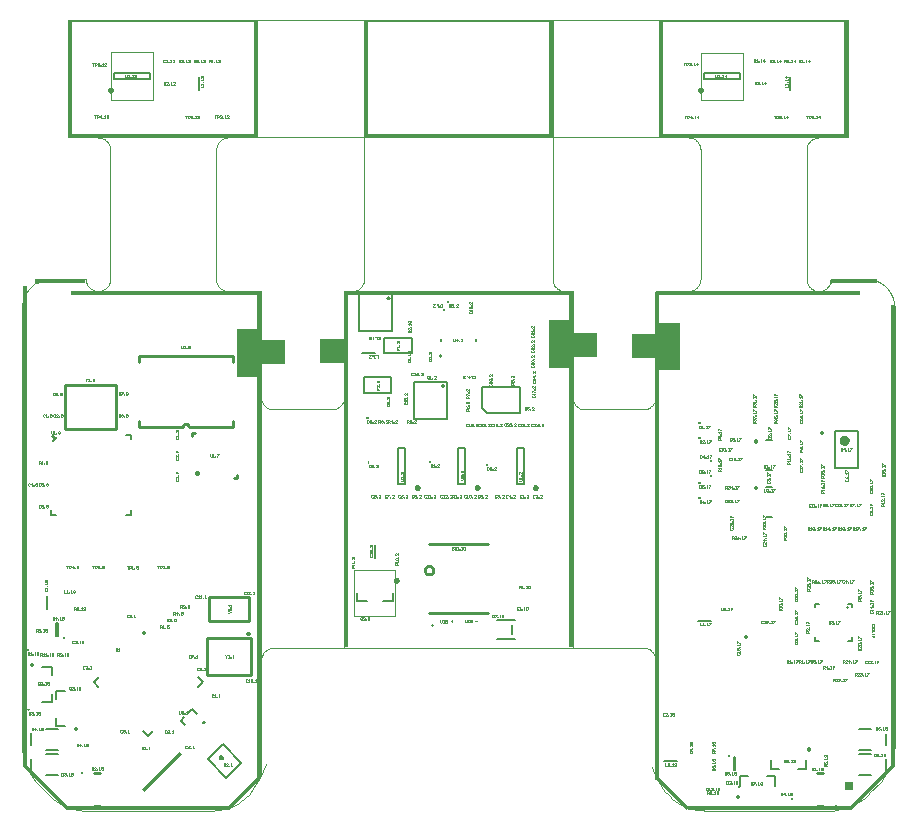
<source format=gto>
%FSTAX23Y23*%
%MOIN*%
%SFA1B1*%

%IPPOS*%
%AMD124*
4,1,4,-0.079200,-0.069600,-0.069600,-0.079200,0.079200,0.069600,0.069600,0.079200,-0.079200,-0.069600,0.0*
%
%AMD126*
4,1,4,-0.047200,0.056800,-0.056800,0.047200,0.047200,-0.056800,0.056800,-0.047200,-0.047200,0.056800,0.0*
%
%AMD127*
4,1,4,-0.067000,-0.057400,-0.057400,-0.067000,0.067000,0.057400,0.057400,0.067000,-0.067000,-0.057400,0.0*
%
%AMD128*
4,1,4,-0.056000,-0.046400,-0.046400,-0.056000,0.056000,0.046400,0.046400,0.056000,-0.056000,-0.046400,0.0*
%
%AMD138*
4,1,4,-0.069600,0.079200,-0.079200,0.069600,0.069600,-0.079200,0.079200,-0.069600,-0.069600,0.079200,0.0*
%
%ADD12C,0.010000*%
%ADD13C,0.006000*%
%ADD90C,0.001000*%
%ADD91C,0.000500*%
%ADD111C,0.007870*%
%ADD115C,0.003940*%
%ADD116C,0.009840*%
%ADD117C,0.015750*%
%ADD118C,0.005000*%
%ADD119C,0.005910*%
%ADD120C,0.000790*%
%ADD121R,0.624510X0.010000*%
%ADD122R,0.027000X0.027000*%
%ADD123R,0.080000X0.080000*%
G04~CAMADD=124~9~0.0~0.0~137.4~2104.8~0.0~0.0~0~0.0~0.0~0.0~0.0~0~0.0~0.0~0.0~0.0~0~0.0~0.0~0.0~135.0~1584.0~1583.0*
%ADD124D124*%
%ADD125R,0.544000X0.013740*%
G04~CAMADD=126~9~0.0~0.0~137.4~1470.8~0.0~0.0~0~0.0~0.0~0.0~0.0~0~0.0~0.0~0.0~0.0~0~0.0~0.0~0.0~45.0~1136.0~1135.0*
%ADD126D126*%
G04~CAMADD=127~9~0.0~0.0~137.4~1760.7~0.0~0.0~0~0.0~0.0~0.0~0.0~0~0.0~0.0~0.0~0.0~0~0.0~0.0~0.0~135.0~1340.0~1339.0*
%ADD127D127*%
G04~CAMADD=128~9~0.0~0.0~137.4~1449.6~0.0~0.0~0~0.0~0.0~0.0~0.0~0~0.0~0.0~0.0~0.0~0~0.0~0.0~0.0~135.0~1120.0~1119.0*
%ADD128D128*%
%ADD129R,0.013740X0.635000*%
%ADD130R,0.158000X0.013740*%
%ADD131R,0.684000X0.013740*%
%ADD132R,0.013740X0.128000*%
%ADD133R,0.635000X0.013740*%
%ADD134R,0.013740X1.538520*%
%ADD135R,0.013740X1.366000*%
%ADD136R,0.013740X1.339000*%
%ADD137R,0.169780X0.013740*%
G04~CAMADD=138~9~0.0~0.0~137.4~2104.8~0.0~0.0~0~0.0~0.0~0.0~0.0~0~0.0~0.0~0.0~0.0~0~0.0~0.0~0.0~45.0~1584.0~1583.0*
%ADD138D138*%
%ADD139R,0.545000X0.013740*%
%ADD140R,0.015000X1.599000*%
%ADD141R,0.012000X0.392000*%
%ADD142R,0.628000X0.012000*%
%ADD143R,0.630000X0.012000*%
%ADD144R,0.012000X0.380000*%
%ADD145R,0.013740X1.189510*%
%ADD146R,0.013740X1.188000*%
%ADD147R,0.762520X0.013740*%
%LNpcb_flex_1-1*%
%LPD*%
G54D12*
X01285Y-00571D02*
D01*
X01285Y-00571*
X01285Y-00571*
X01285Y-00571*
X01285Y-00571*
X01285Y-0057*
X01285Y-0057*
X01285Y-0057*
X01285Y-0057*
X01285Y-0057*
X01285Y-0057*
X01285Y-0057*
X01284Y-0057*
X01284Y-0057*
X01284Y-0057*
X01284Y-0057*
X01284Y-0057*
X01284Y-0057*
X01284Y-0057*
X01284Y-0057*
X01284Y-0057*
X01284Y-0057*
X01284Y-0057*
X01284*
X01284Y-0057*
X01284Y-0057*
X01284Y-0057*
X01283Y-0057*
X01283Y-0057*
X01283Y-0057*
X01283Y-0057*
X01283Y-0057*
X01283Y-0057*
X01283Y-0057*
X01283Y-0057*
X01283Y-0057*
X01283Y-0057*
X01283Y-0057*
X01283Y-0057*
X01283Y-0057*
X01283Y-0057*
X01283Y-00571*
X01283Y-00571*
X01283Y-00571*
X01283Y-00571*
X01283Y-00571*
X01283Y-00571*
X01283Y-00571*
X01283Y-00571*
X01283Y-00571*
X01283Y-00571*
X01283Y-00571*
X01283Y-00571*
X01283Y-00571*
X01283Y-00571*
X01283Y-00571*
X01283Y-00572*
X01283Y-00572*
X01283Y-00572*
X01283Y-00572*
X01283Y-00572*
X01283Y-00572*
X01283Y-00572*
X01283Y-00572*
X01284Y-00572*
X01284Y-00572*
X01284Y-00572*
X01284Y-00572*
X01284*
X01284Y-00572*
X01284Y-00572*
X01284Y-00572*
X01284Y-00572*
X01284Y-00572*
X01284Y-00572*
X01284Y-00572*
X01284Y-00572*
X01284Y-00572*
X01284Y-00572*
X01285Y-00572*
X01285Y-00571*
X01285Y-00571*
X01285Y-00571*
X01285Y-00571*
X01285Y-00571*
X01285Y-00571*
X01285Y-00571*
X01285Y-00571*
X01285Y-00571*
X01285Y-00571*
X01285Y-00571*
X-0071Y-00659D02*
D01*
X-0071Y-00658*
X-0071Y-00658*
X-0071Y-00658*
X-0071Y-00658*
X-0071Y-00658*
X-0071Y-00658*
X-00711Y-00657*
X-00711Y-00657*
X-00711Y-00657*
X-00711Y-00657*
X-00711Y-00657*
X-00711Y-00657*
X-00711Y-00657*
X-00711Y-00657*
X-00711Y-00657*
X-00712Y-00656*
X-00712Y-00656*
X-00712Y-00656*
X-00712Y-00656*
X-00712Y-00656*
X-00712Y-00656*
X-00712Y-00656*
X-00713*
X-00713Y-00656*
X-00713Y-00656*
X-00713Y-00656*
X-00713Y-00656*
X-00713Y-00656*
X-00713Y-00656*
X-00714Y-00657*
X-00714Y-00657*
X-00714Y-00657*
X-00714Y-00657*
X-00714Y-00657*
X-00714Y-00657*
X-00714Y-00657*
X-00714Y-00657*
X-00714Y-00657*
X-00715Y-00658*
X-00715Y-00658*
X-00715Y-00658*
X-00715Y-00658*
X-00715Y-00658*
X-00715Y-00658*
X-00715Y-00659*
X-00715Y-00659*
X-00715Y-00659*
X-00715Y-00659*
X-00715Y-00659*
X-00715Y-00659*
X-00715Y-00659*
X-00714Y-0066*
X-00714Y-0066*
X-00714Y-0066*
X-00714Y-0066*
X-00714Y-0066*
X-00714Y-0066*
X-00714Y-0066*
X-00714Y-0066*
X-00714Y-0066*
X-00713Y-00661*
X-00713Y-00661*
X-00713Y-00661*
X-00713Y-00661*
X-00713Y-00661*
X-00713Y-00661*
X-00713Y-00661*
X-00712*
X-00712Y-00661*
X-00712Y-00661*
X-00712Y-00661*
X-00712Y-00661*
X-00712Y-00661*
X-00712Y-00661*
X-00711Y-0066*
X-00711Y-0066*
X-00711Y-0066*
X-00711Y-0066*
X-00711Y-0066*
X-00711Y-0066*
X-00711Y-0066*
X-00711Y-0066*
X-00711Y-0066*
X-0071Y-00659*
X-0071Y-00659*
X-0071Y-00659*
X-0071Y-00659*
X-0071Y-00659*
X-0071Y-00659*
X-0071Y-00659*
X-0088Y-00124D02*
D01*
X-0088Y-00123*
X-0088Y-00123*
X-0088Y-00123*
X-0088Y-00122*
X-0088Y-00122*
X-0088Y-00122*
X-0088Y-00122*
X-0088Y-00121*
X-0088Y-00121*
X-0088Y-00121*
X-00881Y-00121*
X-00881Y-00121*
X-00881Y-0012*
X-00881Y-0012*
X-00882Y-0012*
X-00882Y-0012*
X-00882Y-0012*
X-00882Y-0012*
X-00883Y-0012*
X-00883Y-0012*
X-00883Y-0012*
X-00883Y-0012*
X-00884*
X-00884Y-0012*
X-00884Y-0012*
X-00884Y-0012*
X-00885Y-0012*
X-00885Y-0012*
X-00885Y-0012*
X-00885Y-0012*
X-00886Y-0012*
X-00886Y-0012*
X-00886Y-00121*
X-00886Y-00121*
X-00887Y-00121*
X-00887Y-00121*
X-00887Y-00121*
X-00887Y-00122*
X-00887Y-00122*
X-00887Y-00122*
X-00887Y-00122*
X-00887Y-00123*
X-00887Y-00123*
X-00887Y-00123*
X-00887Y-00124*
X-00887Y-00124*
X-00887Y-00124*
X-00887Y-00124*
X-00887Y-00125*
X-00887Y-00125*
X-00887Y-00125*
X-00887Y-00125*
X-00887Y-00126*
X-00887Y-00126*
X-00887Y-00126*
X-00886Y-00126*
X-00886Y-00126*
X-00886Y-00127*
X-00886Y-00127*
X-00885Y-00127*
X-00885Y-00127*
X-00885Y-00127*
X-00885Y-00127*
X-00884Y-00127*
X-00884Y-00127*
X-00884Y-00127*
X-00884Y-00127*
X-00883*
X-00883Y-00127*
X-00883Y-00127*
X-00883Y-00127*
X-00882Y-00127*
X-00882Y-00127*
X-00882Y-00127*
X-00882Y-00127*
X-00881Y-00127*
X-00881Y-00127*
X-00881Y-00126*
X-00881Y-00126*
X-0088Y-00126*
X-0088Y-00126*
X-0088Y-00126*
X-0088Y-00125*
X-0088Y-00125*
X-0088Y-00125*
X-0088Y-00125*
X-0088Y-00124*
X-0088Y-00124*
X-0088Y-00124*
X-0088Y-00124*
X-00909Y0003D02*
D01*
X-00909Y0003*
X-00909Y00031*
X-00909Y00032*
X-00909Y00032*
X-0091Y00033*
X-0091Y00034*
X-00911Y00034*
X-00911Y00035*
X-00911Y00036*
X-00912Y00036*
X-00912Y00037*
X-00913Y00037*
X-00914Y00038*
X-00914Y00038*
X-00915Y00038*
X-00916Y00039*
X-00916Y00039*
X-00917Y00039*
X-00918Y00039*
X-00919Y00039*
X-00919Y00039*
X-0092Y00039*
X-00921Y00039*
X-00922Y00039*
X-00922Y00039*
X-00923Y00039*
X-00924Y00038*
X-00924Y00038*
X-00925Y00038*
X-00926Y00037*
X-00926Y00037*
X-00927Y00036*
X-00927Y00036*
X-00928Y00035*
X-00928Y00035*
X-00929Y00034*
X-00929Y00033*
X-00929Y00033*
X-0093Y00032*
X-0093Y00031*
X-0093Y0003*
X-0093Y0003*
X-0093Y0003*
X00981Y-00017D02*
D01*
X00981Y-00017*
X00981Y-00017*
X00981Y-00017*
X00981Y-00017*
X00981Y-00017*
X00981Y-00016*
X00981Y-00016*
X00981Y-00016*
X00981Y-00016*
X00981Y-00016*
X00981Y-00016*
X00981Y-00016*
X0098Y-00016*
X0098Y-00016*
X0098Y-00016*
X0098Y-00015*
X0098Y-00015*
X0098Y-00015*
X0098Y-00015*
X0098Y-00015*
X00979Y-00015*
X00979Y-00015*
X00979*
X00979Y-00015*
X00979Y-00015*
X00979Y-00015*
X00979Y-00015*
X00978Y-00015*
X00978Y-00015*
X00978Y-00016*
X00978Y-00016*
X00978Y-00016*
X00978Y-00016*
X00978Y-00016*
X00978Y-00016*
X00978Y-00016*
X00978Y-00016*
X00977Y-00016*
X00977Y-00016*
X00977Y-00017*
X00977Y-00017*
X00977Y-00017*
X00977Y-00017*
X00977Y-00017*
X00977Y-00017*
X00977Y-00017*
X00977Y-00018*
X00977Y-00018*
X00977Y-00018*
X00977Y-00018*
X00977Y-00018*
X00977Y-00018*
X00978Y-00018*
X00978Y-00018*
X00978Y-00019*
X00978Y-00019*
X00978Y-00019*
X00978Y-00019*
X00978Y-00019*
X00978Y-00019*
X00978Y-00019*
X00978Y-00019*
X00979Y-00019*
X00979Y-00019*
X00979Y-00019*
X00979Y-00019*
X00979Y-00019*
X00979*
X00979Y-00019*
X0098Y-00019*
X0098Y-00019*
X0098Y-00019*
X0098Y-00019*
X0098Y-00019*
X0098Y-00019*
X0098Y-00019*
X0098Y-00019*
X00981Y-00019*
X00981Y-00019*
X00981Y-00019*
X00981Y-00018*
X00981Y-00018*
X00981Y-00018*
X00981Y-00018*
X00981Y-00018*
X00981Y-00018*
X00981Y-00018*
X00981Y-00018*
X00981Y-00017*
X00981Y-00017*
X0098Y-00172D02*
D01*
X0098Y-00172*
X0098Y-00172*
X0098Y-00172*
X0098Y-00172*
X0098Y-00172*
X0098Y-00171*
X0098Y-00171*
X0098Y-00171*
X0098Y-00171*
X0098Y-00171*
X0098Y-00171*
X0098Y-00171*
X00979Y-00171*
X00979Y-00171*
X00979Y-00171*
X00979Y-0017*
X00979Y-0017*
X00979Y-0017*
X00979Y-0017*
X00979Y-0017*
X00978Y-0017*
X00978Y-0017*
X00978*
X00978Y-0017*
X00978Y-0017*
X00978Y-0017*
X00978Y-0017*
X00977Y-0017*
X00977Y-0017*
X00977Y-00171*
X00977Y-00171*
X00977Y-00171*
X00977Y-00171*
X00977Y-00171*
X00977Y-00171*
X00977Y-00171*
X00977Y-00171*
X00976Y-00171*
X00976Y-00171*
X00976Y-00172*
X00976Y-00172*
X00976Y-00172*
X00976Y-00172*
X00976Y-00172*
X00976Y-00172*
X00976Y-00172*
X00976Y-00173*
X00976Y-00173*
X00976Y-00173*
X00976Y-00173*
X00976Y-00173*
X00976Y-00173*
X00977Y-00173*
X00977Y-00173*
X00977Y-00174*
X00977Y-00174*
X00977Y-00174*
X00977Y-00174*
X00977Y-00174*
X00977Y-00174*
X00977Y-00174*
X00977Y-00174*
X00978Y-00174*
X00978Y-00174*
X00978Y-00174*
X00978Y-00174*
X00978Y-00174*
X00978*
X00978Y-00174*
X00979Y-00174*
X00979Y-00174*
X00979Y-00174*
X00979Y-00174*
X00979Y-00174*
X00979Y-00174*
X00979Y-00174*
X00979Y-00174*
X0098Y-00174*
X0098Y-00174*
X0098Y-00174*
X0098Y-00173*
X0098Y-00173*
X0098Y-00173*
X0098Y-00173*
X0098Y-00173*
X0098Y-00173*
X0098Y-00173*
X0098Y-00173*
X0098Y-00172*
X0098Y-00172*
X-00095Y-00448D02*
D01*
X-00095Y-00447*
X-00095Y-00446*
X-00095Y-00445*
X-00095Y-00444*
X-00096Y-00443*
X-00096Y-00442*
X-00096Y-00441*
X-00097Y-0044*
X-00097Y-0044*
X-00098Y-00439*
X-00099Y-00438*
X-00099Y-00437*
X-001Y-00437*
X-00101Y-00436*
X-00102Y-00436*
X-00103Y-00435*
X-00104Y-00435*
X-00105Y-00434*
X-00105Y-00434*
X-00106Y-00434*
X-00107Y-00434*
X-00108Y-00434*
X-00109*
X-0011Y-00434*
X-00111Y-00434*
X-00112Y-00434*
X-00113Y-00434*
X-00114Y-00435*
X-00115Y-00435*
X-00116Y-00436*
X-00117Y-00436*
X-00118Y-00437*
X-00118Y-00437*
X-00119Y-00438*
X-0012Y-00439*
X-0012Y-0044*
X-00121Y-0044*
X-00121Y-00441*
X-00122Y-00442*
X-00122Y-00443*
X-00123Y-00444*
X-00123Y-00445*
X-00123Y-00446*
X-00123Y-00447*
X-00123Y-00448*
X-00123Y-00449*
X-00123Y-0045*
X-00123Y-00451*
X-00123Y-00452*
X-00122Y-00453*
X-00122Y-00454*
X-00121Y-00455*
X-00121Y-00455*
X-0012Y-00456*
X-0012Y-00457*
X-00119Y-00458*
X-00118Y-00458*
X-00118Y-00459*
X-00117Y-0046*
X-00116Y-0046*
X-00115Y-00461*
X-00114Y-00461*
X-00113Y-00461*
X-00112Y-00462*
X-00111Y-00462*
X-0011Y-00462*
X-00109Y-00462*
X-00108*
X-00107Y-00462*
X-00106Y-00462*
X-00105Y-00462*
X-00105Y-00461*
X-00104Y-00461*
X-00103Y-00461*
X-00102Y-0046*
X-00101Y-0046*
X-001Y-00459*
X-00099Y-00458*
X-00099Y-00458*
X-00098Y-00457*
X-00097Y-00456*
X-00097Y-00455*
X-00096Y-00455*
X-00096Y-00454*
X-00096Y-00453*
X-00095Y-00452*
X-00095Y-00451*
X-00095Y-0045*
X-00095Y-00449*
X-00095Y-00448*
X01184Y-01123D02*
X01204D01*
X01184Y-01233D02*
X01204D01*
X-0076Y-0014D02*
X-0075D01*
Y-0013*
X-009Y0D02*
Y0001D01*
X-0089*
X-01077Y00267D02*
X-00762D01*
X-01077Y00247D02*
Y00267D01*
X-00909Y0003D02*
X-00762D01*
Y0005*
X-01077Y0003D02*
Y0005D01*
Y0003D02*
X-00931D01*
X-00762Y00247D02*
Y00267D01*
X-01151Y00023D02*
Y00169D01*
X-01324D02*
X-01151D01*
X-01324Y00023D02*
Y00169D01*
Y00023D02*
X-01151D01*
X-01226Y-01234D02*
X-01206D01*
X-01226Y-01124D02*
X-01206D01*
X-00848Y-00796D02*
X-00702D01*
X-00848D02*
Y-00673D01*
X-00702*
Y-00796D02*
Y-00673D01*
X-00841Y-00618D02*
Y-00536D01*
Y-00618D02*
X-00708D01*
Y-00536*
X-00841D02*
X-00708D01*
X-00109Y-00361D02*
X00087D01*
X-00109Y-0059D02*
X00087D01*
G54D13*
X-00326Y00195D02*
X-00235D01*
Y00144D02*
Y00195D01*
X-00326Y00144D02*
X-00235D01*
X-00326D02*
Y00195D01*
X-00258Y00276D02*
X-00167D01*
X-00258D02*
Y00327D01*
X-00167*
Y00276D02*
Y00327D01*
X-01436Y-01115D02*
Y-01076D01*
Y-01031D02*
Y-00992D01*
X01414Y-01116D02*
Y-01077D01*
Y-01032D02*
Y-00993D01*
G54D90*
X-01311Y00995D02*
X01288D01*
X00303Y00523D02*
D01*
X00303Y0052*
X00303Y00517*
X00303Y00514*
X00304Y00511*
X00305Y00509*
X00306Y00506*
X00307Y00504*
X00309Y00501*
X0031Y00499*
X00312Y00497*
X00314Y00495*
X00316Y00493*
X00318Y00491*
X0032Y00489*
X00323Y00488*
X00325Y00487*
X00328Y00485*
X0033Y00484*
X00333Y00484*
X00336Y00483*
X00338Y00483*
X00341Y00483*
X00343Y00483*
X-00433Y00089D02*
D01*
X-0043Y00089*
X-00427Y00089*
X-00424Y00089*
X-00421Y0009*
X-00419Y00091*
X-00416Y00092*
X-00414Y00093*
X-00411Y00095*
X-00409Y00096*
X-00407Y00098*
X-00405Y001*
X-00403Y00102*
X-00401Y00104*
X-00399Y00106*
X-00398Y00109*
X-00397Y00111*
X-00395Y00114*
X-00394Y00116*
X-00394Y00119*
X-00393Y00122*
X-00393Y00124*
X-00393Y00127*
X-00393Y00129*
X-00366Y00483D02*
D01*
X-00363Y00483*
X-0036Y00483*
X-00357Y00483*
X-00354Y00484*
X-00352Y00485*
X-00349Y00486*
X-00347Y00487*
X-00344Y00489*
X-00342Y0049*
X-0034Y00492*
X-00338Y00494*
X-00336Y00496*
X-00334Y00498*
X-00332Y005*
X-00331Y00503*
X-0033Y00505*
X-00328Y00508*
X-00327Y0051*
X-00327Y00513*
X-00326Y00516*
X-00326Y00518*
X-00326Y00521*
X-00326Y00523*
X0037Y00129D02*
D01*
X0037Y00126*
X0037Y00123*
X0037Y0012*
X00371Y00117*
X00372Y00115*
X00373Y00112*
X00374Y0011*
X00376Y00107*
X00377Y00105*
X00379Y00103*
X00381Y00101*
X00383Y00099*
X00385Y00097*
X00387Y00095*
X0039Y00094*
X00392Y00093*
X00395Y00091*
X00397Y0009*
X004Y0009*
X00403Y00089*
X00405Y00089*
X00408Y00089*
X0041Y00089*
X0037Y00129D02*
D01*
X0037Y00126*
X0037Y00123*
X0037Y0012*
X00371Y00117*
X00372Y00115*
X00373Y00112*
X00374Y0011*
X00376Y00107*
X00377Y00105*
X00379Y00103*
X00381Y00101*
X00383Y00099*
X00385Y00097*
X00387Y00095*
X0039Y00094*
X00392Y00093*
X00395Y00091*
X00397Y0009*
X004Y0009*
X00403Y00089*
X00405Y00089*
X00408Y00089*
X0041Y00089*
X-00366Y00483D02*
D01*
X-00363Y00483*
X-0036Y00483*
X-00357Y00483*
X-00354Y00484*
X-00352Y00485*
X-00349Y00486*
X-00347Y00487*
X-00344Y00489*
X-00342Y0049*
X-0034Y00492*
X-00338Y00494*
X-00336Y00496*
X-00334Y00498*
X-00332Y005*
X-00331Y00503*
X-0033Y00505*
X-00328Y00508*
X-00327Y0051*
X-00327Y00513*
X-00326Y00516*
X-00326Y00518*
X-00326Y00521*
X-00326Y00523*
X-00433Y00089D02*
D01*
X-0043Y00089*
X-00427Y00089*
X-00424Y00089*
X-00421Y0009*
X-00419Y00091*
X-00416Y00092*
X-00414Y00093*
X-00411Y00095*
X-00409Y00096*
X-00407Y00098*
X-00405Y001*
X-00403Y00102*
X-00401Y00104*
X-00399Y00106*
X-00398Y00109*
X-00397Y00111*
X-00395Y00114*
X-00394Y00116*
X-00394Y00119*
X-00393Y00122*
X-00393Y00124*
X-00393Y00127*
X-00393Y00129*
X00303Y00523D02*
D01*
X00303Y0052*
X00303Y00517*
X00303Y00514*
X00304Y00511*
X00305Y00509*
X00306Y00506*
X00307Y00504*
X00309Y00501*
X0031Y00499*
X00312Y00497*
X00314Y00495*
X00316Y00493*
X00318Y00491*
X0032Y00489*
X00323Y00488*
X00325Y00487*
X00328Y00485*
X0033Y00484*
X00333Y00484*
X00336Y00483*
X00338Y00483*
X00341Y00483*
X00343Y00483*
X00633Y-01105D02*
D01*
X00641Y-01123*
X0065Y-01142*
X0066Y-01159*
X00672Y-01176*
X00672Y-01177*
X00679Y-01186D02*
D01*
X00686Y-01194*
X00694Y-01202*
X00702Y-0121*
X00711Y-01217*
X0072Y-01223*
X0073Y-01229*
X0074Y-01234*
X0075Y-01238*
X00761Y-01242*
X00771Y-01245*
X00782Y-01247*
X00793Y-01248*
X00805Y-01248*
X00806Y-01248*
X01248Y-01247D02*
D01*
X01261Y-01245*
X01274Y-01242*
X01286Y-01238*
X01299Y-01233*
X01311Y-01228*
X01322Y-01221*
X01333Y-01214*
X01344Y-01206*
X01354Y-01197*
X0136Y-01191*
X01419Y-0112D02*
D01*
X01424Y-01112*
X01429Y-01103*
X01433Y-01093*
X01436Y-01083*
X01439Y-01074*
X01441Y-01063*
X01442Y-01053*
X01442Y-01043*
X01443Y-0104*
X-00829Y-01249D02*
D01*
X-00818Y-01248*
X-00807Y-01247*
X-00796Y-01245*
X-00785Y-01242*
X-00774Y-01239*
X-00764Y-01235*
X-00754Y-0123*
X-00744Y-01224*
X-00735Y-01218*
X-00726Y-01211*
X-00718Y-01204*
X-0071Y-01196*
X-00703Y-01187*
X-00702Y-01186*
X-01383Y-01191D02*
D01*
X-01373Y-012*
X-01363Y-01209*
X-01352Y-01217*
X-01341Y-01224*
X-01329Y-0123*
X-01317Y-01235*
X-01304Y-0124*
X-01292Y-01243*
X-01279Y-01246*
X-01271Y-01247*
X-01466Y-0104D02*
D01*
X-01465Y-0105*
X-01464Y-01061*
X-01462Y-01071*
X-0146Y-01081*
X-01457Y-0109*
X-01453Y-011*
X-01448Y-01109*
X-01443Y-01118*
X-01442Y-0112*
X01443Y00429D02*
D01*
X01442Y00435*
X01442Y00442*
X0144Y00448*
X01439Y00454*
X01437Y00461*
X01434Y00467*
X01431Y00473*
X01428Y00478*
X01425Y00484*
X01421Y00489*
X01416Y00494*
X01411Y00498*
X01406Y00503*
X01401Y00506*
X01396Y0051*
X0139Y00513*
X01384Y00516*
X01378Y00518*
X01371Y0052*
X01365Y00521*
X01358Y00522*
X01352Y00522*
X01349Y00523*
X00756Y00483D02*
D01*
X00758Y00483*
X00761Y00483*
X00764Y00483*
X00767Y00484*
X00769Y00485*
X00772Y00486*
X00774Y00487*
X00777Y00489*
X00779Y0049*
X00781Y00492*
X00783Y00494*
X00785Y00496*
X00787Y00498*
X00789Y005*
X0079Y00503*
X00791Y00505*
X00793Y00508*
X00794Y0051*
X00794Y00513*
X00795Y00516*
X00795Y00518*
X00795Y00521*
X00796Y00523*
X0115D02*
D01*
X0115Y0052*
X0115Y00517*
X0115Y00514*
X01151Y00511*
X01152Y00509*
X01153Y00506*
X01154Y00504*
X01156Y00501*
X01157Y00499*
X01159Y00497*
X01161Y00495*
X01163Y00493*
X01165Y00491*
X01167Y00489*
X0117Y00488*
X01172Y00487*
X01175Y00485*
X01177Y00484*
X0118Y00484*
X01183Y00483*
X01185Y00483*
X01188Y00483*
X01191*
X01194Y00483*
X01196Y00483*
X01199Y00484*
X01202Y00484*
X01204Y00485*
X01207Y00487*
X0121Y00488*
X01212Y00489*
X01214Y00491*
X01216Y00493*
X01218Y00495*
X0122Y00497*
X01222Y00499*
X01223Y00501*
X01225Y00504*
X01226Y00506*
X01227Y00509*
X01228Y00511*
X01229Y00514*
X01229Y00517*
X01229Y0052*
X0123Y00523*
X-01253D02*
D01*
X-01252Y0052*
X-01252Y00517*
X-01252Y00514*
X-01251Y00511*
X-0125Y00509*
X-01249Y00506*
X-01248Y00504*
X-01246Y00501*
X-01245Y00499*
X-01243Y00497*
X-01241Y00495*
X-01239Y00493*
X-01237Y00491*
X-01235Y00489*
X-01233Y00488*
X-0123Y00487*
X-01227Y00485*
X-01225Y00484*
X-01222Y00484*
X-01219Y00483*
X-01217Y00483*
X-01214Y00483*
X-01211*
X-01208Y00483*
X-01206Y00483*
X-01203Y00484*
X-012Y00484*
X-01198Y00485*
X-01195Y00487*
X-01192Y00488*
X-0119Y00489*
X-01188Y00491*
X-01186Y00493*
X-01184Y00495*
X-01182Y00497*
X-0118Y00499*
X-01179Y00501*
X-01177Y00504*
X-01176Y00506*
X-01175Y00509*
X-01174Y00511*
X-01173Y00514*
X-01173Y00517*
X-01173Y0052*
X-01173Y00523*
X-01372D02*
D01*
X-01378Y00522*
X-01385Y00522*
X-01391Y0052*
X-01397Y00519*
X-01404Y00517*
X-0141Y00514*
X-01416Y00511*
X-01421Y00508*
X-01427Y00505*
X-01432Y00501*
X-01437Y00496*
X-01441Y00491*
X-01446Y00486*
X-01449Y00481*
X-01453Y00475*
X-01456Y0047*
X-01459Y00464*
X-01461Y00458*
X-01463Y00451*
X-01464Y00445*
X-01465Y00438*
X-01465Y00432*
X-01466Y00429*
X-00819Y00522D02*
D01*
X-00818Y00519*
X-00818Y00516*
X-00818Y00514*
X-00817Y00511*
X-00816Y00508*
X-00815Y00506*
X-00814Y00503*
X-00813Y00501*
X-00811Y00499*
X-00809Y00497*
X-00807Y00494*
X-00806Y00493*
X-00803Y00491*
X-00801Y00489*
X-00799Y00488*
X-00796Y00486*
X-00794Y00485*
X-00791Y00484*
X-00789Y00484*
X-00786Y00483*
X-00783Y00483*
X-00781Y00483*
X-00779Y00483*
X-00669Y00129D02*
D01*
X-00668Y00126*
X-00668Y00123*
X-00668Y0012*
X-00667Y00117*
X-00666Y00115*
X-00665Y00112*
X-00664Y0011*
X-00662Y00107*
X-00661Y00105*
X-00659Y00103*
X-00657Y00101*
X-00655Y00099*
X-00653Y00097*
X-00651Y00095*
X-00648Y00094*
X-00646Y00093*
X-00643Y00091*
X-00641Y0009*
X-00638Y0009*
X-00635Y00089*
X-00633Y00089*
X-0063Y00089*
X-00629Y00089*
X00606D02*
D01*
X00609Y00089*
X00612Y00089*
X00614Y00089*
X00617Y0009*
X0062Y00091*
X00622Y00092*
X00625Y00093*
X00627Y00094*
X00629Y00096*
X00631Y00098*
X00634Y001*
X00635Y00101*
X00637Y00104*
X00639Y00106*
X0064Y00108*
X00642Y00111*
X00643Y00113*
X00644Y00116*
X00644Y00118*
X00645Y00121*
X00645Y00124*
X00645Y00126*
X00646Y00128*
X00606Y00089D02*
D01*
X00609Y00089*
X00612Y00089*
X00614Y00089*
X00617Y0009*
X0062Y00091*
X00622Y00092*
X00625Y00093*
X00627Y00094*
X00629Y00096*
X00631Y00098*
X00634Y001*
X00635Y00101*
X00637Y00104*
X00639Y00106*
X0064Y00108*
X00642Y00111*
X00643Y00113*
X00644Y00116*
X00644Y00118*
X00645Y00121*
X00645Y00124*
X00645Y00126*
X00646Y00128*
X-00669Y00129D02*
D01*
X-00668Y00126*
X-00668Y00123*
X-00668Y0012*
X-00667Y00117*
X-00666Y00115*
X-00665Y00112*
X-00664Y0011*
X-00662Y00107*
X-00661Y00105*
X-00659Y00103*
X-00657Y00101*
X-00655Y00099*
X-00653Y00097*
X-00651Y00095*
X-00648Y00094*
X-00646Y00093*
X-00643Y00091*
X-00641Y0009*
X-00638Y0009*
X-00635Y00089*
X-00633Y00089*
X-0063Y00089*
X-00629Y00089*
X-00819Y00522D02*
D01*
X-00818Y00519*
X-00818Y00516*
X-00818Y00514*
X-00817Y00511*
X-00816Y00508*
X-00815Y00506*
X-00814Y00503*
X-00813Y00501*
X-00811Y00499*
X-00809Y00497*
X-00807Y00494*
X-00806Y00493*
X-00803Y00491*
X-00801Y00489*
X-00799Y00488*
X-00796Y00486*
X-00794Y00485*
X-00791Y00484*
X-00789Y00484*
X-00786Y00483*
X-00783Y00483*
X-00781Y00483*
X-00779Y00483*
X-01372Y00523D02*
D01*
X-01378Y00522*
X-01385Y00522*
X-01391Y0052*
X-01397Y00519*
X-01404Y00517*
X-0141Y00514*
X-01416Y00511*
X-01421Y00508*
X-01427Y00505*
X-01432Y00501*
X-01437Y00496*
X-01441Y00491*
X-01446Y00486*
X-01449Y00481*
X-01453Y00475*
X-01456Y0047*
X-01459Y00464*
X-01461Y00458*
X-01463Y00451*
X-01464Y00445*
X-01465Y00438*
X-01465Y00432*
X-01466Y00429*
X-01253Y00523D02*
D01*
X-01252Y0052*
X-01252Y00517*
X-01252Y00514*
X-01251Y00511*
X-0125Y00509*
X-01249Y00506*
X-01248Y00504*
X-01246Y00501*
X-01245Y00499*
X-01243Y00497*
X-01241Y00495*
X-01239Y00493*
X-01237Y00491*
X-01235Y00489*
X-01233Y00488*
X-0123Y00487*
X-01227Y00485*
X-01225Y00484*
X-01222Y00484*
X-01219Y00483*
X-01217Y00483*
X-01214Y00483*
X-01211*
X-01208Y00483*
X-01206Y00483*
X-01203Y00484*
X-012Y00484*
X-01198Y00485*
X-01195Y00487*
X-01192Y00488*
X-0119Y00489*
X-01188Y00491*
X-01186Y00493*
X-01184Y00495*
X-01182Y00497*
X-0118Y00499*
X-01179Y00501*
X-01177Y00504*
X-01176Y00506*
X-01175Y00509*
X-01174Y00511*
X-01173Y00514*
X-01173Y00517*
X-01173Y0052*
X-01173Y00523*
X0115D02*
D01*
X0115Y0052*
X0115Y00517*
X0115Y00514*
X01151Y00511*
X01152Y00509*
X01153Y00506*
X01154Y00504*
X01156Y00501*
X01157Y00499*
X01159Y00497*
X01161Y00495*
X01163Y00493*
X01165Y00491*
X01167Y00489*
X0117Y00488*
X01172Y00487*
X01175Y00485*
X01177Y00484*
X0118Y00484*
X01183Y00483*
X01185Y00483*
X01188Y00483*
X01191*
X01194Y00483*
X01196Y00483*
X01199Y00484*
X01202Y00484*
X01204Y00485*
X01207Y00487*
X0121Y00488*
X01212Y00489*
X01214Y00491*
X01216Y00493*
X01218Y00495*
X0122Y00497*
X01222Y00499*
X01223Y00501*
X01225Y00504*
X01226Y00506*
X01227Y00509*
X01228Y00511*
X01229Y00514*
X01229Y00517*
X01229Y0052*
X0123Y00523*
X00756Y00483D02*
D01*
X00758Y00483*
X00761Y00483*
X00764Y00483*
X00767Y00484*
X00769Y00485*
X00772Y00486*
X00774Y00487*
X00777Y00489*
X00779Y0049*
X00781Y00492*
X00783Y00494*
X00785Y00496*
X00787Y00498*
X00789Y005*
X0079Y00503*
X00791Y00505*
X00793Y00508*
X00794Y0051*
X00794Y00513*
X00795Y00516*
X00795Y00518*
X00795Y00521*
X00796Y00523*
X01443Y00429D02*
D01*
X01442Y00435*
X01442Y00442*
X0144Y00448*
X01439Y00454*
X01437Y00461*
X01434Y00467*
X01431Y00473*
X01428Y00478*
X01425Y00484*
X01421Y00489*
X01416Y00494*
X01411Y00498*
X01406Y00503*
X01401Y00506*
X01396Y0051*
X0139Y00513*
X01384Y00516*
X01378Y00518*
X01371Y0052*
X01365Y00521*
X01358Y00522*
X01352Y00522*
X01349Y00523*
X-01466Y-0104D02*
D01*
X-01465Y-0105*
X-01464Y-01061*
X-01462Y-01071*
X-0146Y-01081*
X-01457Y-0109*
X-01453Y-011*
X-01448Y-01109*
X-01443Y-01118*
X-01442Y-0112*
X-01383Y-01191D02*
D01*
X-01373Y-012*
X-01363Y-01209*
X-01352Y-01217*
X-01341Y-01224*
X-01329Y-0123*
X-01317Y-01235*
X-01304Y-0124*
X-01292Y-01243*
X-01279Y-01246*
X-01271Y-01247*
X-00829Y-01249D02*
D01*
X-00818Y-01248*
X-00807Y-01247*
X-00796Y-01245*
X-00785Y-01242*
X-00774Y-01239*
X-00764Y-01235*
X-00754Y-0123*
X-00744Y-01224*
X-00735Y-01218*
X-00726Y-01211*
X-00718Y-01204*
X-0071Y-01196*
X-00703Y-01187*
X-00702Y-01186*
X01419Y-0112D02*
D01*
X01424Y-01112*
X01429Y-01103*
X01433Y-01093*
X01436Y-01083*
X01439Y-01074*
X01441Y-01063*
X01442Y-01053*
X01442Y-01043*
X01443Y-0104*
X01248Y-01247D02*
D01*
X01261Y-01245*
X01274Y-01242*
X01286Y-01238*
X01299Y-01233*
X01311Y-01228*
X01322Y-01221*
X01333Y-01214*
X01344Y-01206*
X01354Y-01197*
X0136Y-01191*
X00679Y-01186D02*
D01*
X00686Y-01194*
X00694Y-01202*
X00702Y-0121*
X00711Y-01217*
X0072Y-01223*
X0073Y-01229*
X0074Y-01234*
X0075Y-01238*
X00761Y-01242*
X00771Y-01245*
X00782Y-01247*
X00793Y-01248*
X00805Y-01248*
X00806Y-01248*
X00633Y-01105D02*
D01*
X00641Y-01123*
X0065Y-01142*
X0066Y-01159*
X00672Y-01176*
X00672Y-01177*
X00303Y00523D02*
D01*
X00303Y0052*
X00303Y00517*
X00303Y00514*
X00304Y00511*
X00305Y00509*
X00306Y00506*
X00307Y00504*
X00309Y00501*
X0031Y00499*
X00312Y00497*
X00314Y00495*
X00316Y00493*
X00318Y00491*
X0032Y00489*
X00323Y00488*
X00325Y00487*
X00328Y00485*
X0033Y00484*
X00333Y00484*
X00336Y00483*
X00338Y00483*
X00341Y00483*
X00343Y00483*
X-00433Y00089D02*
D01*
X-0043Y00089*
X-00427Y00089*
X-00424Y00089*
X-00421Y0009*
X-00419Y00091*
X-00416Y00092*
X-00414Y00093*
X-00411Y00095*
X-00409Y00096*
X-00407Y00098*
X-00405Y001*
X-00403Y00102*
X-00401Y00104*
X-00399Y00106*
X-00398Y00109*
X-00397Y00111*
X-00395Y00114*
X-00394Y00116*
X-00394Y00119*
X-00393Y00122*
X-00393Y00124*
X-00393Y00127*
X-00393Y00129*
X-00366Y00483D02*
D01*
X-00363Y00483*
X-0036Y00483*
X-00357Y00483*
X-00354Y00484*
X-00352Y00485*
X-00349Y00486*
X-00347Y00487*
X-00344Y00489*
X-00342Y0049*
X-0034Y00492*
X-00338Y00494*
X-00336Y00496*
X-00334Y00498*
X-00332Y005*
X-00331Y00503*
X-0033Y00505*
X-00328Y00508*
X-00327Y0051*
X-00327Y00513*
X-00326Y00516*
X-00326Y00518*
X-00326Y00521*
X-00326Y00523*
X0037Y00129D02*
D01*
X0037Y00126*
X0037Y00123*
X0037Y0012*
X00371Y00117*
X00372Y00115*
X00373Y00112*
X00374Y0011*
X00376Y00107*
X00377Y00105*
X00379Y00103*
X00381Y00101*
X00383Y00099*
X00385Y00097*
X00387Y00095*
X0039Y00094*
X00392Y00093*
X00395Y00091*
X00397Y0009*
X004Y0009*
X00403Y00089*
X00405Y00089*
X00408Y00089*
X0041Y00089*
X0037Y00129D02*
D01*
X0037Y00126*
X0037Y00123*
X0037Y0012*
X00371Y00117*
X00372Y00115*
X00373Y00112*
X00374Y0011*
X00376Y00107*
X00377Y00105*
X00379Y00103*
X00381Y00101*
X00383Y00099*
X00385Y00097*
X00387Y00095*
X0039Y00094*
X00392Y00093*
X00395Y00091*
X00397Y0009*
X004Y0009*
X00403Y00089*
X00405Y00089*
X00408Y00089*
X0041Y00089*
X-00366Y00483D02*
D01*
X-00363Y00483*
X-0036Y00483*
X-00357Y00483*
X-00354Y00484*
X-00352Y00485*
X-00349Y00486*
X-00347Y00487*
X-00344Y00489*
X-00342Y0049*
X-0034Y00492*
X-00338Y00494*
X-00336Y00496*
X-00334Y00498*
X-00332Y005*
X-00331Y00503*
X-0033Y00505*
X-00328Y00508*
X-00327Y0051*
X-00327Y00513*
X-00326Y00516*
X-00326Y00518*
X-00326Y00521*
X-00326Y00523*
X-00433Y00089D02*
D01*
X-0043Y00089*
X-00427Y00089*
X-00424Y00089*
X-00421Y0009*
X-00419Y00091*
X-00416Y00092*
X-00414Y00093*
X-00411Y00095*
X-00409Y00096*
X-00407Y00098*
X-00405Y001*
X-00403Y00102*
X-00401Y00104*
X-00399Y00106*
X-00398Y00109*
X-00397Y00111*
X-00395Y00114*
X-00394Y00116*
X-00394Y00119*
X-00393Y00122*
X-00393Y00124*
X-00393Y00127*
X-00393Y00129*
X00303Y00523D02*
D01*
X00303Y0052*
X00303Y00517*
X00303Y00514*
X00304Y00511*
X00305Y00509*
X00306Y00506*
X00307Y00504*
X00309Y00501*
X0031Y00499*
X00312Y00497*
X00314Y00495*
X00316Y00493*
X00318Y00491*
X0032Y00489*
X00323Y00488*
X00325Y00487*
X00328Y00485*
X0033Y00484*
X00333Y00484*
X00336Y00483*
X00338Y00483*
X00341Y00483*
X00343Y00483*
X0119Y00995D02*
D01*
X01187Y00994*
X01184Y00994*
X01181Y00994*
X01178Y00993*
X01176Y00992*
X01173Y00991*
X01171Y0099*
X01168Y00988*
X01166Y00987*
X01164Y00985*
X01162Y00983*
X0116Y00981*
X01158Y00979*
X01156Y00977*
X01155Y00975*
X01154Y00972*
X01152Y00969*
X01151Y00967*
X01151Y00964*
X0115Y00961*
X0115Y00959*
X0115Y00956*
X0115Y00955*
X00796D02*
D01*
X00795Y00957*
X00795Y0096*
X00795Y00963*
X00794Y00966*
X00793Y00968*
X00792Y00971*
X00791Y00973*
X00789Y00976*
X00788Y00978*
X00786Y0098*
X00784Y00982*
X00782Y00984*
X0078Y00986*
X00778Y00988*
X00776Y00989*
X00773Y0099*
X0077Y00992*
X00768Y00993*
X00765Y00993*
X00762Y00994*
X0076Y00994*
X00757Y00994*
X00756Y00995*
X-00779D02*
D01*
X-00781Y00994*
X-00784Y00994*
X-00787Y00994*
X-0079Y00993*
X-00792Y00992*
X-00795Y00991*
X-00797Y0099*
X-008Y00988*
X-00802Y00987*
X-00804Y00985*
X-00806Y00983*
X-00808Y00981*
X-0081Y00979*
X-00812Y00977*
X-00813Y00975*
X-00814Y00972*
X-00816Y00969*
X-00817Y00967*
X-00817Y00964*
X-00818Y00961*
X-00818Y00959*
X-00818Y00956*
X-00819Y00955*
X-01173D02*
D01*
X-01173Y00957*
X-01173Y0096*
X-01173Y00963*
X-01174Y00966*
X-01175Y00968*
X-01176Y00971*
X-01177Y00973*
X-01179Y00976*
X-0118Y00978*
X-01182Y0098*
X-01184Y00982*
X-01186Y00984*
X-01188Y00986*
X-0119Y00988*
X-01193Y00989*
X-01195Y0099*
X-01198Y00992*
X-012Y00993*
X-01203Y00993*
X-01206Y00994*
X-01208Y00994*
X-01211Y00994*
X-01213Y00995*
X-01173Y00955D02*
D01*
X-01173Y00957*
X-01173Y0096*
X-01173Y00963*
X-01174Y00966*
X-01175Y00968*
X-01176Y00971*
X-01177Y00973*
X-01179Y00976*
X-0118Y00978*
X-01182Y0098*
X-01184Y00982*
X-01186Y00984*
X-01188Y00986*
X-0119Y00988*
X-01193Y00989*
X-01195Y0099*
X-01198Y00992*
X-012Y00993*
X-01203Y00993*
X-01206Y00994*
X-01208Y00994*
X-01211Y00994*
X-01213Y00995*
X-00779D02*
D01*
X-00781Y00994*
X-00784Y00994*
X-00787Y00994*
X-0079Y00993*
X-00792Y00992*
X-00795Y00991*
X-00797Y0099*
X-008Y00988*
X-00802Y00987*
X-00804Y00985*
X-00806Y00983*
X-00808Y00981*
X-0081Y00979*
X-00812Y00977*
X-00813Y00975*
X-00814Y00972*
X-00816Y00969*
X-00817Y00967*
X-00817Y00964*
X-00818Y00961*
X-00818Y00959*
X-00818Y00956*
X-00819Y00955*
X00796D02*
D01*
X00795Y00957*
X00795Y0096*
X00795Y00963*
X00794Y00966*
X00793Y00968*
X00792Y00971*
X00791Y00973*
X00789Y00976*
X00788Y00978*
X00786Y0098*
X00784Y00982*
X00782Y00984*
X0078Y00986*
X00778Y00988*
X00776Y00989*
X00773Y0099*
X0077Y00992*
X00768Y00993*
X00765Y00993*
X00762Y00994*
X0076Y00994*
X00757Y00994*
X00756Y00995*
X0119D02*
D01*
X01187Y00994*
X01184Y00994*
X01181Y00994*
X01178Y00993*
X01176Y00992*
X01173Y00991*
X01171Y0099*
X01168Y00988*
X01166Y00987*
X01164Y00985*
X01162Y00983*
X0116Y00981*
X01158Y00979*
X01156Y00977*
X01155Y00975*
X01154Y00972*
X01152Y00969*
X01151Y00967*
X01151Y00964*
X0115Y00961*
X0115Y00959*
X0115Y00956*
X0115Y00955*
X-00702Y-01186D02*
D01*
X-00688Y-01164*
X-00674Y-01142*
X-00663Y-01118*
X-00653Y-01094*
X-00652Y-01093*
X-00393Y-00707D02*
X0037D01*
X-00393Y00483D02*
X0037D01*
X00343D02*
X0037D01*
X-00393Y-00707D02*
Y00483D01*
X0037Y-00707D02*
Y00483D01*
X00343D02*
X0037D01*
X-00393D02*
X0037D01*
X00672Y-01177D02*
X00679Y-01186D01*
X00806Y-01249D02*
X01238D01*
X01248Y-01247*
X01396Y-01154D02*
X01396Y-01154D01*
X01419Y-0112*
X01359Y-01192D02*
X01396Y-01154D01*
X-00326Y00523D02*
Y01068D01*
X-00819Y00522D02*
Y00955D01*
X-01173Y00523D02*
Y00955D01*
X-00702Y-01186D02*
D01*
X-01261Y-01249D02*
X-00829D01*
X-01271Y-01247D02*
X-01261Y-01249D01*
X-01419Y-01154D02*
X-01419Y-01154D01*
X-01442Y-0112D02*
X-01419Y-01154D01*
X-01419Y-01154D02*
X-01382Y-01192D01*
X01443Y-0104D02*
Y00429D01*
X0115Y00523D02*
Y00955D01*
X01288Y00995D02*
Y01387D01*
X00658D02*
X01288D01*
X00658Y00995D02*
Y01387D01*
X00796Y00523D02*
Y00955D01*
X-00681Y00995D02*
Y0119D01*
X00303Y00523D02*
Y01387D01*
X-01311D02*
X-00681D01*
X-01311Y00995D02*
Y0119D01*
X-01372Y00523D02*
X-01253D01*
X-01466Y-0104D02*
Y00429D01*
X-00779Y00483D02*
X-00669D01*
X0123Y00523D02*
X01349D01*
X0123Y00511D02*
Y00523D01*
X-00669Y-01133D02*
Y00483D01*
X00646Y-00747D02*
Y00483D01*
X0041Y00089D02*
X00606D01*
X-00629D02*
X-00429D01*
X00646Y00483D02*
X00756D01*
X-00326Y01387D02*
X00303D01*
X-00326Y01068D02*
Y01387D01*
X01288Y00995D02*
Y01387D01*
X00658D02*
X01288D01*
X00658Y00995D02*
Y01387D01*
Y00995D02*
Y01387D01*
X01288*
Y00995D02*
Y01387D01*
X-00326Y01387D02*
X00303D01*
X00646Y00483D02*
X00756D01*
X-00629Y00089D02*
X-00429D01*
X0041D02*
X00606D01*
X00646Y-00747D02*
Y00483D01*
X-00669Y-01133D02*
Y00483D01*
X0123Y00511D02*
Y00523D01*
X01349*
X-00779Y00483D02*
X-00669D01*
X-01466Y-0104D02*
Y00429D01*
X-01372Y00523D02*
X-01253D01*
X-01311Y00995D02*
Y01387D01*
X00303Y00523D02*
Y01387D01*
X-00681Y00995D02*
Y01387D01*
X00796Y00523D02*
Y00955D01*
X00658Y00995D02*
Y01387D01*
X01288*
Y00995D02*
Y01387D01*
X0115Y00523D02*
Y00955D01*
X01443Y-0104D02*
Y00429D01*
X-01419Y-01154D02*
X-01382Y-01192D01*
X-01442Y-0112D02*
X-01419Y-01154D01*
X-01419Y-01154*
X-01271Y-01247D02*
X-01261Y-01249D01*
X-00829*
X-00702Y-01186D02*
X-00695Y-01177D01*
X-01173Y00523D02*
Y00955D01*
X-00819Y00522D02*
Y00955D01*
X-00326Y00523D02*
Y01068D01*
X01359Y-01192D02*
X01396Y-01154D01*
X01396Y-01154D02*
X01419Y-0112D01*
X01396Y-01154D02*
X01396Y-01154D01*
X01238Y-01249D02*
X01248Y-01247D01*
X00806Y-01249D02*
X01238D01*
X00672Y-01177D02*
X00679Y-01186D01*
X-00393Y00483D02*
X0037D01*
X00343D02*
X0037D01*
Y-00707D02*
Y00483D01*
X-00393Y-00707D02*
Y00483D01*
X00343D02*
X0037D01*
X-00393D02*
X0037D01*
X-00393Y-00707D02*
X0037D01*
X-00779Y00995D02*
X-00681D01*
X-01311D02*
X-01213D01*
X0119D02*
X01288D01*
Y01006D02*
Y01387D01*
X00658Y00995D02*
Y01387D01*
X00658Y00995D02*
X00756D01*
X-00681D02*
Y01387D01*
X-01311Y00995D02*
Y01387D01*
Y00995D02*
X01288D01*
X-01311Y01387D02*
X01288D01*
X0119Y00995D02*
X01288D01*
X00658D02*
X00756D01*
X01288D02*
Y01387D01*
X00658Y01006D02*
Y01387D01*
Y01006D02*
Y01387D01*
X01288Y01006D02*
Y01387D01*
X00658Y00995D02*
X00756D01*
X0119D02*
X01288D01*
X-01311Y01006D02*
Y01387D01*
X-00681Y01006D02*
Y01387D01*
X00658Y00995D02*
X00756D01*
X00658Y01006D02*
Y01387D01*
X01288Y01006D02*
Y01387D01*
X0119Y00995D02*
X01288D01*
X-01311D02*
X-01213D01*
X-00779D02*
X-00681D01*
G54D91*
X-00629Y-00707D02*
D01*
X-00631Y-00707*
X-00634Y-00707*
X-00637Y-00708*
X-0064Y-00708*
X-00642Y-00709*
X-00645Y-0071*
X-00647Y-00711*
X-0065Y-00713*
X-00652Y-00714*
X-00654Y-00716*
X-00656Y-00718*
X-00658Y-0072*
X-0066Y-00722*
X-00662Y-00724*
X-00663Y-00727*
X-00664Y-00729*
X-00666Y-00732*
X-00667Y-00734*
X-00667Y-00737*
X-00668Y-0074*
X-00668Y-00743*
X-00668Y-00745*
X-00669Y-00747*
X00646Y-00747D02*
D01*
X00645Y-00744*
X00645Y-00741*
X00645Y-00738*
X00644Y-00735*
X00643Y-00733*
X00642Y-0073*
X00641Y-00728*
X00639Y-00725*
X00638Y-00723*
X00636Y-00721*
X00634Y-00719*
X00632Y-00717*
X0063Y-00715*
X00628Y-00713*
X00626Y-00712*
X00623Y-00711*
X0062Y-00709*
X00618Y-00708*
X00615Y-00708*
X00612Y-00707*
X0061Y-00707*
X00607Y-00707*
X00606Y-00707*
X00646Y-00747D02*
D01*
X00645Y-00744*
X00645Y-00741*
X00645Y-00738*
X00644Y-00735*
X00643Y-00733*
X00642Y-0073*
X00641Y-00728*
X00639Y-00725*
X00638Y-00723*
X00636Y-00721*
X00634Y-00719*
X00632Y-00717*
X0063Y-00715*
X00628Y-00713*
X00626Y-00712*
X00623Y-00711*
X0062Y-00709*
X00618Y-00708*
X00615Y-00708*
X00612Y-00707*
X0061Y-00707*
X00607Y-00707*
X00606Y-00707*
X-00629Y-00707D02*
D01*
X-00631Y-00707*
X-00634Y-00707*
X-00637Y-00708*
X-0064Y-00708*
X-00642Y-00709*
X-00645Y-0071*
X-00647Y-00711*
X-0065Y-00713*
X-00652Y-00714*
X-00654Y-00716*
X-00656Y-00718*
X-00658Y-0072*
X-0066Y-00722*
X-00662Y-00724*
X-00663Y-00727*
X-00664Y-00729*
X-00666Y-00732*
X-00667Y-00734*
X-00667Y-00737*
X-00668Y-0074*
X-00668Y-00743*
X-00668Y-00745*
X-00669Y-00747*
X00646Y-01133D02*
Y-00747D01*
X-0063Y-00707D02*
X-00393D01*
X0037D02*
X00607D01*
X0037D02*
X00607D01*
X-0063D02*
X-00393D01*
X00646Y-01133D02*
Y-00747D01*
G54D111*
X01178Y-00572D02*
Y-00559D01*
X0119*
X01178Y-00683D02*
Y-0067D01*
Y-00683D02*
X0119D01*
X01289D02*
X01301D01*
Y-0067*
Y-00572D02*
Y-00559D01*
X01289D02*
X01301D01*
X-01351Y-00668D02*
Y-00625D01*
X-01347Y-00668D02*
Y-00625D01*
X-01351D02*
X-01347D01*
X-01351Y-00668D02*
X-01347D01*
X00911Y-01114D02*
Y-01071D01*
X00907Y-01114D02*
Y-01071D01*
Y-01114D02*
X00911D01*
X00907Y-01071D02*
X00911D01*
X01031Y-01111D02*
X01057D01*
X01031D02*
Y-01079D01*
X0112Y-01111D02*
X01146D01*
Y-01079*
X01017Y-01135D02*
X01043D01*
Y-01167D02*
Y-01135D01*
X00928D02*
X00954D01*
X00928Y-01167D02*
Y-01135D01*
X00674Y-01084D02*
X00717D01*
X-01354Y-00877D02*
Y-00851D01*
X-01322*
X-01354Y-00966D02*
Y-0094D01*
Y-00966D02*
X-01322D01*
X-01367Y-00886D02*
Y-0086D01*
X-01399Y-00886D02*
X-01367D01*
Y-00797D02*
Y-00771D01*
X-01399D02*
X-01367D01*
X-01382Y-00578D02*
Y-00535D01*
X-01118Y00003D02*
X-01102D01*
X-01364Y-00018D02*
X-01348Y-00003D01*
X-01118Y-00264D02*
X-01102D01*
Y-00248*
X-0137Y-00264D02*
X-01354D01*
X-0137D02*
Y-00248D01*
X-01102Y-00012D02*
Y00003D01*
X01015Y-00115D02*
X01035D01*
X01015Y-00015D02*
X01035D01*
X01243Y-00106D02*
X01322D01*
X01243Y00016D02*
X01322D01*
Y-00106D02*
Y00016D01*
X01243Y-00106D02*
Y00016D01*
X01014Y-0027D02*
X01034D01*
X01014Y-0017D02*
X01034D01*
X00788Y-00616D02*
X00831D01*
X-01226Y-00822D02*
X-01209Y-00804D01*
X-01226Y-00822D02*
X-01211Y-00837D01*
X-01061Y-00984D02*
X-01045Y-01D01*
X-01029Y-00984*
X-0088Y-00836D02*
X-00863Y-0082D01*
X-0088Y-00803D02*
X-00863Y-0082D01*
X-00912Y-00923D02*
X-009Y-00912D01*
X-00884Y-00928*
X-00937Y-00949D02*
X-00926Y-00937D01*
X-00937Y-00949D02*
X-00921Y-00965D01*
X-0023Y-0055D02*
Y-00523D01*
X-00262Y-0055D02*
X-0023D01*
X-00349D02*
Y-00523D01*
Y-0055D02*
X-00317D01*
X-00289Y-00407D02*
Y-00364D01*
X00116Y-00676D02*
X00179D01*
X00116Y-00613D02*
X00179D01*
X00167Y-00659D02*
Y-0063D01*
X00049Y00316D02*
Y00323D01*
X-00069Y00316D02*
Y00323D01*
X-00331Y00276D02*
X-00288D01*
X-00343Y00348D02*
Y00473D01*
Y00348D02*
X-00234D01*
Y00473*
X-00343D02*
X-00234D01*
X-00159Y00056D02*
Y00181D01*
Y00056D02*
X-0005D01*
Y00181*
X-00159D02*
X-0005D01*
X-00011Y-00159D02*
Y-0004D01*
X00011Y-00159D02*
Y-0004D01*
X-00011D02*
X00011D01*
X-00011Y-00159D02*
X00011D01*
X00183D02*
Y-0004D01*
X00206Y-00159D02*
Y-0004D01*
X00183D02*
X00206D01*
X00183Y-00159D02*
X00206D01*
X00084Y00077D02*
X00193D01*
Y00163*
X00068D02*
X00193D01*
X00068Y00093D02*
Y00163D01*
Y00093D02*
X00084Y00077D01*
X-00211Y-00159D02*
X-00188D01*
X-00211Y-0004D02*
X-00188D01*
Y-00159D02*
Y-0004D01*
X-00211Y-00159D02*
Y-0004D01*
X01094Y01153D02*
Y01196D01*
X-00875Y01153D02*
Y01196D01*
X-0116Y0119D02*
Y01209D01*
X-01038Y0119D02*
Y01209D01*
X-0116Y0119D02*
X-01038D01*
X-0116Y01209D02*
X-01038D01*
X00807Y01189D02*
Y01208D01*
X00929Y01189D02*
Y01208D01*
X00807Y01189D02*
X00929D01*
X00807Y01208D02*
X00929D01*
X-01385Y-01131D02*
X-01346D01*
X-01385Y-0106D02*
X-01346D01*
X-01385Y-01047D02*
X-01346D01*
X-01385Y-00976D02*
X-01346D01*
X01324Y-01061D02*
X01363D01*
X01324Y-01132D02*
X01363D01*
X01324Y-00977D02*
X01363D01*
X01324Y-01048D02*
X01363D01*
G54D115*
X-01326Y-00673D02*
D01*
X-01326Y-00673*
X-01326Y-00673*
X-01326Y-00673*
X-01326Y-00673*
X-01326Y-00672*
X-01326Y-00672*
X-01326Y-00672*
X-01326Y-00672*
X-01326Y-00672*
X-01326Y-00672*
X-01326Y-00672*
X-01327Y-00672*
X-01327Y-00672*
X-01327Y-00671*
X-01327Y-00671*
X-01327Y-00671*
X-01327Y-00671*
X-01327Y-00671*
X-01327Y-00671*
X-01328Y-00671*
X-01328Y-00671*
X-01328Y-00671*
X-01328*
X-01328Y-00671*
X-01328Y-00671*
X-01328Y-00671*
X-01328Y-00671*
X-01329Y-00671*
X-01329Y-00671*
X-01329Y-00671*
X-01329Y-00671*
X-01329Y-00672*
X-01329Y-00672*
X-01329Y-00672*
X-01329Y-00672*
X-01329Y-00672*
X-0133Y-00672*
X-0133Y-00672*
X-0133Y-00672*
X-0133Y-00672*
X-0133Y-00673*
X-0133Y-00673*
X-0133Y-00673*
X-0133Y-00673*
X-0133Y-00673*
X-0133Y-00673*
X-0133Y-00673*
X-0133Y-00673*
X-0133Y-00674*
X-0133Y-00674*
X-0133Y-00674*
X-0133Y-00674*
X-0133Y-00674*
X-01329Y-00674*
X-01329Y-00674*
X-01329Y-00674*
X-01329Y-00675*
X-01329Y-00675*
X-01329Y-00675*
X-01329Y-00675*
X-01329Y-00675*
X-01329Y-00675*
X-01328Y-00675*
X-01328Y-00675*
X-01328Y-00675*
X-01328Y-00675*
X-01328Y-00675*
X-01328*
X-01328Y-00675*
X-01328Y-00675*
X-01327Y-00675*
X-01327Y-00675*
X-01327Y-00675*
X-01327Y-00675*
X-01327Y-00675*
X-01327Y-00675*
X-01327Y-00675*
X-01327Y-00675*
X-01326Y-00674*
X-01326Y-00674*
X-01326Y-00674*
X-01326Y-00674*
X-01326Y-00674*
X-01326Y-00674*
X-01326Y-00674*
X-01326Y-00674*
X-01326Y-00673*
X-01326Y-00673*
X-01326Y-00673*
X-01326Y-00673*
X0089Y-01066D02*
D01*
X0089Y-01066*
X0089Y-01066*
X0089Y-01066*
X0089Y-01065*
X0089Y-01065*
X0089Y-01065*
X0089Y-01065*
X0089Y-01065*
X00889Y-01065*
X00889Y-01065*
X00889Y-01065*
X00889Y-01064*
X00889Y-01064*
X00889Y-01064*
X00889Y-01064*
X00889Y-01064*
X00889Y-01064*
X00888Y-01064*
X00888Y-01064*
X00888Y-01064*
X00888Y-01064*
X00888Y-01064*
X00888*
X00888Y-01064*
X00887Y-01064*
X00887Y-01064*
X00887Y-01064*
X00887Y-01064*
X00887Y-01064*
X00887Y-01064*
X00887Y-01064*
X00887Y-01064*
X00887Y-01064*
X00886Y-01065*
X00886Y-01065*
X00886Y-01065*
X00886Y-01065*
X00886Y-01065*
X00886Y-01065*
X00886Y-01065*
X00886Y-01065*
X00886Y-01066*
X00886Y-01066*
X00886Y-01066*
X00886Y-01066*
X00886Y-01066*
X00886Y-01066*
X00886Y-01066*
X00886Y-01066*
X00886Y-01067*
X00886Y-01067*
X00886Y-01067*
X00886Y-01067*
X00886Y-01067*
X00886Y-01067*
X00886Y-01067*
X00887Y-01067*
X00887Y-01067*
X00887Y-01068*
X00887Y-01068*
X00887Y-01068*
X00887Y-01068*
X00887Y-01068*
X00887Y-01068*
X00887Y-01068*
X00888Y-01068*
X00888Y-01068*
X00888*
X00888Y-01068*
X00888Y-01068*
X00888Y-01068*
X00888Y-01068*
X00889Y-01068*
X00889Y-01068*
X00889Y-01068*
X00889Y-01068*
X00889Y-01067*
X00889Y-01067*
X00889Y-01067*
X00889Y-01067*
X00889Y-01067*
X0089Y-01067*
X0089Y-01067*
X0089Y-01067*
X0089Y-01067*
X0089Y-01066*
X0089Y-01066*
X0089Y-01066*
X0089Y-01066*
X0089Y-01066*
X01247Y-01234D02*
D01*
X01247Y-01233*
X01247Y-01233*
X01247Y-01233*
X01247Y-01233*
X01247Y-01233*
X01246Y-01233*
X01246Y-01233*
X01246Y-01233*
X01246Y-01232*
X01246Y-01232*
X01246Y-01232*
X01246Y-01232*
X01246Y-01232*
X01246Y-01232*
X01246Y-01232*
X01246Y-01232*
X01245Y-01232*
X01245Y-01232*
X01245Y-01232*
X01245Y-01232*
X01245Y-01232*
X01245Y-01232*
X01245*
X01244Y-01232*
X01244Y-01232*
X01244Y-01232*
X01244Y-01232*
X01244Y-01232*
X01244Y-01232*
X01244Y-01232*
X01244Y-01232*
X01243Y-01232*
X01243Y-01232*
X01243Y-01232*
X01243Y-01232*
X01243Y-01232*
X01243Y-01233*
X01243Y-01233*
X01243Y-01233*
X01243Y-01233*
X01243Y-01233*
X01243Y-01233*
X01243Y-01233*
X01243Y-01233*
X01243Y-01234*
X01243Y-01234*
X01243Y-01234*
X01243Y-01234*
X01243Y-01234*
X01243Y-01234*
X01243Y-01234*
X01243Y-01235*
X01243Y-01235*
X01243Y-01235*
X01243Y-01235*
X01243Y-01235*
X01243Y-01235*
X01243Y-01235*
X01244Y-01235*
X01244Y-01235*
X01244Y-01235*
X01244Y-01235*
X01244Y-01235*
X01244Y-01236*
X01244Y-01236*
X01244Y-01236*
X01245Y-01236*
X01245*
X01245Y-01236*
X01245Y-01236*
X01245Y-01236*
X01245Y-01235*
X01245Y-01235*
X01246Y-01235*
X01246Y-01235*
X01246Y-01235*
X01246Y-01235*
X01246Y-01235*
X01246Y-01235*
X01246Y-01235*
X01246Y-01235*
X01246Y-01235*
X01246Y-01235*
X01246Y-01234*
X01247Y-01234*
X01247Y-01234*
X01247Y-01234*
X01247Y-01234*
X01247Y-01234*
X01247Y-01234*
X-01265Y-01122D02*
D01*
X-01265Y-01122*
X-01265Y-01122*
X-01265Y-01122*
X-01265Y-01122*
X-01265Y-01122*
X-01265Y-01122*
X-01265Y-01121*
X-01265Y-01121*
X-01265Y-01121*
X-01265Y-01121*
X-01265Y-01121*
X-01265Y-01121*
X-01265Y-01121*
X-01266Y-01121*
X-01266Y-01121*
X-01266Y-01121*
X-01266Y-01121*
X-01266Y-01121*
X-01266Y-0112*
X-01266Y-0112*
X-01266Y-0112*
X-01267Y-0112*
X-01267*
X-01267Y-0112*
X-01267Y-0112*
X-01267Y-0112*
X-01267Y-01121*
X-01267Y-01121*
X-01268Y-01121*
X-01268Y-01121*
X-01268Y-01121*
X-01268Y-01121*
X-01268Y-01121*
X-01268Y-01121*
X-01268Y-01121*
X-01268Y-01121*
X-01268Y-01121*
X-01268Y-01121*
X-01268Y-01122*
X-01269Y-01122*
X-01269Y-01122*
X-01269Y-01122*
X-01269Y-01122*
X-01269Y-01122*
X-01269Y-01122*
X-01269Y-01123*
X-01269Y-01123*
X-01269Y-01123*
X-01269Y-01123*
X-01269Y-01123*
X-01268Y-01123*
X-01268Y-01123*
X-01268Y-01123*
X-01268Y-01124*
X-01268Y-01124*
X-01268Y-01124*
X-01268Y-01124*
X-01268Y-01124*
X-01268Y-01124*
X-01268Y-01124*
X-01268Y-01124*
X-01267Y-01124*
X-01267Y-01124*
X-01267Y-01124*
X-01267Y-01124*
X-01267Y-01124*
X-01267Y-01124*
X-01267*
X-01266Y-01124*
X-01266Y-01124*
X-01266Y-01124*
X-01266Y-01124*
X-01266Y-01124*
X-01266Y-01124*
X-01266Y-01124*
X-01266Y-01124*
X-01265Y-01124*
X-01265Y-01124*
X-01265Y-01124*
X-01265Y-01124*
X-01265Y-01124*
X-01265Y-01123*
X-01265Y-01123*
X-01265Y-01123*
X-01265Y-01123*
X-01265Y-01123*
X-01265Y-01123*
X-01265Y-01123*
X-01265Y-01123*
X-01265Y-01122*
X00793Y-00206D02*
D01*
X00793Y-00206*
X00793Y-00205*
X00793Y-00205*
X00793Y-00205*
X00793Y-00205*
X00793Y-00205*
X00793Y-00205*
X00792Y-00205*
X00792Y-00205*
X00792Y-00204*
X00792Y-00204*
X00792Y-00204*
X00792Y-00204*
X00792Y-00204*
X00792Y-00204*
X00792Y-00204*
X00792Y-00204*
X00791Y-00204*
X00791Y-00204*
X00791Y-00204*
X00791Y-00204*
X00791Y-00204*
X00791*
X00791Y-00204*
X0079Y-00204*
X0079Y-00204*
X0079Y-00204*
X0079Y-00204*
X0079Y-00204*
X0079Y-00204*
X0079Y-00204*
X0079Y-00204*
X00789Y-00204*
X00789Y-00204*
X00789Y-00204*
X00789Y-00205*
X00789Y-00205*
X00789Y-00205*
X00789Y-00205*
X00789Y-00205*
X00789Y-00205*
X00789Y-00205*
X00789Y-00205*
X00789Y-00206*
X00789Y-00206*
X00789Y-00206*
X00789Y-00206*
X00789Y-00206*
X00789Y-00206*
X00789Y-00206*
X00789Y-00207*
X00789Y-00207*
X00789Y-00207*
X00789Y-00207*
X00789Y-00207*
X00789Y-00207*
X00789Y-00207*
X0079Y-00207*
X0079Y-00207*
X0079Y-00207*
X0079Y-00207*
X0079Y-00208*
X0079Y-00208*
X0079Y-00208*
X0079Y-00208*
X00791Y-00208*
X00791Y-00208*
X00791*
X00791Y-00208*
X00791Y-00208*
X00791Y-00208*
X00791Y-00208*
X00792Y-00208*
X00792Y-00207*
X00792Y-00207*
X00792Y-00207*
X00792Y-00207*
X00792Y-00207*
X00792Y-00207*
X00792Y-00207*
X00792Y-00207*
X00792Y-00207*
X00793Y-00207*
X00793Y-00207*
X00793Y-00206*
X00793Y-00206*
X00793Y-00206*
X00793Y-00206*
X00793Y-00206*
X00793Y-00206*
X00793Y-00156D02*
D01*
X00793Y-00156*
X00793Y-00156*
X00793Y-00156*
X00793Y-00155*
X00793Y-00155*
X00793Y-00155*
X00793Y-00155*
X00793Y-00155*
X00792Y-00155*
X00792Y-00155*
X00792Y-00155*
X00792Y-00155*
X00792Y-00154*
X00792Y-00154*
X00792Y-00154*
X00792Y-00154*
X00792Y-00154*
X00791Y-00154*
X00791Y-00154*
X00791Y-00154*
X00791Y-00154*
X00791Y-00154*
X00791*
X00791Y-00154*
X0079Y-00154*
X0079Y-00154*
X0079Y-00154*
X0079Y-00154*
X0079Y-00154*
X0079Y-00154*
X0079Y-00154*
X0079Y-00154*
X0079Y-00155*
X00789Y-00155*
X00789Y-00155*
X00789Y-00155*
X00789Y-00155*
X00789Y-00155*
X00789Y-00155*
X00789Y-00155*
X00789Y-00155*
X00789Y-00156*
X00789Y-00156*
X00789Y-00156*
X00789Y-00156*
X00789Y-00156*
X00789Y-00156*
X00789Y-00156*
X00789Y-00157*
X00789Y-00157*
X00789Y-00157*
X00789Y-00157*
X00789Y-00157*
X00789Y-00157*
X00789Y-00157*
X00789Y-00157*
X0079Y-00157*
X0079Y-00158*
X0079Y-00158*
X0079Y-00158*
X0079Y-00158*
X0079Y-00158*
X0079Y-00158*
X0079Y-00158*
X0079Y-00158*
X00791Y-00158*
X00791Y-00158*
X00791*
X00791Y-00158*
X00791Y-00158*
X00791Y-00158*
X00791Y-00158*
X00792Y-00158*
X00792Y-00158*
X00792Y-00158*
X00792Y-00158*
X00792Y-00158*
X00792Y-00157*
X00792Y-00157*
X00792Y-00157*
X00792Y-00157*
X00793Y-00157*
X00793Y-00157*
X00793Y-00157*
X00793Y-00157*
X00793Y-00157*
X00793Y-00156*
X00793Y-00156*
X00793Y-00156*
X00793Y-00156*
X0083Y-00083D02*
D01*
X0083Y-00083*
X0083Y-00083*
X0083Y-00083*
X0083Y-00083*
X0083Y-00083*
X0083Y-00082*
X0083Y-00082*
X0083Y-00082*
X0083Y-00082*
X0083Y-00082*
X0083Y-00082*
X0083Y-00082*
X00829Y-00082*
X00829Y-00082*
X00829Y-00082*
X00829Y-00082*
X00829Y-00081*
X00829Y-00081*
X00829Y-00081*
X00829Y-00081*
X00828Y-00081*
X00828Y-00081*
X00828*
X00828Y-00081*
X00828Y-00081*
X00828Y-00081*
X00828Y-00081*
X00827Y-00081*
X00827Y-00082*
X00827Y-00082*
X00827Y-00082*
X00827Y-00082*
X00827Y-00082*
X00827Y-00082*
X00827Y-00082*
X00827Y-00082*
X00827Y-00082*
X00826Y-00082*
X00826Y-00082*
X00826Y-00083*
X00826Y-00083*
X00826Y-00083*
X00826Y-00083*
X00826Y-00083*
X00826Y-00083*
X00826Y-00083*
X00826Y-00084*
X00826Y-00084*
X00826Y-00084*
X00826Y-00084*
X00826Y-00084*
X00826Y-00084*
X00827Y-00084*
X00827Y-00084*
X00827Y-00085*
X00827Y-00085*
X00827Y-00085*
X00827Y-00085*
X00827Y-00085*
X00827Y-00085*
X00827Y-00085*
X00827Y-00085*
X00828Y-00085*
X00828Y-00085*
X00828Y-00085*
X00828Y-00085*
X00828Y-00085*
X00828*
X00828Y-00085*
X00829Y-00085*
X00829Y-00085*
X00829Y-00085*
X00829Y-00085*
X00829Y-00085*
X00829Y-00085*
X00829Y-00085*
X00829Y-00085*
X0083Y-00085*
X0083Y-00085*
X0083Y-00085*
X0083Y-00084*
X0083Y-00084*
X0083Y-00084*
X0083Y-00084*
X0083Y-00084*
X0083Y-00084*
X0083Y-00084*
X0083Y-00084*
X0083Y-00083*
X0083Y-00083*
Y-00133D02*
D01*
X0083Y-00133*
X0083Y-00133*
X0083Y-00133*
X0083Y-00133*
X0083Y-00133*
X0083Y-00132*
X0083Y-00132*
X0083Y-00132*
X0083Y-00132*
X0083Y-00132*
X0083Y-00132*
X0083Y-00132*
X00829Y-00132*
X00829Y-00132*
X00829Y-00132*
X00829Y-00132*
X00829Y-00131*
X00829Y-00131*
X00829Y-00131*
X00829Y-00131*
X00828Y-00131*
X00828Y-00131*
X00828*
X00828Y-00131*
X00828Y-00131*
X00828Y-00131*
X00828Y-00131*
X00827Y-00131*
X00827Y-00132*
X00827Y-00132*
X00827Y-00132*
X00827Y-00132*
X00827Y-00132*
X00827Y-00132*
X00827Y-00132*
X00827Y-00132*
X00827Y-00132*
X00826Y-00132*
X00826Y-00132*
X00826Y-00133*
X00826Y-00133*
X00826Y-00133*
X00826Y-00133*
X00826Y-00133*
X00826Y-00133*
X00826Y-00133*
X00826Y-00134*
X00826Y-00134*
X00826Y-00134*
X00826Y-00134*
X00826Y-00134*
X00826Y-00134*
X00827Y-00134*
X00827Y-00134*
X00827Y-00135*
X00827Y-00135*
X00827Y-00135*
X00827Y-00135*
X00827Y-00135*
X00827Y-00135*
X00827Y-00135*
X00827Y-00135*
X00828Y-00135*
X00828Y-00135*
X00828Y-00135*
X00828Y-00135*
X00828Y-00135*
X00828*
X00828Y-00135*
X00829Y-00135*
X00829Y-00135*
X00829Y-00135*
X00829Y-00135*
X00829Y-00135*
X00829Y-00135*
X00829Y-00135*
X00829Y-00135*
X0083Y-00135*
X0083Y-00135*
X0083Y-00135*
X0083Y-00134*
X0083Y-00134*
X0083Y-00134*
X0083Y-00134*
X0083Y-00134*
X0083Y-00134*
X0083Y-00134*
X0083Y-00134*
X0083Y-00133*
X0083Y-00133*
X00793Y-00006D02*
D01*
X00793Y-00006*
X00793Y-00005*
X00793Y-00005*
X00793Y-00005*
X00793Y-00005*
X00793Y-00005*
X00793Y-00005*
X00792Y-00005*
X00792Y-00005*
X00792Y-00004*
X00792Y-00004*
X00792Y-00004*
X00792Y-00004*
X00792Y-00004*
X00792Y-00004*
X00792Y-00004*
X00792Y-00004*
X00791Y-00004*
X00791Y-00004*
X00791Y-00004*
X00791Y-00004*
X00791Y-00004*
X00791*
X00791Y-00004*
X0079Y-00004*
X0079Y-00004*
X0079Y-00004*
X0079Y-00004*
X0079Y-00004*
X0079Y-00004*
X0079Y-00004*
X0079Y-00004*
X00789Y-00004*
X00789Y-00004*
X00789Y-00004*
X00789Y-00005*
X00789Y-00005*
X00789Y-00005*
X00789Y-00005*
X00789Y-00005*
X00789Y-00005*
X00789Y-00005*
X00789Y-00005*
X00789Y-00006*
X00789Y-00006*
X00789Y-00006*
X00789Y-00006*
X00789Y-00006*
X00789Y-00006*
X00789Y-00006*
X00789Y-00007*
X00789Y-00007*
X00789Y-00007*
X00789Y-00007*
X00789Y-00007*
X00789Y-00007*
X00789Y-00007*
X0079Y-00007*
X0079Y-00007*
X0079Y-00007*
X0079Y-00007*
X0079Y-00008*
X0079Y-00008*
X0079Y-00008*
X0079Y-00008*
X00791Y-00008*
X00791Y-00008*
X00791*
X00791Y-00008*
X00791Y-00008*
X00791Y-00008*
X00791Y-00008*
X00792Y-00008*
X00792Y-00007*
X00792Y-00007*
X00792Y-00007*
X00792Y-00007*
X00792Y-00007*
X00792Y-00007*
X00792Y-00007*
X00792Y-00007*
X00792Y-00007*
X00793Y-00007*
X00793Y-00007*
X00793Y-00006*
X00793Y-00006*
X00793Y-00006*
X00793Y-00006*
X00793Y-00006*
X00793Y-00006*
X00793Y00044D02*
D01*
X00793Y00044*
X00793Y00044*
X00793Y00044*
X00793Y00044*
X00793Y00044*
X00793Y00045*
X00793Y00045*
X00793Y00045*
X00792Y00045*
X00792Y00045*
X00792Y00045*
X00792Y00045*
X00792Y00045*
X00792Y00045*
X00792Y00045*
X00792Y00046*
X00792Y00046*
X00791Y00046*
X00791Y00046*
X00791Y00046*
X00791Y00046*
X00791Y00046*
X00791*
X00791Y00046*
X0079Y00046*
X0079Y00046*
X0079Y00046*
X0079Y00046*
X0079Y00046*
X0079Y00045*
X0079Y00045*
X0079Y00045*
X0079Y00045*
X00789Y00045*
X00789Y00045*
X00789Y00045*
X00789Y00045*
X00789Y00045*
X00789Y00045*
X00789Y00044*
X00789Y00044*
X00789Y00044*
X00789Y00044*
X00789Y00044*
X00789Y00044*
X00789Y00044*
X00789Y00044*
X00789Y00043*
X00789Y00043*
X00789Y00043*
X00789Y00043*
X00789Y00043*
X00789Y00043*
X00789Y00043*
X00789Y00043*
X00789Y00042*
X0079Y00042*
X0079Y00042*
X0079Y00042*
X0079Y00042*
X0079Y00042*
X0079Y00042*
X0079Y00042*
X0079Y00042*
X0079Y00042*
X00791Y00042*
X00791Y00042*
X00791*
X00791Y00042*
X00791Y00042*
X00791Y00042*
X00791Y00042*
X00792Y00042*
X00792Y00042*
X00792Y00042*
X00792Y00042*
X00792Y00042*
X00792Y00042*
X00792Y00042*
X00792Y00043*
X00792Y00043*
X00793Y00043*
X00793Y00043*
X00793Y00043*
X00793Y00043*
X00793Y00043*
X00793Y00043*
X00793Y00044*
X00793Y00044*
X00793Y00044*
X-01444Y-00911D02*
D01*
X-01444Y-00911*
X-01444Y-00911*
X-01444Y-00911*
X-01444Y-0091*
X-01444Y-0091*
X-01445Y-0091*
X-01445Y-0091*
X-01445Y-0091*
X-01445Y-0091*
X-01445Y-0091*
X-01445Y-0091*
X-01445Y-00909*
X-01445Y-00909*
X-01445Y-00909*
X-01445Y-00909*
X-01445Y-00909*
X-01446Y-00909*
X-01446Y-00909*
X-01446Y-00909*
X-01446Y-00909*
X-01446Y-00909*
X-01446Y-00909*
X-01446*
X-01447Y-00909*
X-01447Y-00909*
X-01447Y-00909*
X-01447Y-00909*
X-01447Y-00909*
X-01447Y-00909*
X-01447Y-00909*
X-01447Y-00909*
X-01448Y-00909*
X-01448Y-00909*
X-01448Y-0091*
X-01448Y-0091*
X-01448Y-0091*
X-01448Y-0091*
X-01448Y-0091*
X-01448Y-0091*
X-01448Y-0091*
X-01448Y-0091*
X-01448Y-00911*
X-01448Y-00911*
X-01448Y-00911*
X-01448Y-00911*
X-01448Y-00911*
X-01448Y-00911*
X-01448Y-00911*
X-01448Y-00911*
X-01448Y-00912*
X-01448Y-00912*
X-01448Y-00912*
X-01448Y-00912*
X-01448Y-00912*
X-01448Y-00912*
X-01448Y-00912*
X-01448Y-00912*
X-01448Y-00912*
X-01447Y-00913*
X-01447Y-00913*
X-01447Y-00913*
X-01447Y-00913*
X-01447Y-00913*
X-01447Y-00913*
X-01447Y-00913*
X-01447Y-00913*
X-01446Y-00913*
X-01446*
X-01446Y-00913*
X-01446Y-00913*
X-01446Y-00913*
X-01446Y-00913*
X-01446Y-00913*
X-01445Y-00913*
X-01445Y-00913*
X-01445Y-00913*
X-01445Y-00912*
X-01445Y-00912*
X-01445Y-00912*
X-01445Y-00912*
X-01445Y-00912*
X-01445Y-00912*
X-01445Y-00912*
X-01445Y-00912*
X-01444Y-00912*
X-01444Y-00911*
X-01444Y-00911*
X-01444Y-00911*
X-01444Y-00911*
X-01444Y-00911*
X01101Y-01208D02*
D01*
X01101Y-01208*
X01101Y-01208*
X01101Y-01208*
X01101Y-01208*
X01101Y-01207*
X01101Y-01207*
X01101Y-01207*
X01101Y-01207*
X01101Y-01207*
X011Y-01207*
X011Y-01207*
X011Y-01207*
X011Y-01207*
X011Y-01207*
X011Y-01206*
X011Y-01206*
X011Y-01206*
X011Y-01206*
X01099Y-01206*
X01099Y-01206*
X01099Y-01206*
X01099Y-01206*
X01099*
X01099Y-01206*
X01099Y-01206*
X01098Y-01206*
X01098Y-01206*
X01098Y-01206*
X01098Y-01206*
X01098Y-01206*
X01098Y-01207*
X01098Y-01207*
X01098Y-01207*
X01097Y-01207*
X01097Y-01207*
X01097Y-01207*
X01097Y-01207*
X01097Y-01207*
X01097Y-01207*
X01097Y-01207*
X01097Y-01208*
X01097Y-01208*
X01097Y-01208*
X01097Y-01208*
X01097Y-01208*
X01097Y-01208*
X01097Y-01208*
X01097Y-01209*
X01097Y-01209*
X01097Y-01209*
X01097Y-01209*
X01097Y-01209*
X01097Y-01209*
X01097Y-01209*
X01097Y-01209*
X01097Y-0121*
X01098Y-0121*
X01098Y-0121*
X01098Y-0121*
X01098Y-0121*
X01098Y-0121*
X01098Y-0121*
X01098Y-0121*
X01098Y-0121*
X01099Y-0121*
X01099Y-0121*
X01099Y-0121*
X01099*
X01099Y-0121*
X01099Y-0121*
X01099Y-0121*
X011Y-0121*
X011Y-0121*
X011Y-0121*
X011Y-0121*
X011Y-0121*
X011Y-0121*
X011Y-0121*
X011Y-0121*
X011Y-01209*
X01101Y-01209*
X01101Y-01209*
X01101Y-01209*
X01101Y-01209*
X01101Y-01209*
X01101Y-01209*
X01101Y-01209*
X01101Y-01208*
X01101Y-01208*
X01101Y-01208*
X00925Y-01169D02*
D01*
X00925Y-01169*
X00925Y-01169*
X00925Y-01168*
X00925Y-01168*
X00925Y-01168*
X00925Y-01168*
X00924Y-01168*
X00924Y-01168*
X00924Y-01168*
X00924Y-01168*
X00924Y-01167*
X00924Y-01167*
X00924Y-01167*
X00924Y-01167*
X00924Y-01167*
X00924Y-01167*
X00923Y-01167*
X00923Y-01167*
X00923Y-01167*
X00923Y-01167*
X00923Y-01167*
X00923Y-01167*
X00923*
X00923Y-01167*
X00922Y-01167*
X00922Y-01167*
X00922Y-01167*
X00922Y-01167*
X00922Y-01167*
X00922Y-01167*
X00922Y-01167*
X00922Y-01167*
X00921Y-01167*
X00921Y-01167*
X00921Y-01168*
X00921Y-01168*
X00921Y-01168*
X00921Y-01168*
X00921Y-01168*
X00921Y-01168*
X00921Y-01168*
X00921Y-01168*
X00921Y-01169*
X00921Y-01169*
X00921Y-01169*
X00921Y-01169*
X00921Y-01169*
X00921Y-01169*
X00921Y-01169*
X00921Y-01169*
X00921Y-0117*
X00921Y-0117*
X00921Y-0117*
X00921Y-0117*
X00921Y-0117*
X00921Y-0117*
X00921Y-0117*
X00922Y-0117*
X00922Y-0117*
X00922Y-0117*
X00922Y-01171*
X00922Y-01171*
X00922Y-01171*
X00922Y-01171*
X00922Y-01171*
X00923Y-01171*
X00923Y-01171*
X00923*
X00923Y-01171*
X00923Y-01171*
X00923Y-01171*
X00923Y-01171*
X00923Y-01171*
X00924Y-01171*
X00924Y-0117*
X00924Y-0117*
X00924Y-0117*
X00924Y-0117*
X00924Y-0117*
X00924Y-0117*
X00924Y-0117*
X00924Y-0117*
X00924Y-0117*
X00925Y-0117*
X00925Y-01169*
X00925Y-01169*
X00925Y-01169*
X00925Y-01169*
X00925Y-01169*
X00925Y-01169*
X-01446Y-00712D02*
D01*
X-01446Y-00712*
X-01446Y-00712*
X-01446Y-00712*
X-01446Y-00712*
X-01446Y-00711*
X-01447Y-00711*
X-01447Y-00711*
X-01447Y-00711*
X-01447Y-00711*
X-01447Y-00711*
X-01447Y-00711*
X-01447Y-00711*
X-01447Y-00711*
X-01447Y-0071*
X-01447Y-0071*
X-01447Y-0071*
X-01448Y-0071*
X-01448Y-0071*
X-01448Y-0071*
X-01448Y-0071*
X-01448Y-0071*
X-01448Y-0071*
X-01448*
X-01449Y-0071*
X-01449Y-0071*
X-01449Y-0071*
X-01449Y-0071*
X-01449Y-0071*
X-01449Y-0071*
X-01449Y-0071*
X-01449Y-0071*
X-0145Y-00711*
X-0145Y-00711*
X-0145Y-00711*
X-0145Y-00711*
X-0145Y-00711*
X-0145Y-00711*
X-0145Y-00711*
X-0145Y-00711*
X-0145Y-00711*
X-0145Y-00712*
X-0145Y-00712*
X-0145Y-00712*
X-0145Y-00712*
X-0145Y-00712*
X-0145Y-00712*
X-0145Y-00712*
X-0145Y-00713*
X-0145Y-00713*
X-0145Y-00713*
X-0145Y-00713*
X-0145Y-00713*
X-0145Y-00713*
X-0145Y-00713*
X-0145Y-00713*
X-0145Y-00713*
X-0145Y-00714*
X-0145Y-00714*
X-01449Y-00714*
X-01449Y-00714*
X-01449Y-00714*
X-01449Y-00714*
X-01449Y-00714*
X-01449Y-00714*
X-01449Y-00714*
X-01449Y-00714*
X-01448Y-00714*
X-01448*
X-01448Y-00714*
X-01448Y-00714*
X-01448Y-00714*
X-01448Y-00714*
X-01448Y-00714*
X-01447Y-00714*
X-01447Y-00714*
X-01447Y-00714*
X-01447Y-00714*
X-01447Y-00714*
X-01447Y-00713*
X-01447Y-00713*
X-01447Y-00713*
X-01447Y-00713*
X-01447Y-00713*
X-01447Y-00713*
X-01446Y-00713*
X-01446Y-00713*
X-01446Y-00713*
X-01446Y-00712*
X-01446Y-00712*
X-01446Y-00712*
X-00314Y00062D02*
D01*
X-00314Y00062*
X-00314Y00062*
X-00315Y00062*
X-00315Y00062*
X-00315Y00062*
X-00315Y00062*
X-00315Y00062*
X-00315Y00063*
X-00315Y00063*
X-00315Y00063*
X-00315Y00063*
X-00315Y00063*
X-00315Y00063*
X-00315Y00063*
X-00315Y00063*
X-00316Y00063*
X-00316Y00063*
X-00316Y00063*
X-00316Y00063*
X-00316Y00063*
X-00316Y00063*
X-00316Y00063*
X-00316*
X-00317Y00063*
X-00317Y00063*
X-00317Y00063*
X-00317Y00063*
X-00317Y00063*
X-00317Y00063*
X-00317Y00063*
X-00318Y00063*
X-00318Y00063*
X-00318Y00063*
X-00318Y00063*
X-00318Y00063*
X-00318Y00063*
X-00318Y00063*
X-00318Y00062*
X-00318Y00062*
X-00318Y00062*
X-00318Y00062*
X-00318Y00062*
X-00318Y00062*
X-00318Y00062*
X-00318Y00062*
X-00318Y00061*
X-00318Y00061*
X-00318Y00061*
X-00318Y00061*
X-00318Y00061*
X-00318Y00061*
X-00318Y00061*
X-00318Y0006*
X-00318Y0006*
X-00318Y0006*
X-00318Y0006*
X-00318Y0006*
X-00318Y0006*
X-00318Y0006*
X-00317Y0006*
X-00317Y0006*
X-00317Y0006*
X-00317Y0006*
X-00317Y0006*
X-00317Y0006*
X-00317Y0006*
X-00316Y0006*
X-00316*
X-00316Y0006*
X-00316Y0006*
X-00316Y0006*
X-00316Y0006*
X-00316Y0006*
X-00316Y0006*
X-00315Y0006*
X-00315Y0006*
X-00315Y0006*
X-00315Y0006*
X-00315Y0006*
X-00315Y0006*
X-00315Y0006*
X-00315Y0006*
X-00315Y00061*
X-00315Y00061*
X-00315Y00061*
X-00315Y00061*
X-00315Y00061*
X-00314Y00061*
X-00314Y00061*
X-00314Y00062*
X-00046Y00448D02*
D01*
X-00046Y00448*
X-00046Y00449*
X-00046Y00449*
X-00046Y00449*
X-00046Y00449*
X-00046Y00449*
X-00046Y00449*
X-00047Y00449*
X-00047Y00449*
X-00047Y0045*
X-00047Y0045*
X-00047Y0045*
X-00047Y0045*
X-00047Y0045*
X-00047Y0045*
X-00047Y0045*
X-00047Y0045*
X-00048Y0045*
X-00048Y0045*
X-00048Y0045*
X-00048Y0045*
X-00048Y0045*
X-00048*
X-00048Y0045*
X-00049Y0045*
X-00049Y0045*
X-00049Y0045*
X-00049Y0045*
X-00049Y0045*
X-00049Y0045*
X-00049Y0045*
X-00049Y0045*
X-0005Y0045*
X-0005Y0045*
X-0005Y0045*
X-0005Y00449*
X-0005Y00449*
X-0005Y00449*
X-0005Y00449*
X-0005Y00449*
X-0005Y00449*
X-0005Y00449*
X-0005Y00449*
X-0005Y00448*
X-0005Y00448*
X-0005Y00448*
X-0005Y00448*
X-0005Y00448*
X-0005Y00448*
X-0005Y00448*
X-0005Y00447*
X-0005Y00447*
X-0005Y00447*
X-0005Y00447*
X-0005Y00447*
X-0005Y00447*
X-0005Y00447*
X-00049Y00447*
X-00049Y00447*
X-00049Y00447*
X-00049Y00447*
X-00049Y00446*
X-00049Y00446*
X-00049Y00446*
X-00049Y00446*
X-00048Y00446*
X-00048Y00446*
X-00048*
X-00048Y00446*
X-00048Y00446*
X-00048Y00446*
X-00048Y00446*
X-00047Y00446*
X-00047Y00447*
X-00047Y00447*
X-00047Y00447*
X-00047Y00447*
X-00047Y00447*
X-00047Y00447*
X-00047Y00447*
X-00047Y00447*
X-00047Y00447*
X-00046Y00447*
X-00046Y00447*
X-00046Y00448*
X-00046Y00448*
X-00046Y00448*
X-00046Y00448*
X-00046Y00448*
X-00046Y00448*
X-00059Y00421D02*
D01*
X-00059Y00421*
X-00059Y00421*
X-00059Y00421*
X-00059Y00421*
X-00059Y00421*
X-00059Y00422*
X-00059Y00422*
X-00059Y00422*
X-00059Y00422*
X-00059Y00422*
X-00059Y00422*
X-00059Y00422*
X-0006Y00422*
X-0006Y00422*
X-0006Y00422*
X-0006Y00422*
X-0006Y00423*
X-0006Y00423*
X-0006Y00423*
X-0006Y00423*
X-00061Y00423*
X-00061Y00423*
X-00061*
X-00061Y00423*
X-00061Y00423*
X-00061Y00423*
X-00061Y00423*
X-00062Y00423*
X-00062Y00422*
X-00062Y00422*
X-00062Y00422*
X-00062Y00422*
X-00062Y00422*
X-00062Y00422*
X-00062Y00422*
X-00062Y00422*
X-00062Y00422*
X-00063Y00422*
X-00063Y00422*
X-00063Y00421*
X-00063Y00421*
X-00063Y00421*
X-00063Y00421*
X-00063Y00421*
X-00063Y00421*
X-00063Y00421*
X-00063Y0042*
X-00063Y0042*
X-00063Y0042*
X-00063Y0042*
X-00063Y0042*
X-00063Y0042*
X-00062Y0042*
X-00062Y0042*
X-00062Y00419*
X-00062Y00419*
X-00062Y00419*
X-00062Y00419*
X-00062Y00419*
X-00062Y00419*
X-00062Y00419*
X-00062Y00419*
X-00061Y00419*
X-00061Y00419*
X-00061Y00419*
X-00061Y00419*
X-00061Y00419*
X-00061*
X-00061Y00419*
X-0006Y00419*
X-0006Y00419*
X-0006Y00419*
X-0006Y00419*
X-0006Y00419*
X-0006Y00419*
X-0006Y00419*
X-0006Y00419*
X-00059Y00419*
X-00059Y00419*
X-00059Y00419*
X-00059Y0042*
X-00059Y0042*
X-00059Y0042*
X-00059Y0042*
X-00059Y0042*
X-00059Y0042*
X-00059Y0042*
X-00059Y0042*
X-00059Y00421*
X-00059Y00421*
X-00105Y-00085D02*
D01*
X-00105Y-00085*
X-00105Y-00085*
X-00105Y-00085*
X-00105Y-00085*
X-00105Y-00084*
X-00105Y-00084*
X-00105Y-00084*
X-00105Y-00084*
X-00105Y-00084*
X-00105Y-00084*
X-00105Y-00084*
X-00105Y-00084*
X-00106Y-00084*
X-00106Y-00083*
X-00106Y-00083*
X-00106Y-00083*
X-00106Y-00083*
X-00106Y-00083*
X-00106Y-00083*
X-00106Y-00083*
X-00107Y-00083*
X-00107Y-00083*
X-00107*
X-00107Y-00083*
X-00107Y-00083*
X-00107Y-00083*
X-00107Y-00083*
X-00108Y-00083*
X-00108Y-00083*
X-00108Y-00083*
X-00108Y-00083*
X-00108Y-00084*
X-00108Y-00084*
X-00108Y-00084*
X-00108Y-00084*
X-00108Y-00084*
X-00108Y-00084*
X-00109Y-00084*
X-00109Y-00084*
X-00109Y-00084*
X-00109Y-00085*
X-00109Y-00085*
X-00109Y-00085*
X-00109Y-00085*
X-00109Y-00085*
X-00109Y-00085*
X-00109Y-00085*
X-00109Y-00086*
X-00109Y-00086*
X-00109Y-00086*
X-00109Y-00086*
X-00109Y-00086*
X-00108Y-00086*
X-00108Y-00086*
X-00108Y-00086*
X-00108Y-00086*
X-00108Y-00087*
X-00108Y-00087*
X-00108Y-00087*
X-00108Y-00087*
X-00108Y-00087*
X-00108Y-00087*
X-00107Y-00087*
X-00107Y-00087*
X-00107Y-00087*
X-00107Y-00087*
X-00107Y-00087*
X-00107*
X-00107Y-00087*
X-00106Y-00087*
X-00106Y-00087*
X-00106Y-00087*
X-00106Y-00087*
X-00106Y-00087*
X-00106Y-00087*
X-00106Y-00087*
X-00106Y-00087*
X-00105Y-00087*
X-00105Y-00086*
X-00105Y-00086*
X-00105Y-00086*
X-00105Y-00086*
X-00105Y-00086*
X-00105Y-00086*
X-00105Y-00086*
X-00105Y-00086*
X-00105Y-00086*
X-00105Y-00085*
X-00105Y-00085*
X-00105Y-00085*
X00085Y-00096D02*
D01*
X00085Y-00096*
X00085Y-00096*
X00085Y-00096*
X00085Y-00095*
X00085Y-00095*
X00085Y-00095*
X00085Y-00095*
X00085Y-00095*
X00085Y-00095*
X00085Y-00095*
X00085Y-00095*
X00084Y-00094*
X00084Y-00094*
X00084Y-00094*
X00084Y-00094*
X00084Y-00094*
X00084Y-00094*
X00084Y-00094*
X00084Y-00094*
X00084Y-00094*
X00083Y-00094*
X00083Y-00094*
X00083*
X00083Y-00094*
X00083Y-00094*
X00083Y-00094*
X00083Y-00094*
X00082Y-00094*
X00082Y-00094*
X00082Y-00094*
X00082Y-00094*
X00082Y-00094*
X00082Y-00094*
X00082Y-00095*
X00082Y-00095*
X00082Y-00095*
X00081Y-00095*
X00081Y-00095*
X00081Y-00095*
X00081Y-00095*
X00081Y-00095*
X00081Y-00096*
X00081Y-00096*
X00081Y-00096*
X00081Y-00096*
X00081Y-00096*
X00081Y-00096*
X00081Y-00096*
X00081Y-00097*
X00081Y-00097*
X00081Y-00097*
X00081Y-00097*
X00081Y-00097*
X00082Y-00097*
X00082Y-00097*
X00082Y-00097*
X00082Y-00097*
X00082Y-00098*
X00082Y-00098*
X00082Y-00098*
X00082Y-00098*
X00082Y-00098*
X00083Y-00098*
X00083Y-00098*
X00083Y-00098*
X00083Y-00098*
X00083Y-00098*
X00083*
X00083Y-00098*
X00084Y-00098*
X00084Y-00098*
X00084Y-00098*
X00084Y-00098*
X00084Y-00098*
X00084Y-00098*
X00084Y-00098*
X00084Y-00098*
X00084Y-00097*
X00085Y-00097*
X00085Y-00097*
X00085Y-00097*
X00085Y-00097*
X00085Y-00097*
X00085Y-00097*
X00085Y-00097*
X00085Y-00097*
X00085Y-00096*
X00085Y-00096*
X00085Y-00096*
X00085Y-00096*
X-00311Y-00087D02*
D01*
X-00311Y-00087*
X-00311Y-00087*
X-00311Y-00087*
X-00311Y-00087*
X-00311Y-00086*
X-00311Y-00086*
X-00311Y-00086*
X-00311Y-00086*
X-00311Y-00086*
X-00311Y-00086*
X-00311Y-00086*
X-00311Y-00086*
X-00311Y-00086*
X-00311Y-00085*
X-00312Y-00085*
X-00312Y-00085*
X-00312Y-00085*
X-00312Y-00085*
X-00312Y-00085*
X-00312Y-00085*
X-00312Y-00085*
X-00312Y-00085*
X-00313*
X-00313Y-00085*
X-00313Y-00085*
X-00313Y-00085*
X-00313Y-00085*
X-00313Y-00085*
X-00313Y-00085*
X-00313Y-00085*
X-00314Y-00085*
X-00314Y-00086*
X-00314Y-00086*
X-00314Y-00086*
X-00314Y-00086*
X-00314Y-00086*
X-00314Y-00086*
X-00314Y-00086*
X-00314Y-00086*
X-00314Y-00086*
X-00314Y-00087*
X-00314Y-00087*
X-00314Y-00087*
X-00314Y-00087*
X-00314Y-00087*
X-00314Y-00087*
X-00314Y-00087*
X-00314Y-00088*
X-00314Y-00088*
X-00314Y-00088*
X-00314Y-00088*
X-00314Y-00088*
X-00314Y-00088*
X-00314Y-00088*
X-00314Y-00088*
X-00314Y-00088*
X-00314Y-00089*
X-00314Y-00089*
X-00314Y-00089*
X-00313Y-00089*
X-00313Y-00089*
X-00313Y-00089*
X-00313Y-00089*
X-00313Y-00089*
X-00313Y-00089*
X-00313Y-00089*
X-00313Y-00089*
X-00312*
X-00312Y-00089*
X-00312Y-00089*
X-00312Y-00089*
X-00312Y-00089*
X-00312Y-00089*
X-00312Y-00089*
X-00312Y-00089*
X-00311Y-00089*
X-00311Y-00089*
X-00311Y-00089*
X-00311Y-00088*
X-00311Y-00088*
X-00311Y-00088*
X-00311Y-00088*
X-00311Y-00088*
X-00311Y-00088*
X-00311Y-00088*
X-00311Y-00088*
X-00311Y-00088*
X-00311Y-00087*
X-00311Y-00087*
X-00311Y-00087*
X-00358Y-00446D02*
X-00221D01*
X-00358Y-00599D02*
X-00221D01*
Y-00446*
X-00358Y-00599D02*
Y-00446D01*
X-0117Y01121D02*
X-01028D01*
X-0117Y01278D02*
X-01028D01*
X-0117Y01121D02*
Y01278D01*
X-01028Y01121D02*
Y01278D01*
X00797Y0112D02*
X00939D01*
X00797Y01277D02*
X00939D01*
X00797Y0112D02*
Y01277D01*
X00939Y0112D02*
Y01277D01*
G54D116*
X01157Y-01044D02*
D01*
X01157Y-01044*
X01157Y-01044*
X01157Y-01044*
X01157Y-01044*
X01157Y-01043*
X01157Y-01043*
X01157Y-01043*
X01157Y-01043*
X01157Y-01043*
X01157Y-01043*
X01157Y-01043*
X01157Y-01043*
X01157Y-01043*
X01157Y-01043*
X01156Y-01042*
X01156Y-01042*
X01156Y-01042*
X01156Y-01042*
X01156Y-01042*
X01156Y-01042*
X01156Y-01042*
X01155Y-01042*
X01155*
X01155Y-01042*
X01155Y-01042*
X01155Y-01042*
X01155Y-01042*
X01155Y-01042*
X01155Y-01042*
X01154Y-01042*
X01154Y-01043*
X01154Y-01043*
X01154Y-01043*
X01154Y-01043*
X01154Y-01043*
X01154Y-01043*
X01154Y-01043*
X01154Y-01043*
X01154Y-01043*
X01154Y-01043*
X01154Y-01044*
X01154Y-01044*
X01153Y-01044*
X01153Y-01044*
X01153Y-01044*
X01153Y-01044*
X01153Y-01044*
X01154Y-01045*
X01154Y-01045*
X01154Y-01045*
X01154Y-01045*
X01154Y-01045*
X01154Y-01045*
X01154Y-01045*
X01154Y-01045*
X01154Y-01046*
X01154Y-01046*
X01154Y-01046*
X01154Y-01046*
X01154Y-01046*
X01155Y-01046*
X01155Y-01046*
X01155Y-01046*
X01155Y-01046*
X01155Y-01046*
X01155Y-01046*
X01155Y-01046*
X01155*
X01156Y-01046*
X01156Y-01046*
X01156Y-01046*
X01156Y-01046*
X01156Y-01046*
X01156Y-01046*
X01156Y-01046*
X01157Y-01046*
X01157Y-01046*
X01157Y-01046*
X01157Y-01046*
X01157Y-01045*
X01157Y-01045*
X01157Y-01045*
X01157Y-01045*
X01157Y-01045*
X01157Y-01045*
X01157Y-01045*
X01157Y-01045*
X01157Y-01044*
X01157Y-01044*
X01157Y-01044*
X00921Y-01202D02*
D01*
X00921Y-01202*
X00921Y-01202*
X0092Y-01201*
X0092Y-01201*
X0092Y-01201*
X0092Y-01201*
X0092Y-01201*
X0092Y-01201*
X0092Y-01201*
X0092Y-01201*
X0092Y-012*
X0092Y-012*
X0092Y-012*
X0092Y-012*
X0092Y-012*
X00919Y-012*
X00919Y-012*
X00919Y-012*
X00919Y-012*
X00919Y-012*
X00919Y-012*
X00919Y-012*
X00919*
X00918Y-012*
X00918Y-012*
X00918Y-012*
X00918Y-012*
X00918Y-012*
X00918Y-012*
X00918Y-012*
X00917Y-012*
X00917Y-012*
X00917Y-012*
X00917Y-012*
X00917Y-01201*
X00917Y-01201*
X00917Y-01201*
X00917Y-01201*
X00917Y-01201*
X00917Y-01201*
X00917Y-01201*
X00917Y-01201*
X00917Y-01202*
X00917Y-01202*
X00917Y-01202*
X00917Y-01202*
X00917Y-01202*
X00917Y-01202*
X00917Y-01202*
X00917Y-01203*
X00917Y-01203*
X00917Y-01203*
X00917Y-01203*
X00917Y-01203*
X00917Y-01203*
X00917Y-01203*
X00917Y-01203*
X00917Y-01203*
X00917Y-01203*
X00918Y-01204*
X00918Y-01204*
X00918Y-01204*
X00918Y-01204*
X00918Y-01204*
X00918Y-01204*
X00918Y-01204*
X00919Y-01204*
X00919*
X00919Y-01204*
X00919Y-01204*
X00919Y-01204*
X00919Y-01204*
X00919Y-01204*
X00919Y-01204*
X0092Y-01204*
X0092Y-01203*
X0092Y-01203*
X0092Y-01203*
X0092Y-01203*
X0092Y-01203*
X0092Y-01203*
X0092Y-01203*
X0092Y-01203*
X0092Y-01203*
X0092Y-01203*
X0092Y-01202*
X0092Y-01202*
X00921Y-01202*
X00921Y-01202*
X00921Y-01202*
X-01285Y-00975D02*
D01*
X-01285Y-00975*
X-01285Y-00975*
X-01285Y-00975*
X-01285Y-00975*
X-01285Y-00975*
X-01285Y-00975*
X-01285Y-00975*
X-01285Y-00974*
X-01286Y-00974*
X-01286Y-00974*
X-01286Y-00974*
X-01286Y-00974*
X-01286Y-00974*
X-01286Y-00974*
X-01286Y-00974*
X-01286Y-00974*
X-01286Y-00974*
X-01287Y-00974*
X-01287Y-00974*
X-01287Y-00973*
X-01287Y-00973*
X-01287Y-00973*
X-01287*
X-01287Y-00973*
X-01288Y-00973*
X-01288Y-00974*
X-01288Y-00974*
X-01288Y-00974*
X-01288Y-00974*
X-01288Y-00974*
X-01288Y-00974*
X-01288Y-00974*
X-01288Y-00974*
X-01289Y-00974*
X-01289Y-00974*
X-01289Y-00974*
X-01289Y-00974*
X-01289Y-00975*
X-01289Y-00975*
X-01289Y-00975*
X-01289Y-00975*
X-01289Y-00975*
X-01289Y-00975*
X-01289Y-00975*
X-01289Y-00975*
X-01289Y-00976*
X-01289Y-00976*
X-01289Y-00976*
X-01289Y-00976*
X-01289Y-00976*
X-01289Y-00976*
X-01289Y-00976*
X-01289Y-00976*
X-01289Y-00977*
X-01289Y-00977*
X-01289Y-00977*
X-01288Y-00977*
X-01288Y-00977*
X-01288Y-00977*
X-01288Y-00977*
X-01288Y-00977*
X-01288Y-00977*
X-01288Y-00977*
X-01288Y-00977*
X-01288Y-00977*
X-01287Y-00977*
X-01287Y-00977*
X-01287*
X-01287Y-00977*
X-01287Y-00977*
X-01287Y-00977*
X-01287Y-00977*
X-01286Y-00977*
X-01286Y-00977*
X-01286Y-00977*
X-01286Y-00977*
X-01286Y-00977*
X-01286Y-00977*
X-01286Y-00977*
X-01286Y-00977*
X-01286Y-00977*
X-01285Y-00976*
X-01285Y-00976*
X-01285Y-00976*
X-01285Y-00976*
X-01285Y-00976*
X-01285Y-00976*
X-01285Y-00976*
X-01285Y-00976*
X-01285Y-00975*
X-01432Y-00762D02*
D01*
X-01432Y-00761*
X-01432Y-00761*
X-01432Y-00761*
X-01432Y-00761*
X-01432Y-00761*
X-01432Y-00761*
X-01432Y-00761*
X-01432Y-00761*
X-01432Y-0076*
X-01432Y-0076*
X-01432Y-0076*
X-01433Y-0076*
X-01433Y-0076*
X-01433Y-0076*
X-01433Y-0076*
X-01433Y-0076*
X-01433Y-0076*
X-01433Y-0076*
X-01433Y-0076*
X-01433Y-0076*
X-01434Y-0076*
X-01434Y-0076*
X-01434*
X-01434Y-0076*
X-01434Y-0076*
X-01434Y-0076*
X-01434Y-0076*
X-01435Y-0076*
X-01435Y-0076*
X-01435Y-0076*
X-01435Y-0076*
X-01435Y-0076*
X-01435Y-0076*
X-01435Y-0076*
X-01435Y-0076*
X-01435Y-0076*
X-01436Y-00761*
X-01436Y-00761*
X-01436Y-00761*
X-01436Y-00761*
X-01436Y-00761*
X-01436Y-00761*
X-01436Y-00761*
X-01436Y-00761*
X-01436Y-00762*
X-01436Y-00762*
X-01436Y-00762*
X-01436Y-00762*
X-01436Y-00762*
X-01436Y-00762*
X-01436Y-00762*
X-01436Y-00762*
X-01436Y-00763*
X-01435Y-00763*
X-01435Y-00763*
X-01435Y-00763*
X-01435Y-00763*
X-01435Y-00763*
X-01435Y-00763*
X-01435Y-00763*
X-01435Y-00763*
X-01435Y-00763*
X-01434Y-00763*
X-01434Y-00763*
X-01434Y-00764*
X-01434Y-00764*
X-01434Y-00764*
X-01434*
X-01434Y-00764*
X-01433Y-00764*
X-01433Y-00763*
X-01433Y-00763*
X-01433Y-00763*
X-01433Y-00763*
X-01433Y-00763*
X-01433Y-00763*
X-01433Y-00763*
X-01433Y-00763*
X-01432Y-00763*
X-01432Y-00763*
X-01432Y-00763*
X-01432Y-00763*
X-01432Y-00762*
X-01432Y-00762*
X-01432Y-00762*
X-01432Y-00762*
X-01432Y-00762*
X-01432Y-00762*
X-01432Y-00762*
X-01432Y-00762*
X-01361Y-00001D02*
D01*
X-01361Y-00001*
X-01361Y-00001*
X-01361Y-00001*
X-01361Y-00001*
X-01361Y-00001*
X-01361Y-00001*
X-01361Y0*
X-01361Y0*
X-01361Y0*
X-01361Y0*
X-01361Y0*
X-01361Y0*
X-01361Y0*
X-01362Y0*
X-01362Y0*
X-01362Y0*
X-01362Y0*
X-01362Y0*
X-01362Y0*
X-01362Y0*
X-01362Y0*
X-01363Y0*
X-01363*
X-01363Y0*
X-01363Y0*
X-01363Y0*
X-01363Y0*
X-01363Y0*
X-01364Y0*
X-01364Y0*
X-01364Y0*
X-01364Y0*
X-01364Y0*
X-01364Y0*
X-01364Y0*
X-01364Y0*
X-01364Y0*
X-01364Y0*
X-01364Y-00001*
X-01365Y-00001*
X-01365Y-00001*
X-01365Y-00001*
X-01365Y-00001*
X-01365Y-00001*
X-01365Y-00001*
X-01365Y-00001*
X-01365Y-00002*
X-01365Y-00002*
X-01365Y-00002*
X-01365Y-00002*
X-01364Y-00002*
X-01364Y-00002*
X-01364Y-00002*
X-01364Y-00002*
X-01364Y-00003*
X-01364Y-00003*
X-01364Y-00003*
X-01364Y-00003*
X-01364Y-00003*
X-01364Y-00003*
X-01364Y-00003*
X-01363Y-00003*
X-01363Y-00003*
X-01363Y-00003*
X-01363Y-00003*
X-01363Y-00003*
X-01363Y-00003*
X-01363*
X-01362Y-00003*
X-01362Y-00003*
X-01362Y-00003*
X-01362Y-00003*
X-01362Y-00003*
X-01362Y-00003*
X-01362Y-00003*
X-01362Y-00003*
X-01361Y-00003*
X-01361Y-00003*
X-01361Y-00003*
X-01361Y-00003*
X-01361Y-00002*
X-01361Y-00002*
X-01361Y-00002*
X-01361Y-00002*
X-01361Y-00002*
X-01361Y-00002*
X-01361Y-00002*
X-01361Y-00002*
X-01361Y-00001*
X-01361Y-00001*
X01202Y00011D02*
D01*
X01202Y00011*
X01202Y00011*
X01202Y00011*
X01202Y00011*
X01202Y00011*
X01202Y00011*
X01202Y00012*
X01201Y00012*
X01201Y00012*
X01201Y00012*
X01201Y00012*
X01201Y00012*
X01201Y00012*
X01201Y00012*
X01201Y00012*
X01201Y00012*
X01201Y00012*
X012Y00012*
X012Y00013*
X012Y00013*
X012Y00013*
X012Y00013*
X012*
X012Y00013*
X01199Y00013*
X01199Y00013*
X01199Y00012*
X01199Y00012*
X01199Y00012*
X01199Y00012*
X01199Y00012*
X01199Y00012*
X01199Y00012*
X01198Y00012*
X01198Y00012*
X01198Y00012*
X01198Y00012*
X01198Y00012*
X01198Y00011*
X01198Y00011*
X01198Y00011*
X01198Y00011*
X01198Y00011*
X01198Y00011*
X01198Y00011*
X01198Y0001*
X01198Y0001*
X01198Y0001*
X01198Y0001*
X01198Y0001*
X01198Y0001*
X01198Y0001*
X01198Y0001*
X01198Y00009*
X01198Y00009*
X01198Y00009*
X01199Y00009*
X01199Y00009*
X01199Y00009*
X01199Y00009*
X01199Y00009*
X01199Y00009*
X01199Y00009*
X01199Y00009*
X01199Y00009*
X012Y00009*
X012Y00009*
X012*
X012Y00009*
X012Y00009*
X012Y00009*
X012Y00009*
X01201Y00009*
X01201Y00009*
X01201Y00009*
X01201Y00009*
X01201Y00009*
X01201Y00009*
X01201Y00009*
X01201Y00009*
X01201Y00009*
X01201Y0001*
X01202Y0001*
X01202Y0001*
X01202Y0001*
X01202Y0001*
X01202Y0001*
X01202Y0001*
X01202Y0001*
X01202Y00011*
X00949Y-00669D02*
D01*
X00949Y-00669*
X00949Y-00669*
X00949Y-00669*
X00949Y-00669*
X00949Y-00669*
X00949Y-00668*
X00949Y-00668*
X00949Y-00668*
X00949Y-00668*
X00949Y-00668*
X00949Y-00668*
X00948Y-00668*
X00948Y-00668*
X00948Y-00668*
X00948Y-00668*
X00948Y-00667*
X00948Y-00667*
X00948Y-00667*
X00948Y-00667*
X00947Y-00667*
X00947Y-00667*
X00947Y-00667*
X00947*
X00947Y-00667*
X00947Y-00667*
X00947Y-00667*
X00947Y-00667*
X00946Y-00667*
X00946Y-00667*
X00946Y-00668*
X00946Y-00668*
X00946Y-00668*
X00946Y-00668*
X00946Y-00668*
X00946Y-00668*
X00946Y-00668*
X00945Y-00668*
X00945Y-00668*
X00945Y-00668*
X00945Y-00669*
X00945Y-00669*
X00945Y-00669*
X00945Y-00669*
X00945Y-00669*
X00945Y-00669*
X00945Y-00669*
X00945Y-0067*
X00945Y-0067*
X00945Y-0067*
X00945Y-0067*
X00945Y-0067*
X00945Y-0067*
X00945Y-0067*
X00946Y-0067*
X00946Y-00671*
X00946Y-00671*
X00946Y-00671*
X00946Y-00671*
X00946Y-00671*
X00946Y-00671*
X00946Y-00671*
X00946Y-00671*
X00947Y-00671*
X00947Y-00671*
X00947Y-00671*
X00947Y-00671*
X00947Y-00671*
X00947*
X00947Y-00671*
X00947Y-00671*
X00948Y-00671*
X00948Y-00671*
X00948Y-00671*
X00948Y-00671*
X00948Y-00671*
X00948Y-00671*
X00948Y-00671*
X00948Y-00671*
X00949Y-00671*
X00949Y-00671*
X00949Y-0067*
X00949Y-0067*
X00949Y-0067*
X00949Y-0067*
X00949Y-0067*
X00949Y-0067*
X00949Y-0067*
X00949Y-0067*
X00949Y-00669*
X00949Y-00669*
X-01059Y-00656D02*
D01*
X-01059Y-00656*
X-01059Y-00656*
X-01059Y-00656*
X-01059Y-00656*
X-01059Y-00655*
X-01059Y-00655*
X-01059Y-00655*
X-01059Y-00655*
X-01059Y-00655*
X-01059Y-00655*
X-01059Y-00655*
X-01059Y-00655*
X-0106Y-00655*
X-0106Y-00655*
X-0106Y-00654*
X-0106Y-00654*
X-0106Y-00654*
X-0106Y-00654*
X-0106Y-00654*
X-0106Y-00654*
X-01061Y-00654*
X-01061Y-00654*
X-01061*
X-01061Y-00654*
X-01061Y-00654*
X-01061Y-00654*
X-01061Y-00654*
X-01062Y-00654*
X-01062Y-00654*
X-01062Y-00654*
X-01062Y-00655*
X-01062Y-00655*
X-01062Y-00655*
X-01062Y-00655*
X-01062Y-00655*
X-01062Y-00655*
X-01062Y-00655*
X-01063Y-00655*
X-01063Y-00655*
X-01063Y-00655*
X-01063Y-00656*
X-01063Y-00656*
X-01063Y-00656*
X-01063Y-00656*
X-01063Y-00656*
X-01063Y-00656*
X-01063Y-00656*
X-01063Y-00657*
X-01063Y-00657*
X-01063Y-00657*
X-01063Y-00657*
X-01063Y-00657*
X-01062Y-00657*
X-01062Y-00657*
X-01062Y-00657*
X-01062Y-00658*
X-01062Y-00658*
X-01062Y-00658*
X-01062Y-00658*
X-01062Y-00658*
X-01062Y-00658*
X-01062Y-00658*
X-01061Y-00658*
X-01061Y-00658*
X-01061Y-00658*
X-01061Y-00658*
X-01061Y-00658*
X-01061*
X-01061Y-00658*
X-0106Y-00658*
X-0106Y-00658*
X-0106Y-00658*
X-0106Y-00658*
X-0106Y-00658*
X-0106Y-00658*
X-0106Y-00658*
X-0106Y-00658*
X-01059Y-00658*
X-01059Y-00658*
X-01059Y-00657*
X-01059Y-00657*
X-01059Y-00657*
X-01059Y-00657*
X-01059Y-00657*
X-01059Y-00657*
X-01059Y-00657*
X-01059Y-00657*
X-01059Y-00656*
X-01059Y-00656*
X-01059Y-00656*
X-00214Y-00481D02*
D01*
X-00214Y-00481*
X-00214Y-0048*
X-00214Y-0048*
X-00214Y-0048*
X-00214Y-00479*
X-00214Y-00479*
X-00214Y-00479*
X-00214Y-00479*
X-00215Y-00478*
X-00215Y-00478*
X-00215Y-00478*
X-00215Y-00478*
X-00216Y-00477*
X-00216Y-00477*
X-00216Y-00477*
X-00216Y-00477*
X-00217Y-00477*
X-00217Y-00476*
X-00217Y-00476*
X-00218Y-00476*
X-00218Y-00476*
X-00218Y-00476*
X-00219*
X-00219Y-00476*
X-00219Y-00476*
X-0022Y-00476*
X-0022Y-00476*
X-0022Y-00477*
X-00221Y-00477*
X-00221Y-00477*
X-00221Y-00477*
X-00222Y-00477*
X-00222Y-00478*
X-00222Y-00478*
X-00222Y-00478*
X-00223Y-00478*
X-00223Y-00479*
X-00223Y-00479*
X-00223Y-00479*
X-00223Y-00479*
X-00223Y-0048*
X-00223Y-0048*
X-00224Y-0048*
X-00224Y-00481*
X-00224Y-00481*
X-00224Y-00482*
X-00224Y-00482*
X-00223Y-00482*
X-00223Y-00483*
X-00223Y-00483*
X-00223Y-00483*
X-00223Y-00483*
X-00223Y-00484*
X-00223Y-00484*
X-00222Y-00484*
X-00222Y-00485*
X-00222Y-00485*
X-00222Y-00485*
X-00221Y-00485*
X-00221Y-00485*
X-00221Y-00486*
X-0022Y-00486*
X-0022Y-00486*
X-0022Y-00486*
X-00219Y-00486*
X-00219Y-00486*
X-00219Y-00486*
X-00218*
X-00218Y-00486*
X-00218Y-00486*
X-00217Y-00486*
X-00217Y-00486*
X-00217Y-00486*
X-00216Y-00486*
X-00216Y-00485*
X-00216Y-00485*
X-00216Y-00485*
X-00215Y-00485*
X-00215Y-00485*
X-00215Y-00484*
X-00215Y-00484*
X-00214Y-00484*
X-00214Y-00483*
X-00214Y-00483*
X-00214Y-00483*
X-00214Y-00483*
X-00214Y-00482*
X-00214Y-00482*
X-00214Y-00482*
X-00214Y-00481*
X-00071Y00269D02*
D01*
X-00071Y00269*
X-00071Y0027*
X-00071Y0027*
X-00071Y0027*
X-00071Y0027*
X-00071Y0027*
X-00071Y0027*
X-00071Y0027*
X-00071Y0027*
X-00071Y00271*
X-00071Y00271*
X-00071Y00271*
X-00071Y00271*
X-00071Y00271*
X-00072Y00271*
X-00072Y00271*
X-00072Y00271*
X-00072Y00271*
X-00072Y00271*
X-00072Y00271*
X-00072Y00271*
X-00072Y00271*
X-00073*
X-00073Y00271*
X-00073Y00271*
X-00073Y00271*
X-00073Y00271*
X-00073Y00271*
X-00073Y00271*
X-00073Y00271*
X-00074Y00271*
X-00074Y00271*
X-00074Y00271*
X-00074Y00271*
X-00074Y00271*
X-00074Y0027*
X-00074Y0027*
X-00074Y0027*
X-00074Y0027*
X-00074Y0027*
X-00074Y0027*
X-00074Y0027*
X-00074Y0027*
X-00074Y00269*
X-00074Y00269*
X-00074Y00269*
X-00074Y00269*
X-00074Y00269*
X-00074Y00269*
X-00074Y00269*
X-00074Y00268*
X-00074Y00268*
X-00074Y00268*
X-00074Y00268*
X-00074Y00268*
X-00074Y00268*
X-00074Y00268*
X-00074Y00268*
X-00074Y00268*
X-00073Y00268*
X-00073Y00268*
X-00073Y00267*
X-00073Y00267*
X-00073Y00267*
X-00073Y00267*
X-00073Y00267*
X-00073Y00267*
X-00072*
X-00072Y00267*
X-00072Y00267*
X-00072Y00267*
X-00072Y00267*
X-00072Y00267*
X-00072Y00268*
X-00072Y00268*
X-00071Y00268*
X-00071Y00268*
X-00071Y00268*
X-00071Y00268*
X-00071Y00268*
X-00071Y00268*
X-00071Y00268*
X-00071Y00268*
X-00071Y00268*
X-00071Y00269*
X-00071Y00269*
X-00071Y00269*
X-00071Y00269*
X-00071Y00269*
X-00071Y00269*
X-00244Y0046D02*
D01*
X-00244Y0046*
X-00244Y0046*
X-00244Y0046*
X-00244Y0046*
X-00244Y0046*
X-00244Y00461*
X-00244Y00461*
X-00245Y00461*
X-00245Y00461*
X-00245Y00461*
X-00245Y00461*
X-00245Y00461*
X-00245Y00461*
X-00245Y00461*
X-00245Y00461*
X-00245Y00461*
X-00245Y00462*
X-00246Y00462*
X-00246Y00462*
X-00246Y00462*
X-00246Y00462*
X-00246Y00462*
X-00246*
X-00246Y00462*
X-00247Y00462*
X-00247Y00462*
X-00247Y00462*
X-00247Y00462*
X-00247Y00461*
X-00247Y00461*
X-00247Y00461*
X-00247Y00461*
X-00247Y00461*
X-00248Y00461*
X-00248Y00461*
X-00248Y00461*
X-00248Y00461*
X-00248Y00461*
X-00248Y00461*
X-00248Y0046*
X-00248Y0046*
X-00248Y0046*
X-00248Y0046*
X-00248Y0046*
X-00248Y0046*
X-00248Y0046*
X-00248Y00459*
X-00248Y00459*
X-00248Y00459*
X-00248Y00459*
X-00248Y00459*
X-00248Y00459*
X-00248Y00459*
X-00248Y00459*
X-00248Y00458*
X-00248Y00458*
X-00247Y00458*
X-00247Y00458*
X-00247Y00458*
X-00247Y00458*
X-00247Y00458*
X-00247Y00458*
X-00247Y00458*
X-00247Y00458*
X-00247Y00458*
X-00246Y00458*
X-00246Y00458*
X-00246*
X-00246Y00458*
X-00246Y00458*
X-00246Y00458*
X-00246Y00458*
X-00245Y00458*
X-00245Y00458*
X-00245Y00458*
X-00245Y00458*
X-00245Y00458*
X-00245Y00458*
X-00245Y00458*
X-00245Y00458*
X-00245Y00459*
X-00245Y00459*
X-00244Y00459*
X-00244Y00459*
X-00244Y00459*
X-00244Y00459*
X-00244Y00459*
X-00244Y00459*
X-00244Y0046*
X-00244Y0046*
X-00061Y00168D02*
D01*
X-00061Y00168*
X-00061Y00168*
X-00061Y00168*
X-00061Y00168*
X-00061Y00168*
X-00061Y00169*
X-00061Y00169*
X-00061Y00169*
X-00061Y00169*
X-00061Y00169*
X-00061Y00169*
X-00062Y00169*
X-00062Y00169*
X-00062Y00169*
X-00062Y00169*
X-00062Y00169*
X-00062Y0017*
X-00062Y0017*
X-00062Y0017*
X-00063Y0017*
X-00063Y0017*
X-00063Y0017*
X-00063*
X-00063Y0017*
X-00063Y0017*
X-00063Y0017*
X-00063Y0017*
X-00064Y0017*
X-00064Y00169*
X-00064Y00169*
X-00064Y00169*
X-00064Y00169*
X-00064Y00169*
X-00064Y00169*
X-00064Y00169*
X-00064Y00169*
X-00065Y00169*
X-00065Y00169*
X-00065Y00169*
X-00065Y00168*
X-00065Y00168*
X-00065Y00168*
X-00065Y00168*
X-00065Y00168*
X-00065Y00168*
X-00065Y00168*
X-00065Y00167*
X-00065Y00167*
X-00065Y00167*
X-00065Y00167*
X-00065Y00167*
X-00065Y00167*
X-00065Y00167*
X-00064Y00167*
X-00064Y00166*
X-00064Y00166*
X-00064Y00166*
X-00064Y00166*
X-00064Y00166*
X-00064Y00166*
X-00064Y00166*
X-00064Y00166*
X-00063Y00166*
X-00063Y00166*
X-00063Y00166*
X-00063Y00166*
X-00063Y00166*
X-00063*
X-00063Y00166*
X-00063Y00166*
X-00062Y00166*
X-00062Y00166*
X-00062Y00166*
X-00062Y00166*
X-00062Y00166*
X-00062Y00166*
X-00062Y00166*
X-00062Y00166*
X-00061Y00166*
X-00061Y00166*
X-00061Y00167*
X-00061Y00167*
X-00061Y00167*
X-00061Y00167*
X-00061Y00167*
X-00061Y00167*
X-00061Y00167*
X-00061Y00167*
X-00061Y00168*
X-00061Y00168*
X00056Y-00172D02*
D01*
X00056Y-00172*
X00056Y-00172*
X00055Y-00171*
X00055Y-00171*
X00055Y-00171*
X00055Y-0017*
X00055Y-0017*
X00055Y-0017*
X00055Y-00169*
X00054Y-00169*
X00054Y-00169*
X00054Y-00169*
X00054Y-00168*
X00053Y-00168*
X00053Y-00168*
X00053Y-00168*
X00053Y-00168*
X00052Y-00168*
X00052Y-00168*
X00052Y-00167*
X00051Y-00167*
X00051Y-00167*
X00051*
X0005Y-00167*
X0005Y-00167*
X00049Y-00168*
X00049Y-00168*
X00049Y-00168*
X00049Y-00168*
X00048Y-00168*
X00048Y-00168*
X00048Y-00168*
X00047Y-00169*
X00047Y-00169*
X00047Y-00169*
X00047Y-00169*
X00047Y-0017*
X00046Y-0017*
X00046Y-0017*
X00046Y-00171*
X00046Y-00171*
X00046Y-00171*
X00046Y-00172*
X00046Y-00172*
X00046Y-00172*
X00046Y-00173*
X00046Y-00173*
X00046Y-00173*
X00046Y-00174*
X00046Y-00174*
X00046Y-00174*
X00046Y-00175*
X00047Y-00175*
X00047Y-00175*
X00047Y-00176*
X00047Y-00176*
X00047Y-00176*
X00048Y-00176*
X00048Y-00176*
X00048Y-00177*
X00049Y-00177*
X00049Y-00177*
X00049Y-00177*
X00049Y-00177*
X0005Y-00177*
X0005Y-00177*
X00051Y-00177*
X00051*
X00051Y-00177*
X00052Y-00177*
X00052Y-00177*
X00052Y-00177*
X00053Y-00177*
X00053Y-00177*
X00053Y-00177*
X00053Y-00176*
X00054Y-00176*
X00054Y-00176*
X00054Y-00176*
X00054Y-00176*
X00055Y-00175*
X00055Y-00175*
X00055Y-00175*
X00055Y-00174*
X00055Y-00174*
X00055Y-00174*
X00055Y-00173*
X00056Y-00173*
X00056Y-00173*
X00056Y-00172*
X00251D02*
D01*
X00251Y-00172*
X00251Y-00172*
X0025Y-00171*
X0025Y-00171*
X0025Y-00171*
X0025Y-0017*
X0025Y-0017*
X0025Y-0017*
X0025Y-00169*
X00249Y-00169*
X00249Y-00169*
X00249Y-00169*
X00249Y-00168*
X00248Y-00168*
X00248Y-00168*
X00248Y-00168*
X00248Y-00168*
X00247Y-00168*
X00247Y-00168*
X00247Y-00167*
X00246Y-00167*
X00246Y-00167*
X00246*
X00245Y-00167*
X00245Y-00167*
X00244Y-00168*
X00244Y-00168*
X00244Y-00168*
X00244Y-00168*
X00243Y-00168*
X00243Y-00168*
X00243Y-00168*
X00242Y-00169*
X00242Y-00169*
X00242Y-00169*
X00242Y-00169*
X00242Y-0017*
X00241Y-0017*
X00241Y-0017*
X00241Y-00171*
X00241Y-00171*
X00241Y-00171*
X00241Y-00172*
X00241Y-00172*
X00241Y-00172*
X00241Y-00173*
X00241Y-00173*
X00241Y-00173*
X00241Y-00174*
X00241Y-00174*
X00241Y-00174*
X00241Y-00175*
X00242Y-00175*
X00242Y-00175*
X00242Y-00176*
X00242Y-00176*
X00242Y-00176*
X00243Y-00176*
X00243Y-00176*
X00243Y-00177*
X00244Y-00177*
X00244Y-00177*
X00244Y-00177*
X00244Y-00177*
X00245Y-00177*
X00245Y-00177*
X00246Y-00177*
X00246*
X00246Y-00177*
X00247Y-00177*
X00247Y-00177*
X00247Y-00177*
X00248Y-00177*
X00248Y-00177*
X00248Y-00177*
X00248Y-00176*
X00249Y-00176*
X00249Y-00176*
X00249Y-00176*
X00249Y-00176*
X0025Y-00175*
X0025Y-00175*
X0025Y-00175*
X0025Y-00174*
X0025Y-00174*
X0025Y-00174*
X0025Y-00173*
X00251Y-00173*
X00251Y-00173*
X00251Y-00172*
X-00143D02*
D01*
X-00143Y-00172*
X-00143Y-00172*
X-00144Y-00171*
X-00144Y-00171*
X-00144Y-00171*
X-00144Y-0017*
X-00144Y-0017*
X-00144Y-0017*
X-00144Y-00169*
X-00145Y-00169*
X-00145Y-00169*
X-00145Y-00169*
X-00145Y-00168*
X-00146Y-00168*
X-00146Y-00168*
X-00146Y-00168*
X-00146Y-00168*
X-00147Y-00168*
X-00147Y-00168*
X-00147Y-00167*
X-00148Y-00167*
X-00148Y-00167*
X-00148*
X-00149Y-00167*
X-00149Y-00167*
X-0015Y-00168*
X-0015Y-00168*
X-0015Y-00168*
X-0015Y-00168*
X-00151Y-00168*
X-00151Y-00168*
X-00151Y-00168*
X-00152Y-00169*
X-00152Y-00169*
X-00152Y-00169*
X-00152Y-00169*
X-00152Y-0017*
X-00153Y-0017*
X-00153Y-0017*
X-00153Y-00171*
X-00153Y-00171*
X-00153Y-00171*
X-00153Y-00172*
X-00153Y-00172*
X-00153Y-00172*
X-00153Y-00173*
X-00153Y-00173*
X-00153Y-00173*
X-00153Y-00174*
X-00153Y-00174*
X-00153Y-00174*
X-00153Y-00175*
X-00152Y-00175*
X-00152Y-00175*
X-00152Y-00176*
X-00152Y-00176*
X-00152Y-00176*
X-00151Y-00176*
X-00151Y-00176*
X-00151Y-00177*
X-0015Y-00177*
X-0015Y-00177*
X-0015Y-00177*
X-0015Y-00177*
X-00149Y-00177*
X-00149Y-00177*
X-00148Y-00177*
X-00148*
X-00148Y-00177*
X-00147Y-00177*
X-00147Y-00177*
X-00147Y-00177*
X-00146Y-00177*
X-00146Y-00177*
X-00146Y-00177*
X-00146Y-00176*
X-00145Y-00176*
X-00145Y-00176*
X-00145Y-00176*
X-00145Y-00176*
X-00144Y-00175*
X-00144Y-00175*
X-00144Y-00175*
X-00144Y-00174*
X-00144Y-00174*
X-00144Y-00174*
X-00144Y-00173*
X-00143Y-00173*
X-00143Y-00173*
X-00143Y-00172*
X-01166Y01152D02*
D01*
X-01166Y01153*
X-01166Y01153*
X-01166Y01153*
X-01166Y01154*
X-01166Y01154*
X-01166Y01154*
X-01167Y01155*
X-01167Y01155*
X-01167Y01155*
X-01167Y01155*
X-01167Y01156*
X-01168Y01156*
X-01168Y01156*
X-01168Y01156*
X-01169Y01157*
X-01169Y01157*
X-01169Y01157*
X-01169Y01157*
X-0117Y01157*
X-0117Y01157*
X-0117Y01157*
X-01171Y01157*
X-01171*
X-01171Y01157*
X-01172Y01157*
X-01172Y01157*
X-01173Y01157*
X-01173Y01157*
X-01173Y01157*
X-01173Y01157*
X-01174Y01156*
X-01174Y01156*
X-01174Y01156*
X-01175Y01156*
X-01175Y01155*
X-01175Y01155*
X-01175Y01155*
X-01175Y01155*
X-01175Y01154*
X-01176Y01154*
X-01176Y01154*
X-01176Y01153*
X-01176Y01153*
X-01176Y01153*
X-01176Y01152*
X-01176Y01152*
X-01176Y01152*
X-01176Y01151*
X-01176Y01151*
X-01176Y01151*
X-01175Y0115*
X-01175Y0115*
X-01175Y0115*
X-01175Y01149*
X-01175Y01149*
X-01175Y01149*
X-01174Y01149*
X-01174Y01148*
X-01174Y01148*
X-01173Y01148*
X-01173Y01148*
X-01173Y01148*
X-01173Y01148*
X-01172Y01148*
X-01172Y01147*
X-01171Y01147*
X-01171Y01147*
X-01171*
X-0117Y01147*
X-0117Y01147*
X-0117Y01148*
X-01169Y01148*
X-01169Y01148*
X-01169Y01148*
X-01169Y01148*
X-01168Y01148*
X-01168Y01148*
X-01168Y01149*
X-01167Y01149*
X-01167Y01149*
X-01167Y01149*
X-01167Y0115*
X-01167Y0115*
X-01166Y0115*
X-01166Y01151*
X-01166Y01151*
X-01166Y01151*
X-01166Y01152*
X-01166Y01152*
X-01166Y01152*
X00801Y01151D02*
D01*
X00801Y01152*
X00801Y01152*
X00801Y01152*
X00801Y01153*
X00801Y01153*
X00801Y01153*
X008Y01154*
X008Y01154*
X008Y01154*
X008Y01154*
X008Y01155*
X00799Y01155*
X00799Y01155*
X00799Y01155*
X00798Y01156*
X00798Y01156*
X00798Y01156*
X00798Y01156*
X00797Y01156*
X00797Y01156*
X00797Y01156*
X00796Y01156*
X00796*
X00796Y01156*
X00795Y01156*
X00795Y01156*
X00794Y01156*
X00794Y01156*
X00794Y01156*
X00794Y01156*
X00793Y01155*
X00793Y01155*
X00793Y01155*
X00792Y01155*
X00792Y01154*
X00792Y01154*
X00792Y01154*
X00792Y01154*
X00792Y01153*
X00791Y01153*
X00791Y01153*
X00791Y01152*
X00791Y01152*
X00791Y01152*
X00791Y01151*
X00791Y01151*
X00791Y01151*
X00791Y0115*
X00791Y0115*
X00791Y0115*
X00792Y01149*
X00792Y01149*
X00792Y01149*
X00792Y01148*
X00792Y01148*
X00792Y01148*
X00793Y01148*
X00793Y01147*
X00793Y01147*
X00794Y01147*
X00794Y01147*
X00794Y01147*
X00794Y01147*
X00795Y01147*
X00795Y01146*
X00796Y01146*
X00796Y01146*
X00796*
X00797Y01146*
X00797Y01146*
X00797Y01147*
X00798Y01147*
X00798Y01147*
X00798Y01147*
X00798Y01147*
X00799Y01147*
X00799Y01147*
X00799Y01148*
X008Y01148*
X008Y01148*
X008Y01148*
X008Y01149*
X008Y01149*
X00801Y01149*
X00801Y0115*
X00801Y0115*
X00801Y0115*
X00801Y01151*
X00801Y01151*
X00801Y01151*
G54D117*
X01283Y-00015D02*
D01*
X01282Y-00014*
X01282Y-00014*
X01282Y-00013*
X01282Y-00013*
X01282Y-00012*
X01282Y-00012*
X01282Y-00011*
X01281Y-00011*
X01281Y-0001*
X01281Y-0001*
X0128Y-0001*
X0128Y-00009*
X01279Y-00009*
X01279Y-00008*
X01279Y-00008*
X01278Y-00008*
X01278Y-00008*
X01277Y-00007*
X01277Y-00007*
X01276Y-00007*
X01275Y-00007*
X01275Y-00007*
X01274*
X01274Y-00007*
X01273Y-00007*
X01273Y-00007*
X01272Y-00007*
X01272Y-00008*
X01271Y-00008*
X01271Y-00008*
X0127Y-00008*
X0127Y-00009*
X01269Y-00009*
X01269Y-0001*
X01269Y-0001*
X01268Y-0001*
X01268Y-00011*
X01268Y-00011*
X01267Y-00012*
X01267Y-00012*
X01267Y-00013*
X01267Y-00013*
X01267Y-00014*
X01267Y-00014*
X01267Y-00015*
X01267Y-00016*
X01267Y-00016*
X01267Y-00017*
X01267Y-00017*
X01267Y-00018*
X01267Y-00018*
X01268Y-00019*
X01268Y-00019*
X01268Y-0002*
X01269Y-0002*
X01269Y-0002*
X01269Y-00021*
X0127Y-00021*
X0127Y-00021*
X01271Y-00022*
X01271Y-00022*
X01272Y-00022*
X01272Y-00022*
X01273Y-00023*
X01273Y-00023*
X01274Y-00023*
X01274Y-00023*
X01275*
X01275Y-00023*
X01276Y-00023*
X01277Y-00023*
X01277Y-00022*
X01278Y-00022*
X01278Y-00022*
X01279Y-00022*
X01279Y-00021*
X01279Y-00021*
X0128Y-00021*
X0128Y-0002*
X01281Y-0002*
X01281Y-0002*
X01281Y-00019*
X01282Y-00019*
X01282Y-00018*
X01282Y-00018*
X01282Y-00017*
X01282Y-00017*
X01282Y-00016*
X01282Y-00016*
X01283Y-00015*
G54D118*
X-00796Y-01072D02*
D01*
X-00796Y-01072*
X-00796Y-01072*
X-00796Y-01071*
X-00796Y-01071*
X-00796Y-0107*
X-00797Y-0107*
X-00797Y-0107*
X-00797Y-01069*
X-00797Y-01069*
X-00797Y-01069*
X-00798Y-01069*
X-00798Y-01068*
X-00798Y-01068*
X-00799Y-01068*
X-00799Y-01068*
X-00799Y-01067*
X-008Y-01067*
X-008Y-01067*
X-008Y-01067*
X-00801Y-01067*
X-00801Y-01067*
X-00801Y-01067*
X-00802*
X-00802Y-01067*
X-00803Y-01067*
X-00803Y-01067*
X-00803Y-01067*
X-00804Y-01067*
X-00804Y-01067*
X-00804Y-01068*
X-00805Y-01068*
X-00805Y-01068*
X-00805Y-01068*
X-00806Y-01069*
X-00806Y-01069*
X-00806Y-01069*
X-00806Y-01069*
X-00807Y-0107*
X-00807Y-0107*
X-00807Y-0107*
X-00807Y-01071*
X-00807Y-01071*
X-00807Y-01072*
X-00807Y-01072*
X-00807Y-01072*
X-00807Y-01073*
X-00807Y-01073*
X-00807Y-01074*
X-00807Y-01074*
X-00807Y-01074*
X-00807Y-01075*
X-00807Y-01075*
X-00806Y-01075*
X-00806Y-01076*
X-00806Y-01076*
X-00806Y-01076*
X-00805Y-01077*
X-00805Y-01077*
X-00805Y-01077*
X-00804Y-01077*
X-00804Y-01077*
X-00804Y-01078*
X-00803Y-01078*
X-00803Y-01078*
X-00803Y-01078*
X-00802Y-01078*
X-00802Y-01078*
X-00801*
X-00801Y-01078*
X-00801Y-01078*
X-008Y-01078*
X-008Y-01078*
X-008Y-01078*
X-00799Y-01077*
X-00799Y-01077*
X-00799Y-01077*
X-00798Y-01077*
X-00798Y-01077*
X-00798Y-01076*
X-00797Y-01076*
X-00797Y-01076*
X-00797Y-01075*
X-00797Y-01075*
X-00797Y-01075*
X-00796Y-01074*
X-00796Y-01074*
X-00796Y-01074*
X-00796Y-01073*
X-00796Y-01073*
X-00796Y-01072*
Y-01028D02*
X-00735Y-01089D01*
X-00846Y-01078D02*
X-00796Y-01028D01*
X-00846Y-01078D02*
X-00785Y-01139D01*
X-00735Y-01089*
G54D119*
X-00857Y-00954D02*
D01*
X-00857Y-00954*
X-00857Y-00954*
X-00857Y-00954*
X-00857Y-00954*
X-00857Y-00954*
X-00858Y-00953*
X-00858Y-00953*
X-00858Y-00953*
X-00858Y-00953*
X-00858Y-00953*
X-00858Y-00953*
X-00858Y-00953*
X-00858Y-00953*
X-00858Y-00953*
X-00858Y-00953*
X-00858Y-00953*
X-00859Y-00952*
X-00859Y-00952*
X-00859Y-00952*
X-00859Y-00952*
X-00859Y-00952*
X-00859Y-00952*
X-00859*
X-0086Y-00952*
X-0086Y-00952*
X-0086Y-00952*
X-0086Y-00952*
X-0086Y-00952*
X-0086Y-00953*
X-0086Y-00953*
X-0086Y-00953*
X-00861Y-00953*
X-00861Y-00953*
X-00861Y-00953*
X-00861Y-00953*
X-00861Y-00953*
X-00861Y-00953*
X-00861Y-00953*
X-00861Y-00953*
X-00861Y-00954*
X-00861Y-00954*
X-00861Y-00954*
X-00861Y-00954*
X-00861Y-00954*
X-00861Y-00954*
X-00861Y-00954*
X-00861Y-00955*
X-00861Y-00955*
X-00861Y-00955*
X-00861Y-00955*
X-00861Y-00955*
X-00861Y-00955*
X-00861Y-00955*
X-00861Y-00955*
X-00861Y-00956*
X-00861Y-00956*
X-00861Y-00956*
X-00861Y-00956*
X-0086Y-00956*
X-0086Y-00956*
X-0086Y-00956*
X-0086Y-00956*
X-0086Y-00956*
X-0086Y-00956*
X-0086Y-00956*
X-0086Y-00956*
X-00859Y-00956*
X-00859*
X-00859Y-00956*
X-00859Y-00956*
X-00859Y-00956*
X-00859Y-00956*
X-00859Y-00956*
X-00858Y-00956*
X-00858Y-00956*
X-00858Y-00956*
X-00858Y-00956*
X-00858Y-00956*
X-00858Y-00956*
X-00858Y-00956*
X-00858Y-00955*
X-00858Y-00955*
X-00858Y-00955*
X-00858Y-00955*
X-00857Y-00955*
X-00857Y-00955*
X-00857Y-00955*
X-00857Y-00955*
X-00857Y-00954*
X-00857Y-00954*
G54D120*
X01041Y01067D02*
X01046D01*
X01043*
Y01059*
X01049D02*
Y01067D01*
X01053*
X01055Y01066*
Y01063*
X01053Y01061*
X01049*
X01064Y01067D02*
X01058D01*
Y01063*
X01061Y01064*
X01062*
X01064Y01063*
Y0106*
X01062Y01059*
X01059*
X01058Y0106*
X01066Y01059D02*
Y0106D01*
X01068*
Y01059*
X01066*
X01074D02*
X01077D01*
X01075*
Y01067*
X01074Y01066*
X01085Y01059D02*
Y01067D01*
X01081Y01063*
X01087*
X-00922Y01067D02*
X-00916D01*
X-00919*
Y01059*
X-00913D02*
Y01067D01*
X-00909*
X-00907Y01066*
Y01063*
X-00909Y01061*
X-00913*
X-00898Y01067D02*
X-00904D01*
Y01063*
X-00901Y01064*
X-009*
X-00898Y01063*
Y0106*
X-009Y01059*
X-00903*
X-00904Y0106*
X-00896Y01059D02*
Y0106D01*
X-00894*
Y01059*
X-00896*
X-00888D02*
X-00885D01*
X-00887*
Y01067*
X-00888Y01066*
X-00875Y01059D02*
X-00881D01*
X-00875Y01064*
Y01066*
X-00877Y01067*
X-0088*
X-00881Y01066*
X00743Y01067D02*
X00748D01*
X00745*
Y01059*
X00751D02*
Y01067D01*
X00755*
X00757Y01066*
Y01063*
X00755Y01061*
X00751*
X00764Y01059D02*
Y01067D01*
X0076Y01063*
X00766*
X00768Y01059D02*
Y0106D01*
X0077*
Y01059*
X00768*
X00776D02*
X00779D01*
X00777*
Y01067*
X00776Y01066*
X00787Y01059D02*
Y01067D01*
X00783Y01063*
X00789*
X-01225Y01068D02*
X-01219D01*
X-01222*
Y0106*
X-01216D02*
Y01068D01*
X-01212*
X-0121Y01067*
Y01064*
X-01212Y01062*
X-01216*
X-01203Y0106D02*
Y01068D01*
X-01207Y01064*
X-01201*
X-01199Y0106D02*
Y01061D01*
X-01197*
Y0106*
X-01199*
X-01191D02*
X-01188D01*
X-0119*
Y01068*
X-01191Y01067*
X-01178Y0106D02*
X-01184D01*
X-01178Y01065*
Y01067*
X-0118Y01068*
X-01183*
X-01184Y01067*
X01149Y01067D02*
X01154D01*
X01151*
Y01059*
X01157D02*
Y01067D01*
X01161*
X01163Y01066*
Y01063*
X01161Y01061*
X01157*
X01166Y01066D02*
X01167Y01067D01*
X0117*
X01172Y01066*
Y01064*
X0117Y01063*
X01169*
X0117*
X01172Y01061*
Y0106*
X0117Y01059*
X01167*
X01166Y0106*
X01174Y01059D02*
Y0106D01*
X01176*
Y01059*
X01174*
X01182D02*
X01185D01*
X01183*
Y01067*
X01182Y01066*
X01193Y01059D02*
Y01067D01*
X01189Y01063*
X01195*
X-00824Y01068D02*
X-00818D01*
X-00821*
Y0106*
X-00815D02*
Y01068D01*
X-00811*
X-00809Y01067*
Y01064*
X-00811Y01062*
X-00815*
X-00806Y01067D02*
X-00805Y01068D01*
X-00802*
X-008Y01067*
Y01065*
X-00802Y01064*
X-00803*
X-00802*
X-008Y01062*
Y01061*
X-00802Y0106*
X-00805*
X-00806Y01061*
X-00798Y0106D02*
Y01061D01*
X-00796*
Y0106*
X-00798*
X-0079D02*
X-00787D01*
X-00789*
Y01068*
X-0079Y01067*
X-00777Y0106D02*
X-00783D01*
X-00777Y01065*
Y01067*
X-00779Y01068*
X-00782*
X-00783Y01067*
X0074Y01243D02*
X00745D01*
X00742*
Y01235*
X00748D02*
Y01243D01*
X00752*
X00754Y01242*
Y01239*
X00752Y01237*
X00748*
X00763Y01235D02*
X00757D01*
X00763Y0124*
Y01242*
X00761Y01243*
X00758*
X00757Y01242*
X00765Y01235D02*
Y01236D01*
X00767*
Y01235*
X00765*
X00773D02*
X00776D01*
X00774*
Y01243*
X00773Y01242*
X00784Y01235D02*
Y01243D01*
X0078Y01239*
X00786*
X-01232Y01242D02*
X-01226D01*
X-01229*
Y01234*
X-01223D02*
Y01242D01*
X-01219*
X-01217Y01241*
Y01238*
X-01219Y01236*
X-01223*
X-01208Y01234D02*
X-01214D01*
X-01208Y01239*
Y01241*
X-0121Y01242*
X-01213*
X-01214Y01241*
X-01206Y01234D02*
Y01235D01*
X-01204*
Y01234*
X-01206*
X-01198D02*
X-01195D01*
X-01197*
Y01242*
X-01198Y01241*
X-01185Y01234D02*
X-01191D01*
X-01185Y01239*
Y01241*
X-01187Y01242*
X-0119*
X-01191Y01241*
X00976Y01172D02*
Y0118D01*
X0098*
X00981Y01179*
Y01176*
X0098Y01174*
X00976*
X00978D02*
X00981Y01172D01*
X0099D02*
X00984D01*
X0099Y01177*
Y01179*
X00988Y0118*
X00986*
X00984Y01179*
X00993Y01172D02*
Y01173D01*
X00994*
Y01172*
X00993*
X01D02*
X01003D01*
X01001*
Y0118*
X01Y01179*
X01012Y01172D02*
Y0118D01*
X01007Y01176*
X01013*
X01026Y01245D02*
Y01253D01*
X0103*
X01031Y01252*
Y01249*
X0103Y01247*
X01026*
X01028D02*
X01031Y01245D01*
X01034Y01252D02*
X01036Y01253D01*
X01038*
X0104Y01252*
Y0125*
X01038Y01249*
X01037*
X01038*
X0104Y01247*
Y01246*
X01038Y01245*
X01036*
X01034Y01246*
X01043Y01245D02*
Y01246D01*
X01044*
Y01245*
X01043*
X0105D02*
X01053D01*
X01051*
Y01253*
X0105Y01252*
X01062Y01245D02*
Y01253D01*
X01057Y01249*
X01063*
X01075Y01246D02*
Y01254D01*
X01079*
X0108Y01253*
Y0125*
X01079Y01248*
X01075*
X01077D02*
X0108Y01246D01*
X01089Y01254D02*
X01083D01*
Y0125*
X01086Y01251*
X01087*
X01089Y0125*
Y01247*
X01087Y01246*
X01085*
X01083Y01247*
X01092Y01246D02*
Y01247D01*
X01093*
Y01246*
X01092*
X01099D02*
X01102D01*
X011*
Y01254*
X01099Y01253*
X01111Y01246D02*
Y01254D01*
X01106Y0125*
X01112*
X01079Y-01086D02*
Y-0108D01*
X01078Y-01079*
X01075*
X01074Y-0108*
Y-01086*
X01075Y-01087*
X01078*
X01076Y-01084D02*
X01079Y-01087D01*
X01078D02*
X01079Y-01086D01*
X01082Y-0108D02*
X01084Y-01079D01*
X01087*
X01088Y-0108*
Y-01082*
X01087Y-01083*
X01088Y-01084*
Y-01086*
X01087Y-01087*
X01084*
X01082Y-01086*
Y-01084*
X01084Y-01083*
X01082Y-01082*
Y-0108*
X01084Y-01083D02*
X01087D01*
X01091Y-01087D02*
Y-01086D01*
X01092*
Y-01087*
X01091*
X01098D02*
X01101D01*
X011*
Y-01079*
X01098Y-0108*
X01105Y-01086D02*
X01107Y-01087D01*
X0111*
X01111Y-01086*
Y-0108*
X0111Y-01079*
X01107*
X01105Y-0108*
Y-01082*
X01107Y-01083*
X01111*
X00969Y-01162D02*
Y-01156D01*
X00968Y-01155*
X00965*
X00964Y-01156*
Y-01162*
X00965Y-01164*
X00968*
X00966Y-01161D02*
X00969Y-01164D01*
X00968D02*
X00969Y-01162D01*
X00972Y-01155D02*
X00978D01*
Y-01156*
X00972Y-01162*
Y-01164*
X00981D02*
Y-01162D01*
X00982*
Y-01164*
X00981*
X00988D02*
X00991D01*
X00989*
Y-01155*
X00988Y-01156*
X00995Y-01162D02*
X00997Y-01164D01*
X01*
X01001Y-01162*
Y-01156*
X01Y-01155*
X00997*
X00995Y-01156*
Y-01158*
X00997Y-01159*
X01001*
X00815Y-01182D02*
Y-01173D01*
X00819*
X0082Y-01174*
Y-01177*
X00819Y-01179*
X00815*
X00817D02*
X0082Y-01182D01*
X00823D02*
X00826D01*
X00825*
Y-01173*
X00823Y-01174*
X00836Y-01182D02*
X0083D01*
X00836Y-01176*
Y-01174*
X00835Y-01173*
X00832*
X0083Y-01174*
X00839Y-01182D02*
Y-0118D01*
X0084*
Y-01182*
X00839*
X00846D02*
X00849D01*
X00848*
Y-01173*
X00846Y-01174*
X00853Y-0118D02*
X00855Y-01182D01*
X00858*
X00859Y-0118*
Y-01174*
X00858Y-01173*
X00855*
X00853Y-01174*
Y-01176*
X00855Y-01177*
X00859*
X00844Y-01115D02*
X00835D01*
Y-0111*
X00836Y-01109*
X00839*
X00841Y-0111*
Y-01115*
Y-01112D02*
X00844Y-01109D01*
X00842Y-01106D02*
X00844Y-01104D01*
Y-01102*
X00842Y-011*
X00836*
X00835Y-01102*
Y-01104*
X00836Y-01106*
X00838*
X00839Y-01104*
Y-011*
X00844Y-01097D02*
X00842D01*
Y-01096*
X00844*
Y-01097*
Y-0109D02*
Y-01087D01*
Y-01089*
X00835*
X00836Y-0109*
X00842Y-01083D02*
X00844Y-01081D01*
Y-01078*
X00842Y-01077*
X00836*
X00835Y-01078*
Y-01081*
X00836Y-01083*
X00838*
X00839Y-01081*
Y-01077*
X0138Y-0097D02*
Y-00979D01*
X01384*
X01385Y-00977*
Y-00971*
X01384Y-0097*
X0138*
X01394D02*
X01391Y-00971D01*
X01388Y-00974*
Y-00977*
X0139Y-00979*
X01392*
X01394Y-00977*
Y-00976*
X01392Y-00974*
X01388*
X01397Y-00979D02*
Y-00977D01*
X01398*
Y-00979*
X01397*
X01404D02*
X01407D01*
X01405*
Y-0097*
X01404Y-00971*
X01417Y-0097D02*
X01411D01*
Y-00974*
X01414Y-00973*
X01416*
X01417Y-00974*
Y-00977*
X01416Y-00979*
X01413*
X01411Y-00977*
X01375Y-01059D02*
Y-01068D01*
X01379*
X0138Y-01066*
Y-0106*
X01379Y-01059*
X01375*
X01389D02*
X01383D01*
Y-01063*
X01386Y-01062*
X01387*
X01389Y-01063*
Y-01066*
X01387Y-01068*
X01385*
X01383Y-01066*
X01392Y-01068D02*
Y-01066D01*
X01393*
Y-01068*
X01392*
X01399D02*
X01402D01*
X014*
Y-01059*
X01399Y-0106*
X01412Y-01059D02*
X01406D01*
Y-01063*
X01409Y-01062*
X01411*
X01412Y-01063*
Y-01066*
X01411Y-01068*
X01408*
X01406Y-01066*
X01167Y-01106D02*
Y-01115D01*
X01171*
X01172Y-01113*
Y-01107*
X01171Y-01106*
X01167*
X01175Y-01115D02*
X01178D01*
X01177*
Y-01106*
X01175Y-01107*
X01182Y-01115D02*
Y-01113D01*
X01184*
Y-01115*
X01182*
X0119D02*
X01192D01*
X01191*
Y-01106*
X0119Y-01107*
X01203Y-01106D02*
X01197D01*
Y-0111*
X012Y-01109*
X01201*
X01203Y-0111*
Y-01113*
X01201Y-01115*
X01198*
X01197Y-01113*
X00676Y-00925D02*
X00675Y-00924D01*
X00672*
X00671Y-00925*
Y-00931*
X00672Y-00933*
X00675*
X00676Y-00931*
X00685Y-00933D02*
X00679D01*
X00685Y-00927*
Y-00925*
X00683Y-00924*
X00681*
X00679Y-00925*
X00688Y-00933D02*
Y-00931D01*
X00689*
Y-00933*
X00688*
X00695D02*
X00698D01*
X00696*
Y-00924*
X00695Y-00925*
X00702Y-00931D02*
X00704Y-00933D01*
X00707*
X00708Y-00931*
Y-00925*
X00707Y-00924*
X00704*
X00702Y-00925*
Y-00927*
X00704Y-00928*
X00708*
X00761Y-01052D02*
X0076Y-01053D01*
Y-01056*
X00761Y-01058*
X00767*
X00769Y-01056*
Y-01053*
X00767Y-01052*
X00769Y-01045D02*
X0076D01*
X00764Y-01049*
Y-01043*
X00769Y-0104D02*
X00767D01*
Y-01039*
X00769*
Y-0104*
Y-01033D02*
Y-0103D01*
Y-01032*
X0076*
X00761Y-01033*
X00767Y-01026D02*
X00769Y-01024D01*
Y-01021*
X00767Y-0102*
X00761*
X0076Y-01021*
Y-01024*
X00761Y-01026*
X00763*
X00764Y-01024*
Y-0102*
X00678Y-01092D02*
Y-01101D01*
X00683*
X00692D02*
X00686D01*
X00692Y-01095*
Y-01093*
X0069Y-01092*
X00688*
X00686Y-01093*
X00695Y-01101D02*
Y-01099D01*
X00696*
Y-01101*
X00695*
X00702D02*
X00705D01*
X00703*
Y-01092*
X00702Y-01093*
X00709Y-01099D02*
X00711Y-01101D01*
X00714*
X00715Y-01099*
Y-01093*
X00714Y-01092*
X00711*
X00709Y-01093*
Y-01095*
X00711Y-01096*
X00715*
X00818Y-01194D02*
Y-01185D01*
X00822*
X00824Y-01187*
Y-0119*
X00822Y-01191*
X00818*
X00821D02*
X00824Y-01194D01*
X00826Y-01187D02*
X00828Y-01185D01*
X00831*
X00832Y-01187*
Y-01188*
X00831Y-0119*
X00829*
X00831*
X00832Y-01191*
Y-01193*
X00831Y-01194*
X00828*
X00826Y-01193*
X00835Y-01194D02*
Y-01193D01*
X00837*
Y-01194*
X00835*
X00842D02*
X00845D01*
X00844*
Y-01185*
X00842Y-01187*
X0085Y-01193D02*
X00851Y-01194D01*
X00854*
X00855Y-01193*
Y-01187*
X00854Y-01185*
X00851*
X0085Y-01187*
Y-01188*
X00851Y-0119*
X00855*
X01218Y-01102D02*
X01209D01*
Y-01097*
X0121Y-01096*
X01213*
X01215Y-01097*
Y-01102*
Y-01099D02*
X01218Y-01096D01*
X01209Y-01087D02*
Y-01093D01*
X01213*
X01212Y-0109*
Y-01089*
X01213Y-01087*
X01216*
X01218Y-01089*
Y-01091*
X01216Y-01093*
X01218Y-01084D02*
X01216D01*
Y-01083*
X01218*
Y-01084*
Y-01077D02*
Y-01074D01*
Y-01076*
X01209*
X0121Y-01077*
X01216Y-0107D02*
X01218Y-01068D01*
Y-01065*
X01216Y-01064*
X0121*
X01209Y-01065*
Y-01068*
X0121Y-0107*
X01212*
X01213Y-01068*
Y-01064*
X00844Y-01058D02*
X00835D01*
Y-01053*
X00836Y-01052*
X00839*
X00841Y-01053*
Y-01058*
Y-01055D02*
X00844Y-01052D01*
X00835Y-01049D02*
Y-01043D01*
X00836*
X00842Y-01049*
X00844*
Y-0104D02*
X00842D01*
Y-01039*
X00844*
Y-0104*
Y-01033D02*
Y-0103D01*
Y-01032*
X00835*
X00836Y-01033*
X00842Y-01026D02*
X00844Y-01024D01*
Y-01021*
X00842Y-0102*
X00836*
X00835Y-01021*
Y-01024*
X00836Y-01026*
X00838*
X00839Y-01024*
Y-0102*
X01077Y01163D02*
X01086D01*
Y01168*
Y01171D02*
Y01174D01*
Y01173*
X01077*
X01078Y01171*
X01086Y01178D02*
X01084D01*
Y0118*
X01086*
Y01178*
Y01186D02*
Y01188D01*
Y01187*
X01077*
X01078Y01186*
X01086Y01197D02*
X01077D01*
X01081Y01193*
Y01199*
X-00869Y01163D02*
X-00861D01*
Y01168*
Y01171D02*
Y01174D01*
Y01173*
X-00869*
X-00868Y01171*
X-00861Y01178D02*
X-00862D01*
Y0118*
X-00861*
Y01178*
Y01186D02*
Y01188D01*
Y01187*
X-00869*
X-00868Y01186*
X-00861Y01199D02*
Y01193D01*
X-00866Y01199*
X-00868*
X-00869Y01197*
Y01194*
X-00868Y01193*
X-0142Y-00653D02*
Y-00644D01*
X-01415*
X-01414Y-00645*
Y-00648*
X-01415Y-0065*
X-0142*
X-01417D02*
X-01414Y-00653D01*
X-01405Y-00644D02*
X-01408Y-00645D01*
X-01411Y-00648*
Y-00651*
X-01409Y-00653*
X-01407*
X-01405Y-00651*
Y-0065*
X-01407Y-00648*
X-01411*
X-01402Y-00653D02*
Y-00651D01*
X-01401*
Y-00653*
X-01402*
X-01395D02*
X-01392D01*
X-01394*
Y-00644*
X-01395Y-00645*
X-01388Y-00651D02*
X-01386Y-00653D01*
X-01383*
X-01382Y-00651*
Y-00645*
X-01383Y-00644*
X-01386*
X-01388Y-00645*
Y-00647*
X-01386Y-00648*
X-01382*
X-01284Y-01035D02*
Y-01026D01*
X-01279*
X-01278Y-01027*
Y-0103*
X-01279Y-01032*
X-01284*
X-01281D02*
X-01278Y-01035D01*
X-01271D02*
Y-01026D01*
X-01275Y-0103*
X-01269*
X-01266Y-01035D02*
Y-01033D01*
X-01265*
Y-01035*
X-01266*
X-01259D02*
X-01256D01*
X-01258*
Y-01026*
X-01259Y-01027*
X-01252Y-01033D02*
X-0125Y-01035D01*
X-01247*
X-01246Y-01033*
Y-01027*
X-01247Y-01026*
X-0125*
X-01252Y-01027*
Y-01029*
X-0125Y-0103*
X-01246*
X-01349Y-00734D02*
Y-00725D01*
X-01344*
X-01343Y-00726*
Y-00729*
X-01344Y-00731*
X-01349*
X-01346D02*
X-01343Y-00734D01*
X-01334D02*
X-0134D01*
X-01334Y-00728*
Y-00726*
X-01336Y-00725*
X-01338*
X-0134Y-00726*
X-01331Y-00734D02*
Y-00732D01*
X-0133*
Y-00734*
X-01331*
X-01324D02*
X-01321D01*
X-01323*
Y-00725*
X-01324Y-00726*
X-01317Y-00732D02*
X-01315Y-00734D01*
X-01312*
X-01311Y-00732*
Y-00726*
X-01312Y-00725*
X-01315*
X-01317Y-00726*
Y-00728*
X-01315Y-00729*
X-01311*
X-01303Y-00844D02*
Y-00838D01*
X-01304Y-00837*
X-01307*
X-01309Y-00838*
Y-00844*
X-01307Y-00846*
X-01304*
X-01306Y-00843D02*
X-01303Y-00846D01*
X-01304D02*
X-01303Y-00844D01*
X-013Y-00838D02*
X-01298Y-00837D01*
X-01296*
X-01294Y-00838*
Y-0084*
X-01296Y-00841*
X-01297*
X-01296*
X-01294Y-00843*
Y-00844*
X-01296Y-00846*
X-01298*
X-013Y-00844*
X-01291Y-00846D02*
Y-00844D01*
X-0129*
Y-00846*
X-01291*
X-01284D02*
X-01281D01*
X-01283*
Y-00837*
X-01284Y-00838*
X-01277Y-00844D02*
X-01275Y-00846D01*
X-01272*
X-01271Y-00844*
Y-00838*
X-01272Y-00837*
X-01275*
X-01277Y-00838*
Y-0084*
X-01275Y-00841*
X-01271*
X-01407Y-00828D02*
Y-00822D01*
X-01408Y-00821*
X-01411*
X-01413Y-00822*
Y-00828*
X-01411Y-0083*
X-01408*
X-0141Y-00827D02*
X-01407Y-0083D01*
X-01408D02*
X-01407Y-00828D01*
X-01398Y-0083D02*
X-01404D01*
X-01398Y-00824*
Y-00822*
X-014Y-00821*
X-01402*
X-01404Y-00822*
X-01395Y-0083D02*
Y-00828D01*
X-01394*
Y-0083*
X-01395*
X-01388D02*
X-01385D01*
X-01387*
Y-00821*
X-01388Y-00822*
X-01381Y-00828D02*
X-01379Y-0083D01*
X-01376*
X-01375Y-00828*
Y-00822*
X-01376Y-00821*
X-01379*
X-01381Y-00822*
Y-00824*
X-01379Y-00825*
X-01375*
X-01326Y-00514D02*
Y-00523D01*
X-0132*
X-01317D02*
X-01314D01*
X-01316*
Y-00514*
X-01317Y-00516*
X-0131Y-00523D02*
Y-00522D01*
X-01308*
Y-00523*
X-0131*
X-01303D02*
X-013D01*
X-01301*
Y-00514*
X-01303Y-00516*
X-01295Y-00522D02*
X-01294Y-00523D01*
X-01291*
X-0129Y-00522*
Y-00516*
X-01291Y-00514*
X-01294*
X-01295Y-00516*
Y-00517*
X-01294Y-00519*
X-0129*
X-00721Y-0052D02*
X-00722Y-00519D01*
X-00725*
X-00727Y-0052*
Y-00526*
X-00725Y-00528*
X-00722*
X-00721Y-00526*
X-00718Y-00528D02*
X-00715D01*
X-00716*
Y-00519*
X-00718Y-0052*
X-00705Y-00528D02*
X-00711D01*
X-00705Y-00522*
Y-0052*
X-00706Y-00519*
X-00709*
X-00711Y-0052*
X-00702Y-00528D02*
Y-00526D01*
X-00701*
Y-00528*
X-00702*
X-00695D02*
X-00692D01*
X-00693*
Y-00519*
X-00695Y-0052*
X-00714Y-00813D02*
X-00715Y-00812D01*
X-00718*
X-0072Y-00813*
Y-00819*
X-00718Y-00821*
X-00715*
X-00714Y-00819*
X-00711Y-00821D02*
X-00708D01*
X-00709*
Y-00812*
X-00711Y-00813*
X-00704D02*
X-00702Y-00812D01*
X-00699*
X-00698Y-00813*
Y-00819*
X-00699Y-00821*
X-00702*
X-00704Y-00819*
Y-00813*
X-00695Y-00821D02*
Y-00819D01*
X-00694*
Y-00821*
X-00695*
X-00688D02*
X-00685D01*
X-00686*
Y-00812*
X-00688Y-00813*
X-00877Y-00774D02*
X-00878Y-00773D01*
X-00881*
X-00883Y-00774*
Y-0078*
X-00881Y-00782*
X-00878*
X-00877Y-0078*
X-00874D02*
X-00872Y-00782D01*
X-0087*
X-00868Y-0078*
Y-00774*
X-0087Y-00773*
X-00872*
X-00874Y-00774*
Y-00776*
X-00872Y-00777*
X-00868*
X-00865Y-00782D02*
Y-0078D01*
X-00864*
Y-00782*
X-00865*
X-00858D02*
X-00855D01*
X-00857*
Y-00773*
X-00858Y-00774*
X-00984Y-00983D02*
X-00985Y-00982D01*
X-00988*
X-0099Y-00983*
Y-00989*
X-00988Y-00991*
X-00985*
X-00984Y-00989*
X-00981Y-00983D02*
X-00979Y-00982D01*
X-00977*
X-00975Y-00983*
Y-00985*
X-00977Y-00986*
X-00975Y-00988*
Y-00989*
X-00977Y-00991*
X-00979*
X-00981Y-00989*
Y-00988*
X-00979Y-00986*
X-00981Y-00985*
Y-00983*
X-00979Y-00986D02*
X-00977D01*
X-00972Y-00991D02*
Y-00989D01*
X-00971*
Y-00991*
X-00972*
X-00965D02*
X-00962D01*
X-00964*
Y-00982*
X-00965Y-00983*
X-01132Y-00981D02*
X-01133Y-0098D01*
X-01136*
X-01138Y-00981*
Y-00987*
X-01136Y-00989*
X-01133*
X-01132Y-00987*
X-01123Y-0098D02*
X-01129D01*
Y-00984*
X-01126Y-00983*
X-01125*
X-01123Y-00984*
Y-00987*
X-01125Y-00989*
X-01127*
X-01129Y-00987*
X-0112Y-00989D02*
Y-00987D01*
X-01119*
Y-00989*
X-0112*
X-01113D02*
X-0111D01*
X-01112*
Y-0098*
X-01113Y-00981*
X-01293Y-00684D02*
X-01294Y-00683D01*
X-01297*
X-01299Y-00684*
Y-0069*
X-01297Y-00692*
X-01294*
X-01293Y-0069*
X-0129Y-00684D02*
X-01288Y-00683D01*
X-01286*
X-01284Y-00684*
Y-00686*
X-01286Y-00687*
X-01287*
X-01286*
X-01284Y-00689*
Y-0069*
X-01286Y-00692*
X-01288*
X-0129Y-0069*
X-01281Y-00692D02*
Y-0069D01*
X-0128*
Y-00692*
X-01281*
X-01274D02*
X-01271D01*
X-01273*
Y-00683*
X-01274Y-00684*
X-01267Y-0069D02*
X-01265Y-00692D01*
X-01262*
X-01261Y-0069*
Y-00684*
X-01262Y-00683*
X-01265*
X-01267Y-00684*
Y-00686*
X-01265Y-00687*
X-01261*
X-01111Y-00597D02*
X-01112Y-00596D01*
X-01115*
X-01117Y-00597*
Y-00603*
X-01115Y-00605*
X-01112*
X-01111Y-00603*
X-01108Y-00597D02*
X-01106Y-00596D01*
X-01104*
X-01102Y-00597*
Y-00599*
X-01104Y-006*
X-01105*
X-01104*
X-01102Y-00602*
Y-00603*
X-01104Y-00605*
X-01106*
X-01108Y-00603*
X-01099Y-00605D02*
Y-00603D01*
X-01098*
Y-00605*
X-01099*
X-01092D02*
X-01089D01*
X-01091*
Y-00596*
X-01092Y-00597*
X-01257Y-00768D02*
X-01258Y-00767D01*
X-01261*
X-01263Y-00768*
Y-00774*
X-01261Y-00776*
X-01258*
X-01257Y-00774*
X-01248Y-00776D02*
X-01254D01*
X-01248Y-0077*
Y-00768*
X-0125Y-00767*
X-01252*
X-01254Y-00768*
X-01245Y-00776D02*
Y-00774D01*
X-01244*
Y-00776*
X-01245*
X-01238D02*
X-01235D01*
X-01237*
Y-00767*
X-01238Y-00768*
X-01388Y-00512D02*
X-01389Y-00513D01*
Y-00516*
X-01388Y-00518*
X-01382*
X-01381Y-00516*
Y-00513*
X-01382Y-00512*
X-01381Y-00509D02*
Y-00506D01*
Y-00507*
X-01389*
X-01388Y-00509*
X-01381Y-00502D02*
X-01382D01*
Y-005*
X-01381*
Y-00502*
Y-00494D02*
Y-00492D01*
Y-00493*
X-01389*
X-01388Y-00494*
X-01382Y-00487D02*
X-01381Y-00486D01*
Y-00483*
X-01382Y-00481*
X-01388*
X-01389Y-00483*
Y-00486*
X-01388Y-00487*
X-01386*
X-01385Y-00486*
Y-00481*
X-00828Y-00863D02*
X-00829Y-00862D01*
X-00832*
X-00833Y-00863*
Y-00869*
X-00832Y-0087*
X-00829*
X-00828Y-00869*
X-00825Y-0087D02*
X-00822D01*
X-00823*
Y-00862*
X-00825Y-00863*
X-00818Y-0087D02*
Y-00869D01*
X-00816*
Y-0087*
X-00818*
X-0081D02*
X-00808D01*
X-00809*
Y-00862*
X-0081Y-00863*
X-01318Y-00433D02*
X-01312D01*
X-01315*
Y-00442*
X-01309D02*
Y-00433D01*
X-01305*
X-01303Y-00434*
Y-00437*
X-01305Y-00439*
X-01309*
X-01296Y-00442D02*
Y-00433D01*
X-013Y-00437*
X-01294*
X-01292Y-00442D02*
Y-0044D01*
X-0129*
Y-00442*
X-01292*
X-01279Y-00433D02*
X-01284D01*
Y-00437*
X-01281Y-00436*
X-0128*
X-01279Y-00437*
Y-0044*
X-0128Y-00442*
X-01283*
X-01284Y-0044*
X-01232Y-00433D02*
X-01226D01*
X-01229*
Y-00442*
X-01223D02*
Y-00433D01*
X-01219*
X-01217Y-00434*
Y-00437*
X-01219Y-00439*
X-01223*
X-01214Y-00434D02*
X-01213Y-00433D01*
X-0121*
X-01208Y-00434*
Y-00436*
X-0121Y-00437*
X-01211*
X-0121*
X-01208Y-00439*
Y-0044*
X-0121Y-00442*
X-01213*
X-01214Y-0044*
X-01206Y-00442D02*
Y-0044D01*
X-01204*
Y-00442*
X-01206*
X-01193Y-00433D02*
X-01198D01*
Y-00437*
X-01195Y-00436*
X-01194*
X-01193Y-00437*
Y-0044*
X-01194Y-00442*
X-01197*
X-01198Y-0044*
X-00953Y-00143D02*
X-00954Y-00144D01*
Y-00147*
X-00953Y-00149*
X-00947*
X-00946Y-00147*
Y-00144*
X-00947Y-00143*
X-00946Y-0014D02*
Y-00137D01*
Y-00138*
X-00954*
X-00953Y-0014*
X-00946Y-00133D02*
X-00947D01*
Y-00131*
X-00946*
Y-00133*
X-00954Y-00125D02*
Y-0012D01*
X-00953*
X-00947Y-00125*
X-00946*
X-0139Y00071D02*
X-01391Y00072D01*
X-01394*
X-01396Y00071*
Y00065*
X-01394Y00064*
X-01391*
X-0139Y00065*
X-01387Y00064D02*
X-01384D01*
X-01386*
Y00072*
X-01387Y00071*
X-0138Y00064D02*
Y00065D01*
X-01378*
Y00064*
X-0138*
X-01373Y00071D02*
X-01371Y00072D01*
X-01368*
X-01367Y00071*
Y00069*
X-01368Y00068*
X-01367Y00066*
Y00065*
X-01368Y00064*
X-01371*
X-01373Y00065*
Y00066*
X-01371Y00068*
X-01373Y00069*
Y00071*
X-01371Y00068D02*
X-01368D01*
X-00953Y-00003D02*
X-00954Y-00004D01*
Y-00007*
X-00953Y-00009*
X-00947*
X-00946Y-00007*
Y-00004*
X-00947Y-00003*
X-00946Y0D02*
Y00002D01*
Y00001*
X-00954*
X-00953Y0*
X-00946Y00006D02*
X-00947D01*
Y00008*
X-00946*
Y00006*
X-00947Y00014D02*
X-00946Y00015D01*
Y00018*
X-00947Y00019*
X-00953*
X-00954Y00018*
Y00015*
X-00953Y00014*
X-00951*
X-0095Y00015*
Y00019*
X01089Y-00749D02*
X01088Y-00748D01*
X01085*
X01084Y-00749*
Y-00755*
X01085Y-00757*
X01088*
X01089Y-00755*
X01092Y-00757D02*
X01095D01*
X01094*
Y-00748*
X01092Y-00749*
X01099Y-00757D02*
Y-00755D01*
X01101*
Y-00757*
X01099*
X01107D02*
X01109D01*
X01108*
Y-00748*
X01107Y-00749*
X01114Y-00748D02*
X0112D01*
Y-00749*
X01114Y-00755*
Y-00757*
X-00953Y-00074D02*
X-00954Y-00075D01*
Y-00078*
X-00953Y-0008*
X-00947*
X-00946Y-00078*
Y-00075*
X-00947Y-00074*
X-00946Y-00065D02*
Y-00071D01*
X-00951Y-00065*
X-00953*
X-00954Y-00067*
Y-00069*
X-00953Y-00071*
X-00946Y-00062D02*
X-00947D01*
Y-00061*
X-00946*
Y-00062*
X-00954Y-00055D02*
Y-00049D01*
X-00953*
X-00947Y-00055*
X-00946*
X-01355Y00071D02*
X-01356Y00072D01*
X-01359*
X-01361Y00071*
Y00065*
X-01359Y00064*
X-01356*
X-01355Y00065*
X-01346Y00064D02*
X-01352D01*
X-01346Y00069*
Y00071*
X-01348Y00072*
X-0135*
X-01352Y00071*
X-01343Y00064D02*
Y00065D01*
X-01342*
Y00064*
X-01343*
X-01336Y00071D02*
X-01335Y00072D01*
X-01332*
X-0133Y00071*
Y00069*
X-01332Y00068*
X-0133Y00066*
Y00065*
X-01332Y00064*
X-01335*
X-01336Y00065*
Y00066*
X-01335Y00068*
X-01336Y00069*
Y00071*
X-01335Y00068D02*
X-01332D01*
X01023Y-00003D02*
X01022Y-00004D01*
Y-00007*
X01023Y-00009*
X01029*
X01031Y-00007*
Y-00004*
X01029Y-00003*
X01031Y00005D02*
Y0D01*
X01025Y00005*
X01023*
X01022Y00003*
Y00001*
X01023Y0*
X01031Y00008D02*
X01029D01*
Y00009*
X01031*
Y00008*
Y00015D02*
Y00018D01*
Y00016*
X01022*
X01023Y00015*
X01022Y00022D02*
Y00028D01*
X01023*
X01029Y00022*
X01031*
X-01138Y00071D02*
X-01139Y00072D01*
X-01142*
X-01144Y00071*
Y00065*
X-01142Y00064*
X-01139*
X-01138Y00065*
X-01135Y00071D02*
X-01133Y00072D01*
X-01131*
X-01129Y00071*
Y00069*
X-01131Y00068*
X-01132*
X-01131*
X-01129Y00066*
Y00065*
X-01131Y00064*
X-01133*
X-01135Y00065*
X-01126Y00064D02*
Y00065D01*
X-01125*
Y00064*
X-01126*
X-01119Y00071D02*
X-01118Y00072D01*
X-01115*
X-01113Y00071*
Y00069*
X-01115Y00068*
X-01113Y00066*
Y00065*
X-01115Y00064*
X-01118*
X-01119Y00065*
Y00066*
X-01118Y00068*
X-01119Y00069*
Y00071*
X-01118Y00068D02*
X-01115D01*
X01019Y-00152D02*
X01018Y-00153D01*
Y-00156*
X01019Y-00158*
X01025*
X01027Y-00156*
Y-00153*
X01025Y-00152*
X01019Y-00149D02*
X01018Y-00147D01*
Y-00145*
X01019Y-00143*
X01021*
X01022Y-00145*
Y-00146*
Y-00145*
X01024Y-00143*
X01025*
X01027Y-00145*
Y-00147*
X01025Y-00149*
X01027Y-0014D02*
X01025D01*
Y-00139*
X01027*
Y-0014*
Y-00133D02*
Y-0013D01*
Y-00132*
X01018*
X01019Y-00133*
X01018Y-00126D02*
Y-0012D01*
X01019*
X01025Y-00126*
X01027*
X-0144Y-00159D02*
X-01441Y-00158D01*
X-01444*
X-01446Y-00159*
Y-00165*
X-01444Y-00167*
X-01441*
X-0144Y-00165*
X-01433Y-00167D02*
Y-00158D01*
X-01437Y-00162*
X-01431*
X-01428Y-00167D02*
Y-00165D01*
X-01427*
Y-00167*
X-01428*
X-01421Y-00159D02*
X-0142Y-00158D01*
X-01417*
X-01415Y-00159*
Y-00161*
X-01417Y-00162*
X-01415Y-00164*
Y-00165*
X-01417Y-00167*
X-0142*
X-01421Y-00165*
Y-00164*
X-0142Y-00162*
X-01421Y-00161*
Y-00159*
X-0142Y-00162D02*
X-01417D01*
X01274Y-00482D02*
X01273Y-0048D01*
X0127*
X01269Y-00482*
Y-00488*
X0127Y-00489*
X01273*
X01274Y-00488*
X01281Y-00489D02*
Y-0048D01*
X01277Y-00485*
X01283*
X01286Y-00489D02*
Y-00488D01*
X01287*
Y-00489*
X01286*
X01293D02*
X01296D01*
X01294*
Y-0048*
X01293Y-00482*
X013Y-0048D02*
X01306D01*
Y-00482*
X013Y-00488*
Y-00489*
X-01404Y-00159D02*
X-01405Y-00158D01*
X-01408*
X-0141Y-00159*
Y-00165*
X-01408Y-00167*
X-01405*
X-01404Y-00165*
X-01395Y-00158D02*
X-01401D01*
Y-00162*
X-01398Y-00161*
X-01397*
X-01395Y-00162*
Y-00165*
X-01397Y-00167*
X-01399*
X-01401Y-00165*
X-01392Y-00167D02*
Y-00165D01*
X-01391*
Y-00167*
X-01392*
X-01385Y-00159D02*
X-01384Y-00158D01*
X-01381*
X-01379Y-00159*
Y-00161*
X-01381Y-00162*
X-01379Y-00164*
Y-00165*
X-01381Y-00167*
X-01384*
X-01385Y-00165*
Y-00164*
X-01384Y-00162*
X-01385Y-00161*
Y-00159*
X-01384Y-00162D02*
X-01381D01*
X01169Y-00749D02*
X01168Y-00748D01*
X01165*
X01164Y-00749*
Y-00755*
X01165Y-00757*
X01168*
X01169Y-00755*
X01178Y-00748D02*
X01172D01*
Y-00752*
X01175Y-00751*
X01176*
X01178Y-00752*
Y-00755*
X01176Y-00757*
X01174*
X01172Y-00755*
X01181Y-00757D02*
Y-00755D01*
X01182*
Y-00757*
X01181*
X01188D02*
X01191D01*
X01189*
Y-00748*
X01188Y-00749*
X01195Y-00748D02*
X01201D01*
Y-00749*
X01195Y-00755*
Y-00757*
X-01404Y-00232D02*
X-01405Y-00231D01*
X-01408*
X-0141Y-00232*
Y-00238*
X-01408Y-0024*
X-01405*
X-01404Y-00238*
X-01395Y-00231D02*
X-01398Y-00232D01*
X-01401Y-00235*
Y-00238*
X-01399Y-0024*
X-01397*
X-01395Y-00238*
Y-00237*
X-01397Y-00235*
X-01401*
X-01392Y-0024D02*
Y-00238D01*
X-01391*
Y-0024*
X-01392*
X-01385Y-00232D02*
X-01384Y-00231D01*
X-01381*
X-01379Y-00232*
Y-00234*
X-01381Y-00235*
X-01379Y-00237*
Y-00238*
X-01381Y-0024*
X-01384*
X-01385Y-00238*
Y-00237*
X-01384Y-00235*
X-01385Y-00234*
Y-00232*
X-01384Y-00235D02*
X-01381D01*
X0128Y-00145D02*
X01279Y-00146D01*
Y-00149*
X0128Y-00151*
X01286*
X01288Y-00149*
Y-00146*
X01286Y-00145*
X01279Y-00136D02*
X0128Y-00139D01*
X01283Y-00142*
X01286*
X01288Y-0014*
Y-00138*
X01286Y-00136*
X01285*
X01283Y-00138*
Y-00142*
X01288Y-00133D02*
X01286D01*
Y-00132*
X01288*
Y-00133*
Y-00126D02*
Y-00123D01*
Y-00125*
X01279*
X0128Y-00126*
X01279Y-00119D02*
Y-00113D01*
X0128*
X01286Y-00119*
X01288*
X-01138Y00144D02*
X-01139Y00145D01*
X-01142*
X-01144Y00144*
Y00138*
X-01142Y00137*
X-01139*
X-01138Y00138*
X-01135Y00145D02*
X-01129D01*
Y00144*
X-01135Y00138*
Y00137*
X-01126D02*
Y00138D01*
X-01125*
Y00137*
X-01126*
X-01119Y00144D02*
X-01118Y00145D01*
X-01115*
X-01113Y00144*
Y00142*
X-01115Y00141*
X-01113Y00139*
Y00138*
X-01115Y00137*
X-01118*
X-01119Y00138*
Y00139*
X-01118Y00141*
X-01119Y00142*
Y00144*
X-01118Y00141D02*
X-01115D01*
X01087Y-00003D02*
X01086Y-00004D01*
Y-00007*
X01087Y-00009*
X01093*
X01095Y-00007*
Y-00004*
X01093Y-00003*
X01086Y0D02*
Y00005D01*
X01087*
X01093Y0*
X01095*
Y00008D02*
X01093D01*
Y00009*
X01095*
Y00008*
Y00015D02*
Y00018D01*
Y00016*
X01086*
X01087Y00015*
X01086Y00022D02*
Y00028D01*
X01087*
X01093Y00022*
X01095*
X-01358Y00143D02*
X-01359Y00144D01*
X-01362*
X-01364Y00143*
Y00137*
X-01362Y00136*
X-01359*
X-01358Y00137*
X-01355Y00143D02*
X-01353Y00144D01*
X-01351*
X-01349Y00143*
Y00141*
X-01351Y0014*
X-01349Y00138*
Y00137*
X-01351Y00136*
X-01353*
X-01355Y00137*
Y00138*
X-01353Y0014*
X-01355Y00141*
Y00143*
X-01353Y0014D02*
X-01351D01*
X-01346Y00136D02*
Y00137D01*
X-01345*
Y00136*
X-01346*
X-01339Y00143D02*
X-01338Y00144D01*
X-01335*
X-01333Y00143*
Y00141*
X-01335Y0014*
X-01333Y00138*
Y00137*
X-01335Y00136*
X-01338*
X-01339Y00137*
Y00138*
X-01338Y0014*
X-01339Y00141*
Y00143*
X-01338Y0014D02*
X-01335D01*
X00899Y-00008D02*
X00898Y-00007D01*
X00895*
X00894Y-00008*
Y-00014*
X00895Y-00016*
X00898*
X00899Y-00014*
X00902Y-00008D02*
X00904Y-00007D01*
X00906*
X00908Y-00008*
Y-0001*
X00906Y-00011*
X00908Y-00013*
Y-00014*
X00906Y-00016*
X00904*
X00902Y-00014*
Y-00013*
X00904Y-00011*
X00902Y-0001*
Y-00008*
X00904Y-00011D02*
X00906D01*
X00911Y-00016D02*
Y-00014D01*
X00912*
Y-00016*
X00911*
X00918D02*
X00921D01*
X00919*
Y-00007*
X00918Y-00008*
X00925Y-00007D02*
X00931D01*
Y-00008*
X00925Y-00014*
Y-00016*
X01361Y-00258D02*
X0136Y-00259D01*
Y-00262*
X01361Y-00264*
X01367*
X01369Y-00262*
Y-00259*
X01367Y-00258*
Y-00255D02*
X01369Y-00253D01*
Y-00251*
X01367Y-00249*
X01361*
X0136Y-00251*
Y-00253*
X01361Y-00255*
X01363*
X01364Y-00253*
Y-00249*
X01369Y-00246D02*
X01367D01*
Y-00245*
X01369*
Y-00246*
Y-00239D02*
Y-00236D01*
Y-00238*
X0136*
X01361Y-00239*
X0136Y-00232D02*
Y-00226D01*
X01361*
X01367Y-00232*
X01369*
X00862Y-00041D02*
X00861Y-0004D01*
X00858*
X00857Y-00041*
Y-00047*
X00858Y-00049*
X00861*
X00862Y-00047*
X00865Y-00049D02*
X00868D01*
X00867*
Y-0004*
X00865Y-00041*
X00872D02*
X00874Y-0004D01*
X00877*
X00878Y-00041*
Y-00047*
X00877Y-00049*
X00874*
X00872Y-00047*
Y-00041*
X00881Y-00049D02*
Y-00047D01*
X00882*
Y-00049*
X00881*
X00888D02*
X00891D01*
X0089*
Y-0004*
X00888Y-00041*
X00895Y-0004D02*
X00901D01*
Y-00041*
X00895Y-00047*
Y-00049*
X01161Y-00228D02*
X0116Y-00227D01*
X01157*
X01156Y-00228*
Y-00234*
X01157Y-00236*
X0116*
X01161Y-00234*
X01164Y-00236D02*
X01167D01*
X01166*
Y-00227*
X01164Y-00228*
X01171Y-00236D02*
X01174D01*
X01173*
Y-00227*
X01171Y-00228*
X01179Y-00236D02*
Y-00234D01*
X0118*
Y-00236*
X01179*
X01186D02*
X01189D01*
X01187*
Y-00227*
X01186Y-00228*
X01193Y-00227D02*
X01199D01*
Y-00228*
X01193Y-00234*
Y-00236*
X00896Y-00074D02*
X00895Y-00073D01*
X00892*
X00891Y-00074*
Y-0008*
X00892Y-00082*
X00895*
X00896Y-0008*
X00899Y-00082D02*
X00902D01*
X00901*
Y-00073*
X00899Y-00074*
X00906D02*
X00908Y-00073D01*
X00911*
X00912Y-00074*
Y-00076*
X00911Y-00077*
X00909*
X00911*
X00912Y-00079*
Y-0008*
X00911Y-00082*
X00908*
X00906Y-0008*
X00915Y-00082D02*
Y-0008D01*
X00916*
Y-00082*
X00915*
X00922D02*
X00925D01*
X00924*
Y-00073*
X00922Y-00074*
X00929Y-00073D02*
X00935D01*
Y-00074*
X00929Y-0008*
Y-00082*
X01362Y-00585D02*
X01361Y-00586D01*
Y-00589*
X01362Y-00591*
X01368*
X0137Y-00589*
Y-00586*
X01368Y-00585*
X0137Y-00582D02*
Y-00579D01*
Y-0058*
X01361*
X01362Y-00582*
X0137Y-0057D02*
X01361D01*
X01365Y-00575*
Y-00569*
X0137Y-00566D02*
X01368D01*
Y-00565*
X0137*
Y-00566*
Y-00559D02*
Y-00556D01*
Y-00557*
X01361*
X01362Y-00559*
X01361Y-00552D02*
Y-00546D01*
X01362*
X01368Y-00552*
X0137*
X00919Y-00724D02*
X00918Y-00725D01*
Y-00728*
X00919Y-0073*
X00925*
X00927Y-00728*
Y-00725*
X00925Y-00724*
X00927Y-00721D02*
Y-00718D01*
Y-00719*
X00918*
X00919Y-00721*
X00918Y-00708D02*
Y-00714D01*
X00922*
X00921Y-00711*
Y-00709*
X00922Y-00708*
X00925*
X00927Y-00709*
Y-00712*
X00925Y-00714*
X00927Y-00705D02*
X00925D01*
Y-00704*
X00927*
Y-00705*
Y-00698D02*
Y-00695D01*
Y-00696*
X00918*
X00919Y-00698*
X00918Y-00691D02*
Y-00685D01*
X00919*
X00925Y-00691*
X00927*
X01111Y-0062D02*
X0111Y-00621D01*
Y-00624*
X01111Y-00626*
X01117*
X01119Y-00624*
Y-00621*
X01117Y-0062*
X01119Y-00617D02*
Y-00614D01*
Y-00615*
X0111*
X01111Y-00617*
X0111Y-00604D02*
X01111Y-00607D01*
X01114Y-0061*
X01117*
X01119Y-00608*
Y-00605*
X01117Y-00604*
X01116*
X01114Y-00605*
Y-0061*
X01119Y-00601D02*
X01117D01*
Y-006*
X01119*
Y-00601*
Y-00594D02*
Y-00591D01*
Y-00592*
X0111*
X01111Y-00594*
X0111Y-00587D02*
Y-00581D01*
X01111*
X01117Y-00587*
X01119*
X01127Y-00113D02*
X01126Y-00114D01*
Y-00117*
X01127Y-00119*
X01133*
X01135Y-00117*
Y-00114*
X01133Y-00113*
X01135Y-0011D02*
Y-00107D01*
Y-00108*
X01126*
X01127Y-0011*
X01126Y-00103D02*
Y-00097D01*
X01127*
X01133Y-00103*
X01135*
Y-00094D02*
X01133D01*
Y-00093*
X01135*
Y-00094*
Y-00087D02*
Y-00084D01*
Y-00085*
X01126*
X01127Y-00087*
X01126Y-0008D02*
Y-00074D01*
X01127*
X01133Y-0008*
X01135*
X01158Y-00306D02*
X01157Y-00305D01*
X01154*
X01153Y-00306*
Y-00312*
X01154Y-00314*
X01157*
X01158Y-00312*
X01161Y-00314D02*
X01164D01*
X01163*
Y-00305*
X01161Y-00306*
X01168Y-00312D02*
X0117Y-00314D01*
X01173*
X01174Y-00312*
Y-00306*
X01173Y-00305*
X0117*
X01168Y-00306*
Y-00308*
X0117Y-00309*
X01174*
X01177Y-00314D02*
Y-00312D01*
X01178*
Y-00314*
X01177*
X01184D02*
X01187D01*
X01186*
Y-00305*
X01184Y-00306*
X01191Y-00305D02*
X01197D01*
Y-00306*
X01191Y-00312*
Y-00314*
X01361Y-00186D02*
X0136Y-00187D01*
Y-0019*
X01361Y-00192*
X01367*
X01369Y-0019*
Y-00187*
X01367Y-00186*
X01369Y-00177D02*
Y-00183D01*
X01363Y-00177*
X01361*
X0136Y-00179*
Y-00181*
X01361Y-00183*
Y-00174D02*
X0136Y-00173D01*
Y-0017*
X01361Y-00168*
X01367*
X01369Y-0017*
Y-00173*
X01367Y-00174*
X01361*
X01369Y-00166D02*
X01367D01*
Y-00164*
X01369*
Y-00166*
Y-00158D02*
Y-00155D01*
Y-00157*
X0136*
X01361Y-00158*
X0136Y-00151D02*
Y-00145D01*
X01361*
X01367Y-00151*
X01369*
X01126Y001D02*
X01125Y00099D01*
Y00096*
X01126Y00095*
X01132*
X01134Y00096*
Y00099*
X01132Y001*
X01134Y00109D02*
Y00103D01*
X01128Y00109*
X01126*
X01125Y00107*
Y00105*
X01126Y00103*
X01134Y00112D02*
Y00115D01*
Y00113*
X01125*
X01126Y00112*
X01134Y00119D02*
X01132D01*
Y0012*
X01134*
Y00119*
Y00126D02*
Y00129D01*
Y00128*
X01125*
X01126Y00126*
X01125Y00133D02*
Y00139D01*
X01126*
X01132Y00133*
X01134*
X01348Y-0075D02*
X01347Y-00749D01*
X01344*
X01343Y-0075*
Y-00756*
X01344Y-00758*
X01347*
X01348Y-00756*
X01357Y-00758D02*
X01351D01*
X01357Y-00752*
Y-0075*
X01355Y-00749*
X01353*
X01351Y-0075*
X01366Y-00758D02*
X0136D01*
X01366Y-00752*
Y-0075*
X01364Y-00749*
X01361*
X0136Y-0075*
X01368Y-00758D02*
Y-00756D01*
X0137*
Y-00758*
X01368*
X01376D02*
X01379D01*
X01377*
Y-00749*
X01376Y-0075*
X01383Y-00749D02*
X01389D01*
Y-0075*
X01383Y-00756*
Y-00758*
X01374Y-00631D02*
X01375Y-0063D01*
Y-00627*
X01374Y-00626*
X01368*
X01367Y-00627*
Y-0063*
X01368Y-00631*
X01367Y-0064D02*
Y-00634D01*
X01372Y-0064*
X01374*
X01375Y-00638*
Y-00636*
X01374Y-00634*
Y-00643D02*
X01375Y-00644D01*
Y-00647*
X01374Y-00649*
X01372*
X01371Y-00647*
Y-00646*
Y-00647*
X01369Y-00649*
X01368*
X01367Y-00647*
Y-00644*
X01368Y-00643*
X01367Y-00651D02*
X01368D01*
Y-00653*
X01367*
Y-00651*
Y-00659D02*
Y-00662D01*
Y-0066*
X01375*
X01374Y-00659*
X01375Y-00666D02*
Y-00672D01*
X01374*
X01368Y-00666*
X01367*
X01005Y-00362D02*
X01004Y-00363D01*
Y-00366*
X01005Y-00368*
X01011*
X01013Y-00366*
Y-00363*
X01011Y-00362*
X01013Y-00353D02*
Y-00359D01*
X01007Y-00353*
X01005*
X01004Y-00355*
Y-00357*
X01005Y-00359*
X01013Y-00346D02*
X01004D01*
X01008Y-0035*
Y-00344*
X01013Y-00342D02*
X01011D01*
Y-0034*
X01013*
Y-00342*
Y-00334D02*
Y-00331D01*
Y-00333*
X01004*
X01005Y-00334*
X01004Y-00327D02*
Y-00321D01*
X01005*
X01011Y-00327*
X01013*
X01127Y00047D02*
X01126Y00046D01*
Y00043*
X01127Y00042*
X01133*
X01135Y00043*
Y00046*
X01133Y00047*
X01135Y00056D02*
Y0005D01*
X01129Y00056*
X01127*
X01126Y00054*
Y00052*
X01127Y0005*
X01126Y00065D02*
X01127Y00062D01*
X0113Y00059*
X01133*
X01135Y0006*
Y00063*
X01133Y00065*
X01132*
X0113Y00063*
Y00059*
X01135Y00067D02*
X01133D01*
Y00069*
X01135*
Y00067*
Y00075D02*
Y00078D01*
Y00076*
X01126*
X01127Y00075*
X01126Y00082D02*
Y00088D01*
X01127*
X01133Y00082*
X01135*
X-01006Y-00641D02*
Y-00632D01*
X-01001*
X-01Y-00633*
Y-00636*
X-01001Y-00638*
X-01006*
X-01003D02*
X-01Y-00641D01*
X-00997D02*
X-00994D01*
X-00995*
Y-00632*
X-00997Y-00633*
X-0099Y-00641D02*
Y-00639D01*
X-00988*
Y-00641*
X-0099*
X-00977Y-00632D02*
X-00982D01*
Y-00636*
X-0098Y-00635*
X-00978*
X-00977Y-00636*
Y-00639*
X-00978Y-00641*
X-00981*
X-00982Y-00639*
X-0141Y-00094D02*
Y-00085D01*
X-01405*
X-01404Y-00086*
Y-00089*
X-01405Y-00091*
X-0141*
X-01407D02*
X-01404Y-00094D01*
X-01401D02*
X-01398D01*
X-01399*
Y-00085*
X-01401Y-00086*
X-01394Y-00094D02*
Y-00092D01*
X-01392*
Y-00094*
X-01394*
X-01386Y-00086D02*
X-01385Y-00085D01*
X-01382*
X-01381Y-00086*
Y-00088*
X-01382Y-00089*
X-01381Y-00091*
Y-00092*
X-01382Y-00094*
X-01385*
X-01386Y-00092*
Y-00091*
X-01385Y-00089*
X-01386Y-00088*
Y-00086*
X-01385Y-00089D02*
X-01382D01*
X01125Y-00757D02*
Y-00748D01*
X01129*
X0113Y-00749*
Y-00752*
X01129Y-00754*
X01125*
X01127D02*
X0113Y-00757D01*
X01133D02*
X01136D01*
X01135*
Y-00748*
X01133Y-00749*
X0114Y-00757D02*
Y-00755D01*
X01142*
Y-00757*
X0114*
X01148D02*
X0115D01*
X01149*
Y-00748*
X01148Y-00749*
X01155Y-00748D02*
X01161D01*
Y-00749*
X01155Y-00755*
Y-00757*
X-00939Y-00573D02*
Y-00564D01*
X-00934*
X-00933Y-00566*
Y-00569*
X-00934Y-0057*
X-00939*
X-00936D02*
X-00933Y-00573D01*
X-00924D02*
X-0093D01*
X-00924Y-00567*
Y-00566*
X-00926Y-00564*
X-00928*
X-0093Y-00566*
X-00921Y-00573D02*
Y-00572D01*
X-0092*
Y-00573*
X-00921*
X-00908Y-00564D02*
X-00914D01*
Y-00569*
X-00911Y-00567*
X-0091*
X-00908Y-00569*
Y-00572*
X-0091Y-00573*
X-00913*
X-00914Y-00572*
X01158Y-00657D02*
X01149D01*
Y-00652*
X0115Y-00651*
X01153*
X01155Y-00652*
Y-00657*
Y-00654D02*
X01158Y-00651D01*
Y-00642D02*
Y-00648D01*
X01152Y-00642*
X0115*
X01149Y-00644*
Y-00646*
X0115Y-00648*
X01158Y-00639D02*
X01156D01*
Y-00638*
X01158*
Y-00639*
Y-00632D02*
Y-00629D01*
Y-00631*
X01149*
X0115Y-00632*
X01149Y-00625D02*
Y-00619D01*
X0115*
X01156Y-00625*
X01158*
X01119Y-00693D02*
X0111D01*
Y-00688*
X01111Y-00687*
X01114*
X01116Y-00688*
Y-00693*
Y-0069D02*
X01119Y-00687D01*
X01111Y-00684D02*
X0111Y-00682D01*
Y-0068*
X01111Y-00678*
X01113*
X01114Y-0068*
Y-00681*
Y-0068*
X01116Y-00678*
X01117*
X01119Y-0068*
Y-00682*
X01117Y-00684*
X01119Y-00675D02*
X01117D01*
Y-00674*
X01119*
Y-00675*
Y-00668D02*
Y-00665D01*
Y-00667*
X0111*
X01111Y-00668*
X0111Y-00661D02*
Y-00655D01*
X01111*
X01117Y-00661*
X01119*
X01205Y-00776D02*
Y-00767D01*
X01209*
X0121Y-00768*
Y-00771*
X01209Y-00773*
X01205*
X01207D02*
X0121Y-00776D01*
X01217D02*
Y-00767D01*
X01213Y-00771*
X01219*
X01222Y-00776D02*
Y-00774D01*
X01223*
Y-00776*
X01222*
X01229D02*
X01232D01*
X0123*
Y-00767*
X01229Y-00768*
X01236Y-00767D02*
X01242D01*
Y-00768*
X01236Y-00774*
Y-00776*
X00864Y-00013D02*
X00855D01*
Y-00008*
X00856Y-00007*
X00859*
X00861Y-00008*
Y-00013*
Y-0001D02*
X00864Y-00007D01*
X00855Y00001D02*
Y-00004D01*
X00859*
X00858Y-00001*
Y0*
X00859Y00001*
X00862*
X00864Y0*
Y-00002*
X00862Y-00004*
X00864Y00004D02*
X00862D01*
Y00005*
X00864*
Y00004*
Y00011D02*
Y00014D01*
Y00012*
X00855*
X00856Y00011*
X00855Y00018D02*
Y00024D01*
X00856*
X00862Y00018*
X00864*
X01135Y-00053D02*
X01126D01*
Y-00048*
X01127Y-00047*
X0113*
X01132Y-00048*
Y-00053*
Y-0005D02*
X01135Y-00047D01*
X01126Y-00038D02*
X01127Y-00041D01*
X0113Y-00044*
X01133*
X01135Y-00042*
Y-0004*
X01133Y-00038*
X01132*
X0113Y-0004*
Y-00044*
X01135Y-00035D02*
X01133D01*
Y-00034*
X01135*
Y-00035*
Y-00028D02*
Y-00025D01*
Y-00027*
X01126*
X01127Y-00028*
X01126Y-00021D02*
Y-00015D01*
X01127*
X01133Y-00021*
X01135*
X01294Y-00235D02*
Y-00226D01*
X01298*
X01299Y-00227*
Y-0023*
X01298Y-00232*
X01294*
X01296D02*
X01299Y-00235D01*
X01302Y-00226D02*
X01308D01*
Y-00227*
X01302Y-00233*
Y-00235*
X01311D02*
Y-00233D01*
X01312*
Y-00235*
X01311*
X01318D02*
X01321D01*
X01319*
Y-00226*
X01318Y-00227*
X01325Y-00226D02*
X01331D01*
Y-00227*
X01325Y-00233*
Y-00235*
X0133Y-0055D02*
X01321D01*
Y-00545*
X01322Y-00544*
X01325*
X01327Y-00545*
Y-0055*
Y-00547D02*
X0133Y-00544D01*
X01328Y-00541D02*
X0133Y-00539D01*
Y-00537*
X01328Y-00535*
X01322*
X01321Y-00537*
Y-00539*
X01322Y-00541*
X01324*
X01325Y-00539*
Y-00535*
X0133Y-00532D02*
X01328D01*
Y-00531*
X0133*
Y-00532*
Y-00525D02*
Y-00522D01*
Y-00524*
X01321*
X01322Y-00525*
X01321Y-00518D02*
Y-00512D01*
X01322*
X01328Y-00518*
X0133*
X01066Y-00582D02*
X01057D01*
Y-00578*
X01058Y-00577*
X01061*
X01063Y-00578*
Y-00582*
Y-00579D02*
X01066Y-00577D01*
Y-00574D02*
Y-00571D01*
Y-00572*
X01057*
X01058Y-00574*
Y-00566D02*
X01057Y-00565D01*
Y-00562*
X01058Y-00561*
X01064*
X01066Y-00562*
Y-00565*
X01064Y-00566*
X01058*
X01066Y-00558D02*
X01064D01*
Y-00556*
X01066*
Y-00558*
Y-00551D02*
Y-00548D01*
Y-00549*
X01057*
X01058Y-00551*
X01057Y-00543D02*
Y-00538D01*
X01058*
X01064Y-00543*
X01066*
X01094Y-00093D02*
X01085D01*
Y-00089*
X01086Y-00087*
X01089*
X01091Y-00089*
Y-00093*
Y-0009D02*
X01094Y-00087D01*
Y-00084D02*
Y-00081D01*
Y-00083*
X01085*
X01086Y-00084*
X01094Y-00077D02*
Y-00074D01*
Y-00076*
X01085*
X01086Y-00077*
X01094Y-0007D02*
X01092D01*
Y-00068*
X01094*
Y-0007*
Y-00063D02*
Y-0006D01*
Y-00061*
X01085*
X01086Y-00063*
X01085Y-00055D02*
Y-0005D01*
X01086*
X01092Y-00055*
X01094*
X01408Y-00234D02*
X01399D01*
Y-00229*
X014Y-00228*
X01403*
X01405Y-00229*
Y-00234*
Y-00231D02*
X01408Y-00228D01*
Y-00225D02*
Y-00222D01*
Y-00223*
X01399*
X014Y-00225*
X01408Y-00212D02*
Y-00218D01*
X01402Y-00212*
X014*
X01399Y-00213*
Y-00216*
X014Y-00218*
X01408Y-00209D02*
X01406D01*
Y-00208*
X01408*
Y-00209*
Y-00202D02*
Y-00199D01*
Y-002*
X01399*
X014Y-00202*
X01399Y-00195D02*
Y-00189D01*
X014*
X01406Y-00195*
X01408*
X00864Y-00118D02*
X00855D01*
Y-00113*
X00856Y-00112*
X00859*
X00861Y-00113*
Y-00118*
Y-00115D02*
X00864Y-00112D01*
Y-00109D02*
Y-00106D01*
Y-00107*
X00855*
X00856Y-00109*
Y-00102D02*
X00855Y-001D01*
Y-00097*
X00856Y-00096*
X00858*
X00859Y-00097*
Y-00099*
Y-00097*
X00861Y-00096*
X00862*
X00864Y-00097*
Y-001*
X00862Y-00102*
X00864Y-00093D02*
X00862D01*
Y-00092*
X00864*
Y-00093*
Y-00086D02*
Y-00083D01*
Y-00084*
X00855*
X00856Y-00086*
X00855Y-00079D02*
Y-00073D01*
X00856*
X00862Y-00079*
X00864*
X01206Y-00139D02*
X01197D01*
Y-00134*
X01198Y-00133*
X01201*
X01203Y-00134*
Y-00139*
Y-00136D02*
X01206Y-00133D01*
Y-0013D02*
Y-00127D01*
Y-00128*
X01197*
X01198Y-0013*
X01197Y-00117D02*
Y-00123D01*
X01201*
X012Y-0012*
Y-00118*
X01201Y-00117*
X01204*
X01206Y-00118*
Y-00121*
X01204Y-00123*
X01206Y-00114D02*
X01204D01*
Y-00113*
X01206*
Y-00114*
Y-00107D02*
Y-00104D01*
Y-00105*
X01197*
X01198Y-00107*
X01197Y-001D02*
Y-00094D01*
X01198*
X01204Y-001*
X01206*
Y-00191D02*
X01197D01*
Y-00186*
X01198Y-00185*
X01201*
X01203Y-00186*
Y-00191*
Y-00188D02*
X01206Y-00185D01*
Y-00182D02*
Y-00179D01*
Y-0018*
X01197*
X01198Y-00182*
X01197Y-00169D02*
X01198Y-00172D01*
X01201Y-00175*
X01204*
X01206Y-00173*
Y-0017*
X01204Y-00169*
X01203*
X01201Y-0017*
Y-00175*
X01206Y-00166D02*
X01204D01*
Y-00165*
X01206*
Y-00166*
Y-00159D02*
Y-00156D01*
Y-00157*
X01197*
X01198Y-00159*
X01197Y-00152D02*
Y-00146D01*
X01198*
X01204Y-00152*
X01206*
X01304Y-00314D02*
Y-00305D01*
X01308*
X01309Y-00306*
Y-00309*
X01308Y-00311*
X01304*
X01306D02*
X01309Y-00314D01*
X01312D02*
X01315D01*
X01314*
Y-00305*
X01312Y-00306*
X01319Y-00305D02*
X01325D01*
Y-00306*
X01319Y-00312*
Y-00314*
X01328D02*
Y-00312D01*
X01329*
Y-00314*
X01328*
X01335D02*
X01338D01*
X01337*
Y-00305*
X01335Y-00306*
X01342Y-00305D02*
X01348D01*
Y-00306*
X01342Y-00312*
Y-00314*
X0141Y-00135D02*
X01401D01*
Y-0013*
X01402Y-00129*
X01405*
X01407Y-0013*
Y-00135*
Y-00132D02*
X0141Y-00129D01*
Y-00126D02*
Y-00123D01*
Y-00124*
X01401*
X01402Y-00126*
Y-00119D02*
X01401Y-00117D01*
Y-00114*
X01402Y-00113*
X01404*
X01405Y-00114*
X01407Y-00113*
X01408*
X0141Y-00114*
Y-00117*
X01408Y-00119*
X01407*
X01405Y-00117*
X01404Y-00119*
X01402*
X01405Y-00117D02*
Y-00114D01*
X0141Y-0011D02*
X01408D01*
Y-00109*
X0141*
Y-0011*
Y-00103D02*
Y-001D01*
Y-00101*
X01401*
X01402Y-00103*
X01401Y-00096D02*
Y-0009D01*
X01402*
X01408Y-00096*
X0141*
X0137Y-00526D02*
X01361D01*
Y-00521*
X01362Y-0052*
X01365*
X01367Y-00521*
Y-00526*
Y-00523D02*
X0137Y-0052D01*
Y-00517D02*
Y-00514D01*
Y-00515*
X01361*
X01362Y-00517*
X01368Y-0051D02*
X0137Y-00508D01*
Y-00505*
X01368Y-00504*
X01362*
X01361Y-00505*
Y-00508*
X01362Y-0051*
X01364*
X01365Y-00508*
Y-00504*
X0137Y-00501D02*
X01368D01*
Y-005*
X0137*
Y-00501*
Y-00494D02*
Y-00491D01*
Y-00492*
X01361*
X01362Y-00494*
X01361Y-00487D02*
Y-00481D01*
X01362*
X01368Y-00487*
X0137*
X0133Y-00715D02*
X01321D01*
Y-0071*
X01322Y-00709*
X01325*
X01327Y-0071*
Y-00715*
Y-00712D02*
X0133Y-00709D01*
Y-007D02*
Y-00706D01*
X01324Y-007*
X01322*
X01321Y-00702*
Y-00704*
X01322Y-00706*
Y-00697D02*
X01321Y-00696D01*
Y-00693*
X01322Y-00691*
X01328*
X0133Y-00693*
Y-00696*
X01328Y-00697*
X01322*
X0133Y-00689D02*
X01328D01*
Y-00687*
X0133*
Y-00689*
Y-00681D02*
Y-00678D01*
Y-0068*
X01321*
X01322Y-00681*
X01321Y-00674D02*
Y-00668D01*
X01322*
X01328Y-00674*
X0133*
X01382Y-00593D02*
Y-00584D01*
X01386*
X01387Y-00585*
Y-00588*
X01386Y-0059*
X01382*
X01384D02*
X01387Y-00593D01*
X01396D02*
X0139D01*
X01396Y-00587*
Y-00585*
X01394Y-00584*
X01392*
X0139Y-00585*
X01399Y-00593D02*
X01402D01*
X014*
Y-00584*
X01399Y-00585*
X01406Y-00593D02*
Y-00591D01*
X01407*
Y-00593*
X01406*
X01413D02*
X01416D01*
X01415*
Y-00584*
X01413Y-00585*
X0142Y-00584D02*
X01426D01*
Y-00585*
X0142Y-00591*
Y-00593*
X01119Y-0055D02*
X0111D01*
Y-00545*
X01111Y-00544*
X01114*
X01116Y-00545*
Y-0055*
Y-00547D02*
X01119Y-00544D01*
Y-00535D02*
Y-00541D01*
X01113Y-00535*
X01111*
X0111Y-00537*
Y-00539*
X01111Y-00541*
X01119Y-00526D02*
Y-00532D01*
X01113Y-00526*
X01111*
X0111Y-00528*
Y-00531*
X01111Y-00532*
X01119Y-00524D02*
X01117D01*
Y-00522*
X01119*
Y-00524*
Y-00516D02*
Y-00513D01*
Y-00515*
X0111*
X01111Y-00516*
X0111Y-00509D02*
Y-00503D01*
X01111*
X01117Y-00509*
X01119*
X01311Y-008D02*
Y-00791D01*
X01315*
X01316Y-00792*
Y-00795*
X01315Y-00797*
X01311*
X01313D02*
X01316Y-008D01*
X01325D02*
X01319D01*
X01325Y-00794*
Y-00792*
X01323Y-00791*
X01321*
X01319Y-00792*
X01328D02*
X01329Y-00791D01*
X01332*
X01334Y-00792*
Y-00794*
X01332Y-00795*
X01331*
X01332*
X01334Y-00797*
Y-00798*
X01332Y-008*
X01329*
X01328Y-00798*
X01336Y-008D02*
Y-00798D01*
X01338*
Y-008*
X01336*
X01344D02*
X01347D01*
X01345*
Y-00791*
X01344Y-00792*
X01351Y-00791D02*
X01357D01*
Y-00792*
X01351Y-00798*
Y-008*
X01271Y-00757D02*
Y-00748D01*
X01275*
X01276Y-00749*
Y-00752*
X01275Y-00754*
X01271*
X01273D02*
X01276Y-00757D01*
X01285D02*
X01279D01*
X01285Y-00751*
Y-00749*
X01283Y-00748*
X01281*
X01279Y-00749*
X01292Y-00757D02*
Y-00748D01*
X01288Y-00752*
X01294*
X01296Y-00757D02*
Y-00755D01*
X01298*
Y-00757*
X01296*
X01304D02*
X01307D01*
X01305*
Y-00748*
X01304Y-00749*
X01311Y-00748D02*
X01317D01*
Y-00749*
X01311Y-00755*
Y-00757*
X01218Y-00489D02*
Y-0048D01*
X01222*
X01223Y-00482*
Y-00485*
X01222Y-00486*
X01218*
X0122D02*
X01223Y-00489D01*
X01232D02*
X01226D01*
X01232Y-00483*
Y-00482*
X0123Y-0048*
X01228*
X01226Y-00482*
X01241Y-0048D02*
X01235D01*
Y-00485*
X01238Y-00483*
X01239*
X01241Y-00485*
Y-00488*
X01239Y-00489*
X01236*
X01235Y-00488*
X01243Y-00489D02*
Y-00488D01*
X01245*
Y-00489*
X01243*
X01251D02*
X01254D01*
X01252*
Y-0048*
X01251Y-00482*
X01258Y-0048D02*
X01264D01*
Y-00482*
X01258Y-00488*
Y-00489*
X01168Y-0049D02*
Y-00481D01*
X01172*
X01173Y-00483*
Y-00486*
X01172Y-00487*
X01168*
X0117D02*
X01173Y-0049D01*
X01182D02*
X01176D01*
X01182Y-00484*
Y-00483*
X0118Y-00481*
X01178*
X01176Y-00483*
X01191Y-00481D02*
X01188Y-00483D01*
X01185Y-00486*
Y-00489*
X01186Y-0049*
X01189*
X01191Y-00489*
Y-00487*
X01189Y-00486*
X01185*
X01193Y-0049D02*
Y-00489D01*
X01195*
Y-0049*
X01193*
X01201D02*
X01204D01*
X01202*
Y-00481*
X01201Y-00483*
X01208Y-00481D02*
X01214D01*
Y-00483*
X01208Y-00489*
Y-0049*
X01239Y-00818D02*
Y-00809D01*
X01243*
X01244Y-0081*
Y-00813*
X01243Y-00815*
X01239*
X01241D02*
X01244Y-00818D01*
X01253D02*
X01247D01*
X01253Y-00812*
Y-0081*
X01251Y-00809*
X01249*
X01247Y-0081*
X01256Y-00809D02*
X01262D01*
Y-0081*
X01256Y-00816*
Y-00818*
X01264D02*
Y-00816D01*
X01266*
Y-00818*
X01264*
X01272D02*
X01275D01*
X01273*
Y-00809*
X01272Y-0081*
X01279Y-00809D02*
X01285D01*
Y-0081*
X01279Y-00816*
Y-00818*
X0116Y-00517D02*
X01151D01*
Y-00512*
X01152Y-00511*
X01155*
X01157Y-00512*
Y-00517*
Y-00514D02*
X0116Y-00511D01*
Y-00502D02*
Y-00508D01*
X01154Y-00502*
X01152*
X01151Y-00504*
Y-00506*
X01152Y-00508*
Y-00499D02*
X01151Y-00498D01*
Y-00495*
X01152Y-00493*
X01154*
X01155Y-00495*
X01157Y-00493*
X01158*
X0116Y-00495*
Y-00498*
X01158Y-00499*
X01157*
X01155Y-00498*
X01154Y-00499*
X01152*
X01155Y-00498D02*
Y-00495D01*
X0116Y-00491D02*
X01158D01*
Y-00489*
X0116*
Y-00491*
Y-00483D02*
Y-0048D01*
Y-00482*
X01151*
X01152Y-00483*
X01151Y-00476D02*
Y-0047D01*
X01152*
X01158Y-00476*
X0116*
X0105Y00095D02*
X01041D01*
Y00099*
X01042Y001*
X01045*
X01047Y00099*
Y00095*
Y00097D02*
X0105Y001D01*
Y00109D02*
Y00103D01*
X01044Y00109*
X01042*
X01041Y00107*
Y00105*
X01042Y00103*
X01048Y00112D02*
X0105Y00113D01*
Y00116*
X01048Y00118*
X01042*
X01041Y00116*
Y00113*
X01042Y00112*
X01044*
X01045Y00113*
Y00118*
X0105Y0012D02*
X01048D01*
Y00122*
X0105*
Y0012*
Y00128D02*
Y00131D01*
Y00129*
X01041*
X01042Y00128*
X01041Y00135D02*
Y00141D01*
X01042*
X01048Y00135*
X0105*
X01082Y-00347D02*
X01073D01*
Y-00342*
X01074Y-00341*
X01077*
X01079Y-00342*
Y-00347*
Y-00344D02*
X01082Y-00341D01*
X01074Y-00338D02*
X01073Y-00336D01*
Y-00334*
X01074Y-00332*
X01076*
X01077Y-00334*
Y-00335*
Y-00334*
X01079Y-00332*
X0108*
X01082Y-00334*
Y-00336*
X0108Y-00338*
X01074Y-00329D02*
X01073Y-00328D01*
Y-00325*
X01074Y-00323*
X0108*
X01082Y-00325*
Y-00328*
X0108Y-00329*
X01074*
X01082Y-00321D02*
X0108D01*
Y-00319*
X01082*
Y-00321*
Y-00313D02*
Y-0031D01*
Y-00312*
X01073*
X01074Y-00313*
X01073Y-00306D02*
Y-003D01*
X01074*
X0108Y-00306*
X01082*
X0098Y00095D02*
X00971D01*
Y00099*
X00972Y001*
X00975*
X00977Y00099*
Y00095*
Y00097D02*
X0098Y001D01*
X00972Y00103D02*
X00971Y00105D01*
Y00107*
X00972Y00109*
X00974*
X00975Y00107*
Y00106*
Y00107*
X00977Y00109*
X00978*
X0098Y00107*
Y00105*
X00978Y00103*
X0098Y00112D02*
Y00115D01*
Y00113*
X00971*
X00972Y00112*
X0098Y00119D02*
X00978D01*
Y0012*
X0098*
Y00119*
Y00126D02*
Y00129D01*
Y00128*
X00971*
X00972Y00126*
X00971Y00133D02*
Y00139D01*
X00972*
X00978Y00133*
X0098*
X01012Y-00312D02*
X01003D01*
Y-00307*
X01004Y-00306*
X01007*
X01009Y-00307*
Y-00312*
Y-00309D02*
X01012Y-00306D01*
X01004Y-00303D02*
X01003Y-00301D01*
Y-00299*
X01004Y-00297*
X01006*
X01007Y-00299*
Y-003*
Y-00299*
X01009Y-00297*
X0101*
X01012Y-00299*
Y-00301*
X0101Y-00303*
X01004Y-00294D02*
X01003Y-00293D01*
Y-0029*
X01004Y-00288*
X01006*
X01007Y-0029*
Y-00291*
Y-0029*
X01009Y-00288*
X0101*
X01012Y-0029*
Y-00293*
X0101Y-00294*
X01012Y-00286D02*
X0101D01*
Y-00284*
X01012*
Y-00286*
Y-00278D02*
Y-00275D01*
Y-00277*
X01003*
X01004Y-00278*
X01003Y-00271D02*
Y-00265D01*
X01004*
X0101Y-00271*
X01012*
X01051Y00042D02*
X01042D01*
Y00046*
X01043Y00047*
X01046*
X01048Y00046*
Y00042*
Y00044D02*
X01051Y00047D01*
X01043Y0005D02*
X01042Y00052D01*
Y00054*
X01043Y00056*
X01045*
X01046Y00054*
Y00053*
Y00054*
X01048Y00056*
X01049*
X01051Y00054*
Y00052*
X01049Y0005*
X01042Y00065D02*
Y00059D01*
X01046*
X01045Y00062*
Y00063*
X01046Y00065*
X01049*
X01051Y00063*
Y0006*
X01049Y00059*
X01051Y00067D02*
X01049D01*
Y00069*
X01051*
Y00067*
Y00075D02*
Y00078D01*
Y00076*
X01042*
X01043Y00075*
X01042Y00082D02*
Y00088D01*
X01043*
X01049Y00082*
X01051*
X0098Y00042D02*
X00971D01*
Y00046*
X00972Y00047*
X00975*
X00977Y00046*
Y00042*
Y00044D02*
X0098Y00047D01*
X00972Y0005D02*
X00971Y00052D01*
Y00054*
X00972Y00056*
X00974*
X00975Y00054*
Y00053*
Y00054*
X00977Y00056*
X00978*
X0098Y00054*
Y00052*
X00978Y0005*
X00971Y00059D02*
Y00065D01*
X00972*
X00978Y00059*
X0098*
Y00067D02*
X00978D01*
Y00069*
X0098*
Y00067*
Y00075D02*
Y00078D01*
Y00076*
X00971*
X00972Y00075*
X00971Y00082D02*
Y00088D01*
X00972*
X00978Y00082*
X0098*
X-01117Y-00434D02*
X-01111D01*
X-01114*
Y-00443*
X-01108D02*
Y-00434D01*
X-01104*
X-01102Y-00435*
Y-00438*
X-01104Y-0044*
X-01108*
X-01099Y-00443D02*
X-01096D01*
X-01098*
Y-00434*
X-01099Y-00435*
X-01092Y-00443D02*
Y-00441D01*
X-01091*
Y-00443*
X-01092*
X-01079Y-00434D02*
X-01085D01*
Y-00438*
X-01082Y-00437*
X-0108*
X-01079Y-00438*
Y-00441*
X-0108Y-00443*
X-01083*
X-01085Y-00441*
X-01015Y-00433D02*
X-01009D01*
X-01012*
Y-00442*
X-01006D02*
Y-00433D01*
X-01002*
X-01Y-00434*
Y-00437*
X-01002Y-00439*
X-01006*
X-00991Y-00442D02*
X-00997D01*
X-00991Y-00436*
Y-00434*
X-00993Y-00433*
X-00996*
X-00997Y-00434*
X-00989Y-00442D02*
Y-0044D01*
X-00987*
Y-00442*
X-00989*
X-00976Y-00433D02*
X-00981D01*
Y-00437*
X-00978Y-00436*
X-00977*
X-00976Y-00437*
Y-0044*
X-00977Y-00442*
X-0098*
X-00981Y-0044*
X-00839Y-0006D02*
Y-00067D01*
X-00837Y-00069*
X-00834*
X-00833Y-00067*
Y-0006*
X-0083Y-00069D02*
X-00827D01*
X-00828*
Y-0006*
X-0083Y-00061*
X-00823Y-00069D02*
Y-00067D01*
X-00821*
Y-00069*
X-00823*
X-00815Y-0006D02*
X-0081D01*
Y-00061*
X-00815Y-00067*
Y-00069*
X-01369Y00015D02*
Y00008D01*
X-01367Y00007*
X-01364*
X-01363Y00008*
Y00015*
X-0136Y00007D02*
X-01357D01*
X-01358*
Y00015*
X-0136Y00014*
X-01353Y00007D02*
Y00008D01*
X-01351*
Y00007*
X-01353*
X-01345Y00014D02*
X-01344Y00015D01*
X-01341*
X-0134Y00014*
Y00012*
X-01341Y00011*
X-0134Y00009*
Y00008*
X-01341Y00007*
X-01344*
X-01345Y00008*
Y00009*
X-01344Y00011*
X-01345Y00012*
Y00014*
X-01344Y00011D02*
X-01341D01*
X-00935Y003D02*
Y00293D01*
X-00933Y00292*
X-0093*
X-00929Y00293*
Y003*
X-00926Y00292D02*
X-00923D01*
X-00924*
Y003*
X-00926Y00299*
X-00919Y00292D02*
Y00293D01*
X-00917*
Y00292*
X-00919*
X-00911Y00293D02*
X-0091Y00292D01*
X-00907*
X-00906Y00293*
Y00299*
X-00907Y003*
X-0091*
X-00911Y00299*
Y00297*
X-0091Y00296*
X-00906*
X01007Y-00097D02*
Y-00104D01*
X01008Y-00106*
X01011*
X01012Y-00104*
Y-00097*
X01015Y-00106D02*
X01018D01*
X01017*
Y-00097*
X01015Y-00098*
X01022Y-00106D02*
Y-00104D01*
X01024*
Y-00106*
X01022*
X0103D02*
X01032D01*
X01031*
Y-00097*
X0103Y-00098*
X01037Y-00097D02*
X01043D01*
Y-00098*
X01037Y-00104*
Y-00106*
X01224Y-00617D02*
Y-00624D01*
X01225Y-00626*
X01228*
X01229Y-00624*
Y-00617*
X01232Y-00618D02*
X01234Y-00617D01*
X01236*
X01238Y-00618*
Y-0062*
X01236Y-00621*
X01235*
X01236*
X01238Y-00623*
Y-00624*
X01236Y-00626*
X01234*
X01232Y-00624*
X01241Y-00626D02*
Y-00624D01*
X01242*
Y-00626*
X01241*
X01248D02*
X01251D01*
X01249*
Y-00617*
X01248Y-00618*
X01255Y-00617D02*
X01261D01*
Y-00618*
X01255Y-00624*
Y-00626*
X01264Y-0004D02*
Y-00047D01*
X01265Y-00049*
X01268*
X01269Y-00047*
Y-0004*
X01276Y-00049D02*
Y-0004D01*
X01272Y-00044*
X01278*
X01281Y-00049D02*
Y-00047D01*
X01282*
Y-00049*
X01281*
X01288D02*
X01291D01*
X01289*
Y-0004*
X01288Y-00041*
X01295Y-0004D02*
X01301D01*
Y-00041*
X01295Y-00047*
Y-00049*
X-01254Y00191D02*
Y0019D01*
X-01251Y00187*
X-01248Y0019*
Y00191*
X-01251Y00187D02*
Y00183D01*
X-01245D02*
X-01242D01*
X-01243*
Y00191*
X-01245Y0019*
X-01238Y00183D02*
Y00184D01*
X-01236*
Y00183*
X-01238*
X-0123Y0019D02*
X-01229Y00191D01*
X-01226*
X-01225Y0019*
Y00188*
X-01226Y00187*
X-01225Y00185*
Y00184*
X-01226Y00183*
X-01229*
X-0123Y00184*
Y00185*
X-01229Y00187*
X-0123Y00188*
Y0019*
X-01229Y00187D02*
X-01226D01*
X01249Y-00227D02*
X01248Y-00226D01*
X01245*
X01244Y-00227*
Y-00233*
X01245Y-00235*
X01248*
X01249Y-00233*
X01252Y-00235D02*
X01255D01*
X01254*
Y-00226*
X01252Y-00227*
X01265Y-00235D02*
X01259D01*
X01265Y-00229*
Y-00227*
X01264Y-00226*
X01261*
X01259Y-00227*
X01268Y-00235D02*
Y-00233D01*
X01269*
Y-00235*
X01268*
X01275D02*
X01278D01*
X01277*
Y-00226*
X01275Y-00227*
X01282Y-00226D02*
X01288D01*
Y-00227*
X01282Y-00233*
Y-00235*
X01258Y-00306D02*
X01257Y-00305D01*
X01254*
X01253Y-00306*
Y-00312*
X01254Y-00314*
X01257*
X01258Y-00312*
X01261Y-00314D02*
X01264D01*
X01263*
Y-00305*
X01261Y-00306*
X01268D02*
X0127Y-00305D01*
X01273*
X01274Y-00306*
Y-00308*
X01273Y-00309*
X01274Y-00311*
Y-00312*
X01273Y-00314*
X0127*
X01268Y-00312*
Y-00311*
X0127Y-00309*
X01268Y-00308*
Y-00306*
X0127Y-00309D02*
X01273D01*
X01277Y-00314D02*
Y-00312D01*
X01278*
Y-00314*
X01277*
X01284D02*
X01287D01*
X01286*
Y-00305*
X01284Y-00306*
X01291Y-00305D02*
X01297D01*
Y-00306*
X01291Y-00312*
Y-00314*
X01203D02*
Y-00305D01*
X01207*
X01208Y-00306*
Y-00309*
X01207Y-00311*
X01203*
X01205D02*
X01208Y-00314D01*
X01211D02*
X01214D01*
X01213*
Y-00305*
X01211Y-00306*
X01223Y-00314D02*
Y-00305D01*
X01218Y-00309*
X01224*
X01227Y-00314D02*
Y-00312D01*
X01228*
Y-00314*
X01227*
X01234D02*
X01237D01*
X01236*
Y-00305*
X01234Y-00306*
X01241Y-00305D02*
X01247D01*
Y-00306*
X01241Y-00312*
Y-00314*
X01203Y-00235D02*
Y-00226D01*
X01207*
X01208Y-00227*
Y-0023*
X01207Y-00232*
X01203*
X01205D02*
X01208Y-00235D01*
X01211Y-00227D02*
X01213Y-00226D01*
X01215*
X01217Y-00227*
Y-00229*
X01215Y-0023*
X01217Y-00232*
Y-00233*
X01215Y-00235*
X01213*
X01211Y-00233*
Y-00232*
X01213Y-0023*
X01211Y-00229*
Y-00227*
X01213Y-0023D02*
X01215D01*
X0122Y-00235D02*
Y-00233D01*
X01221*
Y-00235*
X0122*
X01227D02*
X0123D01*
X01228*
Y-00226*
X01227Y-00227*
X01234Y-00226D02*
X0124D01*
Y-00227*
X01234Y-00233*
Y-00235*
X-01234Y-01105D02*
Y-01114D01*
X-01229*
X-01228Y-01112*
Y-01106*
X-01229Y-01105*
X-01234*
X-01219Y-01114D02*
X-01225D01*
X-01219Y-01108*
Y-01106*
X-01221Y-01105*
X-01223*
X-01225Y-01106*
X-01216Y-01114D02*
Y-01112D01*
X-01215*
Y-01114*
X-01216*
X-01209D02*
X-01206D01*
X-01208*
Y-01105*
X-01209Y-01106*
X-01196Y-01105D02*
X-01202D01*
Y-01109*
X-01199Y-01108*
X-01197*
X-01196Y-01109*
Y-01112*
X-01197Y-01114*
X-012*
X-01202Y-01112*
X-01335Y-01124D02*
Y-01133D01*
X-0133*
X-01329Y-01131*
Y-01125*
X-0133Y-01124*
X-01335*
X-01326Y-01125D02*
X-01324Y-01124D01*
X-01322*
X-0132Y-01125*
Y-01127*
X-01322Y-01128*
X-01323*
X-01322*
X-0132Y-0113*
Y-01131*
X-01322Y-01133*
X-01324*
X-01326Y-01131*
X-01317Y-01133D02*
Y-01131D01*
X-01316*
Y-01133*
X-01317*
X-0131D02*
X-01307D01*
X-01309*
Y-01124*
X-0131Y-01125*
X-01297Y-01124D02*
X-01303D01*
Y-01128*
X-013Y-01127*
X-01298*
X-01297Y-01128*
Y-01131*
X-01298Y-01133*
X-01301*
X-01303Y-01131*
X-01434Y-00973D02*
Y-00982D01*
X-01429*
X-01428Y-0098*
Y-00974*
X-01429Y-00973*
X-01434*
X-01421Y-00982D02*
Y-00973D01*
X-01425Y-00977*
X-01419*
X-01416Y-00982D02*
Y-0098D01*
X-01415*
Y-00982*
X-01416*
X-01409D02*
X-01406D01*
X-01408*
Y-00973*
X-01409Y-00974*
X-01396Y-00973D02*
X-01402D01*
Y-00977*
X-01399Y-00976*
X-01397*
X-01396Y-00977*
Y-0098*
X-01397Y-00982*
X-014*
X-01402Y-0098*
X00895Y-00307D02*
X00894Y-00308D01*
Y-00311*
X00895Y-00313*
X00901*
X00903Y-00311*
Y-00308*
X00901Y-00307*
X00903Y-00298D02*
Y-00304D01*
X00897Y-00298*
X00895*
X00894Y-003*
Y-00302*
X00895Y-00304*
X00894Y-00289D02*
Y-00295D01*
X00898*
X00897Y-00292*
Y-00291*
X00898Y-00289*
X00901*
X00903Y-00291*
Y-00294*
X00901Y-00295*
X00903Y-00287D02*
X00901D01*
Y-00285*
X00903*
Y-00287*
Y-00279D02*
Y-00276D01*
Y-00278*
X00894*
X00895Y-00279*
X00894Y-00272D02*
Y-00266D01*
X00895*
X00901Y-00272*
X00903*
X00878Y-00222D02*
Y-00213D01*
X00882*
X00883Y-00214*
Y-00217*
X00882Y-00219*
X00878*
X0088D02*
X00883Y-00222D01*
X00886Y-00214D02*
X00888Y-00213D01*
X0089*
X00892Y-00214*
Y-00216*
X0089Y-00217*
X00889*
X0089*
X00892Y-00219*
Y-0022*
X0089Y-00222*
X00888*
X00886Y-0022*
X00901Y-00222D02*
X00895D01*
X00901Y-00216*
Y-00214*
X00899Y-00213*
X00896*
X00895Y-00214*
X00903Y-00222D02*
Y-0022D01*
X00905*
Y-00222*
X00903*
X00911D02*
X00914D01*
X00912*
Y-00213*
X00911Y-00214*
X00918Y-00213D02*
X00924D01*
Y-00214*
X00918Y-0022*
Y-00222*
X00879Y-00176D02*
Y-00167D01*
X00883*
X00884Y-00168*
Y-00171*
X00883Y-00173*
X00879*
X00881D02*
X00884Y-00176D01*
X00887Y-00168D02*
X00889Y-00167D01*
X00891*
X00893Y-00168*
Y-0017*
X00891Y-00171*
X0089*
X00891*
X00893Y-00173*
Y-00174*
X00891Y-00176*
X00889*
X00887Y-00174*
X009Y-00176D02*
Y-00167D01*
X00896Y-00171*
X00902*
X00904Y-00176D02*
Y-00174D01*
X00906*
Y-00176*
X00904*
X00912D02*
X00915D01*
X00913*
Y-00167*
X00912Y-00168*
X00919Y-00167D02*
X00925D01*
Y-00168*
X00919Y-00174*
Y-00176*
X009Y-00344D02*
Y-00335D01*
X00904*
X00906Y-00336*
Y-00339*
X00904Y-00341*
X009*
X00903D02*
X00906Y-00344D01*
X00909Y-00336D02*
X0091Y-00335D01*
X00913*
X00914Y-00336*
Y-00338*
X00913Y-00339*
X00911*
X00913*
X00914Y-00341*
Y-00342*
X00913Y-00344*
X0091*
X00909Y-00342*
X00923Y-00335D02*
X0092Y-00336D01*
X00917Y-00339*
Y-00342*
X00919Y-00344*
X00922*
X00923Y-00342*
Y-00341*
X00922Y-00339*
X00917*
X00926Y-00344D02*
Y-00342D01*
X00927*
Y-00344*
X00926*
X00933D02*
X00936D01*
X00935*
Y-00335*
X00933Y-00336*
X0094Y-00335D02*
X00946D01*
Y-00336*
X0094Y-00342*
Y-00344*
X01008Y-00177D02*
Y-00184D01*
X01009Y-00186*
X01012*
X01013Y-00184*
Y-00177*
X01022Y-00186D02*
X01016D01*
X01022Y-0018*
Y-00178*
X0102Y-00177*
X01018*
X01016Y-00178*
X01025Y-00186D02*
Y-00184D01*
X01026*
Y-00186*
X01025*
X01032D02*
X01035D01*
X01033*
Y-00177*
X01032Y-00178*
X01039Y-00177D02*
X01045D01*
Y-00178*
X01039Y-00184*
Y-00186*
X00979Y01254D02*
X00978Y01255D01*
X00975*
X00974Y01254*
Y01248*
X00975Y01247*
X00978*
X00979Y01248*
X00982Y01247D02*
X00985D01*
X00984*
Y01255*
X00982Y01254*
X00989Y01247D02*
Y01248D01*
X00991*
Y01247*
X00989*
X00997D02*
X00999D01*
X00998*
Y01255*
X00997Y01254*
X01008Y01247D02*
Y01255D01*
X01004Y01251*
X0101*
X-00916Y-01034D02*
X-00917Y-01033D01*
X-0092*
X-00921Y-01034*
Y-0104*
X-0092Y-01042*
X-00917*
X-00916Y-0104*
X-00907Y-01033D02*
X-0091Y-01034D01*
X-00913Y-01037*
Y-0104*
X-00911Y-01042*
X-00908*
X-00907Y-0104*
Y-01039*
X-00908Y-01037*
X-00913*
X-00904Y-01042D02*
Y-0104D01*
X-00903*
Y-01042*
X-00904*
X-00897D02*
X-00894D01*
X-00895*
Y-01033*
X-00897Y-01034*
X-00903Y-00733D02*
X-00905Y-00731D01*
X-00908*
X-00909Y-00733*
Y-00738*
X-00908Y-0074*
X-00905*
X-00903Y-00738*
X-00901Y-00731D02*
X-00895D01*
Y-00733*
X-00901Y-00738*
Y-0074*
X-00892D02*
Y-00738D01*
X-0089*
Y-0074*
X-00892*
X-00885D02*
X-00882D01*
X-00883*
Y-00731*
X-00885Y-00733*
X-00882Y-00533D02*
X-00883Y-00532D01*
X-00886*
X-00888Y-00533*
Y-00539*
X-00886Y-00541*
X-00883*
X-00882Y-00539*
X-00879Y-00541D02*
X-00876D01*
X-00877*
Y-00532*
X-00879Y-00533*
X-00872Y-00541D02*
X-00869D01*
X-0087*
Y-00532*
X-00872Y-00533*
X-00864Y-00541D02*
Y-00539D01*
X-00863*
Y-00541*
X-00864*
X-00857D02*
X-00854D01*
X-00856*
Y-00532*
X-00857Y-00533*
X01004Y-00617D02*
X01003Y-00616D01*
X01*
X00999Y-00617*
Y-00623*
X01Y-00625*
X01003*
X01004Y-00623*
X01013Y-00625D02*
X01007D01*
X01013Y-00619*
Y-00617*
X01011Y-00616*
X01009*
X01007Y-00617*
X01016Y-00616D02*
X01022D01*
Y-00617*
X01016Y-00623*
Y-00625*
X01024D02*
Y-00623D01*
X01026*
Y-00625*
X01024*
X01032D02*
X01035D01*
X01033*
Y-00616*
X01032Y-00617*
X01039Y-00616D02*
X01045D01*
Y-00617*
X01039Y-00623*
Y-00625*
X00795Y-00623D02*
Y-00632D01*
X008*
X00803D02*
X00806D01*
X00805*
Y-00623*
X00803Y-00624*
X0081Y-00632D02*
Y-0063D01*
X00812*
Y-00632*
X0081*
X00818D02*
X0082D01*
X00819*
Y-00623*
X00818Y-00624*
X00825Y-00623D02*
X00831D01*
Y-00624*
X00825Y-0063*
Y-00632*
X-01067Y-01045D02*
Y-01037D01*
X-01063*
X-01061Y-01038*
Y-01041*
X-01063Y-01042*
X-01067*
X-01064D02*
X-01061Y-01045D01*
X-01058D02*
X-01055D01*
X-01057*
Y-01037*
X-01058Y-01038*
X-01051Y-01045D02*
Y-01044D01*
X-0105*
Y-01045*
X-01051*
X-01044D02*
X-01041D01*
X-01042*
Y-01037*
X-01044Y-01038*
X-00843Y01246D02*
Y01254D01*
X-00838*
X-00837Y01253*
Y0125*
X-00838Y01248*
X-00843*
X-0084D02*
X-00837Y01246D01*
X-00834D02*
X-00831D01*
X-00832*
Y01254*
X-00834Y01253*
X-00827Y01246D02*
Y01247D01*
X-00825*
Y01246*
X-00827*
X-00819D02*
X-00817D01*
X-00818*
Y01254*
X-00819Y01253*
X-00806Y01246D02*
X-00812D01*
X-00806Y01251*
Y01253*
X-00808Y01254*
X-00811*
X-00812Y01253*
X01124Y01245D02*
Y01253D01*
X01128*
X01129Y01252*
Y01249*
X01128Y01247*
X01124*
X01126D02*
X01129Y01245D01*
X01132D02*
X01135D01*
X01134*
Y01253*
X01132Y01252*
X01139Y01245D02*
Y01246D01*
X01141*
Y01245*
X01139*
X01147D02*
X01149D01*
X01148*
Y01253*
X01147Y01252*
X01158Y01245D02*
Y01253D01*
X01154Y01249*
X0116*
X-00994Y01171D02*
Y01179D01*
X-00989*
X-00988Y01178*
Y01175*
X-00989Y01173*
X-00994*
X-00991D02*
X-00988Y01171D01*
X-00979D02*
X-00985D01*
X-00979Y01176*
Y01178*
X-00981Y01179*
X-00983*
X-00985Y01178*
X-00976Y01171D02*
Y01172D01*
X-00975*
Y01171*
X-00976*
X-00969D02*
X-00966D01*
X-00968*
Y01179*
X-00969Y01178*
X-00956Y01171D02*
X-00962D01*
X-00956Y01176*
Y01178*
X-00957Y01179*
X-0096*
X-00962Y01178*
X-00944Y01246D02*
Y01254D01*
X-00939*
X-00938Y01253*
Y0125*
X-00939Y01248*
X-00944*
X-00941D02*
X-00938Y01246D01*
X-00935Y01253D02*
X-00933Y01254D01*
X-00931*
X-00929Y01253*
Y01251*
X-00931Y0125*
X-00932*
X-00931*
X-00929Y01248*
Y01247*
X-00931Y01246*
X-00933*
X-00935Y01247*
X-00926Y01246D02*
Y01247D01*
X-00925*
Y01246*
X-00926*
X-00919D02*
X-00916D01*
X-00918*
Y01254*
X-00919Y01253*
X-00906Y01246D02*
X-00912D01*
X-00906Y01251*
Y01253*
X-00907Y01254*
X-0091*
X-00912Y01253*
X-01123Y01204D02*
Y01197D01*
X-01121Y01196*
X-01118*
X-01117Y01197*
Y01204*
X-01108Y01196D02*
X-01114D01*
X-01108Y01201*
Y01203*
X-0111Y01204*
X-01112*
X-01114Y01203*
X-01105Y01196D02*
Y01197D01*
X-01104*
Y01196*
X-01105*
X-01098D02*
X-01095D01*
X-01097*
Y01204*
X-01098Y01203*
X-01085Y01196D02*
X-01091D01*
X-01085Y01201*
Y01203*
X-01086Y01204*
X-01089*
X-01091Y01203*
X00845Y01203D02*
Y01196D01*
X00846Y01195*
X00849*
X0085Y01196*
Y01203*
X00859Y01195D02*
X00853D01*
X00859Y012*
Y01202*
X00857Y01203*
X00855*
X00853Y01202*
X00862Y01195D02*
Y01196D01*
X00863*
Y01195*
X00862*
X00869D02*
X00872D01*
X0087*
Y01203*
X00869Y01202*
X00881Y01195D02*
Y01203D01*
X00876Y01199*
X00882*
X00865Y-00573D02*
Y-0058D01*
X00866Y-00582*
X00869*
X0087Y-0058*
Y-00573*
X00879D02*
X00873D01*
Y-00577*
X00876Y-00576*
X00877*
X00879Y-00577*
Y-0058*
X00877Y-00582*
X00875*
X00873Y-0058*
X00882Y-00582D02*
Y-0058D01*
X00883*
Y-00582*
X00882*
X00889D02*
X00892D01*
X0089*
Y-00573*
X00889Y-00574*
X00896Y-00573D02*
X00902D01*
Y-00574*
X00896Y-0058*
Y-00582*
X-01154Y-00708D02*
Y-00715D01*
X-01152Y-00717*
X-01149*
X-01148Y-00715*
Y-00708*
X-01145Y-00717D02*
X-01142D01*
X-01143*
Y-00708*
X-01145Y-00709*
X-00794Y-01092D02*
Y-01099D01*
X-00792Y-01101*
X-00789*
X-00788Y-01099*
Y-01092*
X-00779Y-01101D02*
X-00785D01*
X-00779Y-01095*
Y-01093*
X-00781Y-01092*
X-00783*
X-00785Y-01093*
X-00776Y-01101D02*
Y-01099D01*
X-00775*
Y-01101*
X-00776*
X-00769D02*
X-00766D01*
X-00768*
Y-01092*
X-00769Y-01093*
X-00788Y-0073D02*
Y-00731D01*
X-00785Y-00734*
X-00782Y-00731*
Y-0073*
X-00785Y-00734D02*
Y-00739D01*
X-00779D02*
X-00776D01*
X-00777*
Y-0073*
X-00779Y-00731*
X-00772Y-00739D02*
Y-00737D01*
X-0077*
Y-00739*
X-00772*
X-00764D02*
X-00762D01*
X-00763*
Y-0073*
X-00764Y-00731*
X-00778Y-00591D02*
X-00777D01*
X-00774Y-00588*
X-00777Y-00585*
X-00778*
X-00774Y-00588D02*
X-0077D01*
Y-00576D02*
Y-00582D01*
X-00775Y-00576*
X-00777*
X-00778Y-00578*
Y-0058*
X-00777Y-00582*
X-0077Y-00573D02*
X-00771D01*
Y-00572*
X-0077*
Y-00573*
Y-00566D02*
Y-00563D01*
Y-00565*
X-00778*
X-00777Y-00566*
X-0099Y01253D02*
X-00991Y01254D01*
X-00994*
X-00996Y01253*
Y01247*
X-00994Y01246*
X-00991*
X-0099Y01247*
X-00981Y01246D02*
X-00987D01*
X-00981Y01251*
Y01253*
X-00983Y01254*
X-00985*
X-00987Y01253*
X-00978Y01246D02*
Y01247D01*
X-00977*
Y01246*
X-00978*
X-00971D02*
X-00968D01*
X-0097*
Y01254*
X-00971Y01253*
X-00958Y01246D02*
X-00964D01*
X-00958Y01251*
Y01253*
X-00959Y01254*
X-00962*
X-00964Y01253*
X-00984Y-00617D02*
Y-00609D01*
X-00979*
X-00978Y-0061*
Y-00613*
X-00979Y-00614*
X-00984*
X-00981D02*
X-00978Y-00617D01*
X-00975Y-0061D02*
X-00973Y-00609D01*
X-00971*
X-00969Y-0061*
Y-00611*
X-00971Y-00613*
X-00972*
X-00971*
X-00969Y-00614*
Y-00616*
X-00971Y-00617*
X-00973*
X-00975Y-00616*
X-00966Y-00617D02*
Y-00616D01*
X-00965*
Y-00617*
X-00966*
X-00953Y-00609D02*
X-00959D01*
Y-00613*
X-00956Y-00611*
X-00955*
X-00953Y-00613*
Y-00616*
X-00955Y-00617*
X-00958*
X-00959Y-00616*
X-00961Y-00597D02*
Y-00588D01*
X-00956*
X-00955Y-00589*
Y-00592*
X-00956Y-00594*
X-00961*
X-00958D02*
X-00955Y-00597D01*
X-00948D02*
Y-00588D01*
X-00952Y-00592*
X-00946*
X-00943Y-00597D02*
Y-00595D01*
X-00942*
Y-00597*
X-00943*
X-0093Y-00588D02*
X-00936D01*
Y-00592*
X-00933Y-00591*
X-00932*
X-0093Y-00592*
Y-00595*
X-00932Y-00597*
X-00935*
X-00936Y-00595*
X-00894Y01246D02*
Y01254D01*
X-00889*
X-00888Y01253*
Y0125*
X-00889Y01248*
X-00894*
X-00891D02*
X-00888Y01246D01*
X-00879Y01254D02*
X-00885D01*
Y0125*
X-00882Y01251*
X-00881*
X-00879Y0125*
Y01247*
X-00881Y01246*
X-00883*
X-00885Y01247*
X-00876Y01246D02*
Y01247D01*
X-00875*
Y01246*
X-00876*
X-00869D02*
X-00866D01*
X-00868*
Y01254*
X-00869Y01253*
X-00856Y01246D02*
X-00862D01*
X-00856Y01251*
Y01253*
X-00857Y01254*
X-0086*
X-00862Y01253*
X-00943Y-00918D02*
Y-00925D01*
X-00941Y-00927*
X-00938*
X-00937Y-00925*
Y-00918*
X-00934Y-00919D02*
X-00932Y-00918D01*
X-0093*
X-00928Y-00919*
Y-00921*
X-0093Y-00922*
X-00931*
X-0093*
X-00928Y-00924*
Y-00925*
X-0093Y-00927*
X-00932*
X-00934Y-00925*
X-00925Y-00927D02*
Y-00925D01*
X-00924*
Y-00927*
X-00925*
X-00918D02*
X-00915D01*
X-00917*
Y-00918*
X-00918Y-00919*
X-01293Y-00581D02*
Y-00572D01*
X-01288*
X-01287Y-00573*
Y-00576*
X-01288Y-00578*
X-01293*
X-0129D02*
X-01287Y-00581D01*
X-01284Y-00573D02*
X-01282Y-00572D01*
X-0128*
X-01278Y-00573*
Y-00575*
X-0128Y-00576*
X-01278Y-00578*
Y-00579*
X-0128Y-00581*
X-01282*
X-01284Y-00579*
Y-00578*
X-01282Y-00576*
X-01284Y-00575*
Y-00573*
X-01282Y-00576D02*
X-0128D01*
X-01275Y-00581D02*
Y-00579D01*
X-01274*
Y-00581*
X-01275*
X-01268D02*
X-01265D01*
X-01267*
Y-00572*
X-01268Y-00573*
X-01261Y-00579D02*
X-01259Y-00581D01*
X-01256*
X-01255Y-00579*
Y-00573*
X-01256Y-00572*
X-01259*
X-01261Y-00573*
Y-00575*
X-01259Y-00576*
X-01255*
X-01405Y-00734D02*
Y-00725D01*
X-014*
X-01399Y-00726*
Y-00729*
X-014Y-00731*
X-01405*
X-01402D02*
X-01399Y-00734D01*
X-01396D02*
X-01393D01*
X-01394*
Y-00725*
X-01396Y-00726*
X-01389Y-00734D02*
X-01386D01*
X-01387*
Y-00725*
X-01389Y-00726*
X-01381Y-00734D02*
Y-00732D01*
X-0138*
Y-00734*
X-01381*
X-01374D02*
X-01371D01*
X-01373*
Y-00725*
X-01374Y-00726*
X-01367Y-00732D02*
X-01366Y-00734D01*
X-01363*
X-01361Y-00732*
Y-00726*
X-01363Y-00725*
X-01366*
X-01367Y-00726*
Y-00728*
X-01366Y-00729*
X-01361*
X-00213Y-0043D02*
X-00221D01*
Y-00425*
X-0022Y-00424*
X-00217*
X-00215Y-00425*
Y-0043*
Y-00427D02*
X-00213Y-00424D01*
Y-00421D02*
Y-00418D01*
Y-00419*
X-00221*
X-0022Y-00421*
Y-00414D02*
X-00221Y-00412D01*
Y-00409*
X-0022Y-00408*
X-00214*
X-00213Y-00409*
Y-00412*
X-00214Y-00414*
X-0022*
X-00213Y-00405D02*
X-00214D01*
Y-00404*
X-00213*
Y-00405*
Y-00392D02*
Y-00398D01*
X-00218Y-00392*
X-0022*
X-00221Y-00393*
Y-00396*
X-0022Y-00398*
X-00333Y-00612D02*
Y-00606D01*
X-00334Y-00605*
X-00337*
X-00339Y-00606*
Y-00612*
X-00337Y-00614*
X-00334*
X-00336Y-00611D02*
X-00333Y-00614D01*
X-00334D02*
X-00333Y-00612D01*
X-00324Y-00614D02*
X-0033D01*
X-00324Y-00608*
Y-00606*
X-00326Y-00605*
X-00328*
X-0033Y-00606*
X-00321Y-00614D02*
Y-00612D01*
X-0032*
Y-00614*
X-00321*
X-00308D02*
X-00314D01*
X-00308Y-00608*
Y-00606*
X-0031Y-00605*
X-00313*
X-00314Y-00606*
X-00305Y-00397D02*
X-00306Y-00398D01*
Y-00401*
X-00305Y-00403*
X-00299*
X-00298Y-00401*
Y-00398*
X-00299Y-00397*
X-00305Y-00394D02*
X-00306Y-00392D01*
Y-0039*
X-00305Y-00388*
X-00303*
X-00302Y-0039*
Y-00391*
Y-0039*
X-003Y-00388*
X-00299*
X-00298Y-0039*
Y-00392*
X-00299Y-00394*
X-00305Y-00385D02*
X-00306Y-00384D01*
Y-00381*
X-00305Y-00379*
X-00299*
X-00298Y-00381*
Y-00384*
X-00299Y-00385*
X-00305*
X-00298Y-00377D02*
X-00299D01*
Y-00375*
X-00298*
Y-00377*
Y-00364D02*
Y-00369D01*
X-00303Y-00364*
X-00305*
X-00306Y-00365*
Y-00368*
X-00305Y-00369*
X00102Y-00596D02*
Y-00605D01*
X00106*
X00107Y-00603*
Y-00597*
X00106Y-00596*
X00102*
X0011D02*
X00116D01*
Y-00597*
X0011Y-00603*
Y-00605*
X00119D02*
Y-00603D01*
X0012*
Y-00605*
X00119*
X00126D02*
X00129D01*
X00127*
Y-00596*
X00126Y-00597*
X00139Y-00596D02*
X00133D01*
Y-006*
X00136Y-00599*
X00138*
X00139Y-006*
Y-00603*
X00138Y-00605*
X00135*
X00133Y-00603*
X00191Y-00507D02*
Y-00499D01*
X00196*
X00197Y-005*
Y-00503*
X00196Y-00505*
X00191*
X00194D02*
X00197Y-00507D01*
X002D02*
X00203D01*
X00202*
Y-00499*
X002Y-005*
X00207Y-00507D02*
Y-00506D01*
X00209*
Y-00507*
X00207*
X00215D02*
X00217D01*
X00216*
Y-00499*
X00215Y-005*
X00222D02*
X00223Y-00499D01*
X00226*
X00228Y-005*
Y-00506*
X00226Y-00507*
X00223*
X00222Y-00506*
Y-005*
X00189Y-00571D02*
X00188Y-0057D01*
X00185*
X00183Y-00571*
Y-00577*
X00185Y-00579*
X00188*
X00189Y-00577*
X00192Y-00579D02*
X00195D01*
X00194*
Y-0057*
X00192Y-00571*
X00199Y-00579D02*
Y-00577D01*
X00201*
Y-00579*
X00199*
X00207D02*
X00209D01*
X00208*
Y-0057*
X00207Y-00571*
X00214D02*
X00215Y-0057D01*
X00218*
X0022Y-00571*
Y-00577*
X00218Y-00579*
X00215*
X00214Y-00577*
Y-00571*
X-00359Y-00441D02*
X-00367D01*
Y-00436*
X-00366Y-00435*
X-00363*
X-00361Y-00436*
Y-00441*
Y-00438D02*
X-00359Y-00435D01*
Y-00432D02*
Y-00429D01*
Y-0043*
X-00367*
X-00366Y-00432*
X-00359Y-00425D02*
Y-00422D01*
Y-00423*
X-00367*
X-00366Y-00425*
X-00359Y-00417D02*
X-0036D01*
Y-00416*
X-00359*
Y-00417*
Y-00404D02*
Y-0041D01*
X-00364Y-00404*
X-00366*
X-00367Y-00406*
Y-00409*
X-00366Y-0041*
X-00028Y00324D02*
Y00317D01*
X-00026Y00316*
X-00023*
X-00022Y00317*
Y00324*
X-00015Y00316D02*
Y00324D01*
X-00019Y0032*
X-00013*
X-0001Y00316D02*
Y00317D01*
X-00009*
Y00316*
X-0001*
X00002D02*
X-00003D01*
X00002Y00321*
Y00323*
X0Y00324*
X-00002*
X-00003Y00323*
X-00284Y00159D02*
Y00154D01*
X-0028*
Y00156*
Y00154*
X-00276*
Y00168D02*
Y00162D01*
X-00281Y00168*
X-00283*
X-00284Y00166*
Y00164*
X-00283Y00162*
X-00276Y00171D02*
X-00277D01*
Y00172*
X-00276*
Y00171*
Y00184D02*
Y00178D01*
X-00281Y00184*
X-00283*
X-00284Y00182*
Y00179*
X-00283Y00178*
X00153Y-00198D02*
X00152Y-00197D01*
X00149*
X00148Y-00198*
Y-00204*
X00149Y-00206*
X00152*
X00153Y-00204*
X0016Y-00206D02*
Y-00197D01*
X00156Y-00201*
X00162*
X00165Y-00206D02*
Y-00204D01*
X00166*
Y-00206*
X00165*
X00178D02*
X00172D01*
X00178Y-002*
Y-00198*
X00176Y-00197*
X00173*
X00172Y-00198*
X00199D02*
X00198Y-00197D01*
X00195*
X00194Y-00198*
Y-00204*
X00195Y-00206*
X00198*
X00199Y-00204*
X00202Y-00206D02*
X00205D01*
X00204*
Y-00197*
X00202Y-00198*
X00209Y-00206D02*
Y-00204D01*
X00211*
Y-00206*
X00209*
X00222D02*
X00217D01*
X00222Y-002*
Y-00198*
X00221Y-00197*
X00218*
X00217Y-00198*
X-00065D02*
X-00066Y-00197D01*
X-00069*
X-00071Y-00198*
Y-00204*
X-00069Y-00206*
X-00066*
X-00065Y-00204*
X-00062Y-00206D02*
X-00059D01*
X-0006*
Y-00197*
X-00062Y-00198*
X-00049Y-00206D02*
X-00055D01*
X-00049Y-002*
Y-00198*
X-0005Y-00197*
X-00053*
X-00055Y-00198*
X-00046Y-00206D02*
Y-00204D01*
X-00045*
Y-00206*
X-00046*
X-00033D02*
X-00039D01*
X-00033Y-002*
Y-00198*
X-00034Y-00197*
X-00037*
X-00039Y-00198*
X00026Y00415D02*
X00024Y00413D01*
Y0041*
X00026Y00409*
X00032*
X00033Y0041*
Y00413*
X00032Y00415*
X00033Y00417D02*
Y0042D01*
Y00419*
X00024*
X00026Y00417*
Y00425D02*
X00024Y00426D01*
Y00429*
X00026Y0043*
X00027*
X00029Y00429*
Y00428*
Y00429*
X0003Y0043*
X00032*
X00033Y00429*
Y00426*
X00032Y00425*
X00033Y00433D02*
X00032D01*
Y00435*
X00033*
Y00433*
Y00446D02*
Y0044D01*
X00027Y00446*
X00026*
X00024Y00445*
Y00442*
X00026Y0044*
X00037Y00194D02*
X00039Y00193D01*
X00041*
X00043Y00194*
Y002*
X00041Y00201*
X00039*
X00037Y002*
X00034Y00201D02*
X00031D01*
X00033*
Y00193*
X00034Y00194*
X00023Y00201D02*
Y00193D01*
X00027Y00197*
X00021*
X00018Y00201D02*
Y002D01*
X00017*
Y00201*
X00018*
X00005D02*
X00011D01*
X00005Y00196*
Y00194*
X00007Y00193*
X0001*
X00011Y00194*
X-0019Y00111D02*
X-00191Y0011D01*
Y00107*
X-0019Y00105*
X-00184*
X-00183Y00107*
Y0011*
X-00184Y00111*
X-00183Y00114D02*
Y00117D01*
Y00115*
X-00191*
X-0019Y00114*
X-00191Y00127D02*
Y00121D01*
X-00187*
X-00189Y00124*
Y00126*
X-00187Y00127*
X-00184*
X-00183Y00126*
Y00123*
X-00184Y00121*
X-00183Y0013D02*
X-00184D01*
Y00131*
X-00183*
Y0013*
Y00143D02*
Y00137D01*
X-00189Y00143*
X-0019*
X-00191Y00141*
Y00139*
X-0019Y00137*
X-00162Y00209D02*
X-00163Y0021D01*
X-00166*
X-00168Y00209*
Y00203*
X-00166Y00202*
X-00163*
X-00162Y00203*
X-00159Y00202D02*
X-00156D01*
X-00157*
Y0021*
X-00159Y00209*
X-00146Y0021D02*
X-00149Y00209D01*
X-00152Y00206*
Y00203*
X-0015Y00202*
X-00147*
X-00146Y00203*
Y00204*
X-00147Y00206*
X-00152*
X-00143Y00202D02*
Y00203D01*
X-00142*
Y00202*
X-00143*
X-0013D02*
X-00136D01*
X-0013Y00207*
Y00209*
X-00131Y0021*
X-00134*
X-00136Y00209*
X00233Y00235D02*
X00232Y00234D01*
Y00231*
X00233Y0023*
X00239*
X00241Y00231*
Y00234*
X00239Y00235*
X00241Y00244D02*
Y00238D01*
X00235Y00244*
X00233*
X00232Y00242*
Y0024*
X00233Y00238*
Y00247D02*
X00232Y00248D01*
Y00251*
X00233Y00253*
X00239*
X00241Y00251*
Y00248*
X00239Y00247*
X00233*
X00241Y00255D02*
X00239D01*
Y00257*
X00241*
Y00255*
Y00268D02*
Y00263D01*
X00235Y00268*
X00233*
X00232Y00267*
Y00264*
X00233Y00263*
Y00335D02*
X00232Y00334D01*
Y00331*
X00233Y0033*
X00239*
X00241Y00331*
Y00334*
X00239Y00335*
X00241Y00344D02*
Y00338D01*
X00235Y00344*
X00233*
X00232Y00342*
Y0034*
X00233Y00338*
X00241Y00347D02*
Y0035D01*
Y00348*
X00232*
X00233Y00347*
X00241Y00354D02*
X00239D01*
Y00355*
X00241*
Y00354*
Y00367D02*
Y00361D01*
X00235Y00367*
X00233*
X00232Y00366*
Y00363*
X00233Y00361*
Y00285D02*
X00232Y00284D01*
Y00281*
X00233Y0028*
X00239*
X00241Y00281*
Y00284*
X00239Y00285*
X00241Y00294D02*
Y00288D01*
X00235Y00294*
X00233*
X00232Y00292*
Y0029*
X00233Y00288*
X00241Y00303D02*
Y00297D01*
X00235Y00303*
X00233*
X00232Y00301*
Y00298*
X00233Y00297*
X00241Y00305D02*
X00239D01*
Y00307*
X00241*
Y00305*
Y00318D02*
Y00313D01*
X00235Y00318*
X00233*
X00232Y00317*
Y00314*
X00233Y00313*
X-00216Y00292D02*
Y00287D01*
X-00212*
Y00289*
Y00287*
X-00208*
Y00295D02*
Y00298D01*
Y00297*
X-00216*
X-00215Y00295*
X-00208Y00302D02*
X-00209D01*
Y00304*
X-00208*
Y00302*
Y00315D02*
Y0031D01*
X-00213Y00315*
X-00215*
X-00216Y00314*
Y00311*
X-00215Y0031*
X-0028Y00259D02*
Y00268D01*
X-00286*
X-00289D02*
X-00292D01*
X-00291*
Y00259*
X-00289Y0026*
X-00296Y00268D02*
Y00266D01*
X-00298*
Y00268*
X-00296*
X-00309D02*
X-00304D01*
X-00309Y00262*
Y0026*
X-00308Y00259*
X-00305*
X-00304Y0026*
X-00277Y00329D02*
Y00323D01*
X-00276Y00322*
X-00273*
X-00272Y00323*
Y00329*
X-00273Y00331*
X-00276*
X-00274Y00328D02*
X-00277Y00331D01*
X-00276D02*
X-00277Y00329D01*
X-0028Y00331D02*
X-00283D01*
X-00282*
Y00322*
X-0028Y00323*
X-00287Y00331D02*
Y00329D01*
X-00289*
Y00331*
X-00287*
X-00295D02*
X-00297D01*
X-00296*
Y00322*
X-00295Y00323*
X-00302D02*
X-00303Y00322D01*
X-00306*
X-00308Y00323*
Y00325*
X-00306Y00326*
X-00308Y00328*
Y00329*
X-00306Y00331*
X-00303*
X-00302Y00329*
Y00328*
X-00303Y00326*
X-00302Y00325*
Y00323*
X-00303Y00326D02*
X-00306D01*
X-0011Y00192D02*
Y00198D01*
X-00111Y00199*
X-00114*
X-00116Y00198*
Y00192*
X-00114Y00191*
X-00111*
X-00113Y00193D02*
X-0011Y00191D01*
X-00111D02*
X-0011Y00192D01*
X-00107Y00191D02*
X-00104D01*
X-00105*
Y00199*
X-00107Y00198*
X-001Y00191D02*
Y00192D01*
X-00098*
Y00191*
X-001*
X-00087D02*
X-00092D01*
X-00087Y00196*
Y00198*
X-00088Y00199*
X-00091*
X-00092Y00198*
X-00171Y00247D02*
X-00179D01*
Y00251*
X-00178Y00252*
X-00175*
X-00173Y00251*
Y00247*
Y00249D02*
X-00171Y00252D01*
Y00255D02*
Y00258D01*
Y00257*
X-00179*
X-00178Y00255*
X-00171Y00262D02*
X-00172D01*
Y00264*
X-00171*
Y00262*
Y0027D02*
Y00272D01*
Y00271*
X-00179*
X-00178Y0027*
Y00277D02*
X-00179Y00278D01*
Y00281*
X-00178Y00283*
X-00176*
X-00175Y00281*
X-00173Y00283*
X-00172*
X-00171Y00281*
Y00278*
X-00172Y00277*
X-00173*
X-00175Y00278*
X-00176Y00277*
X-00178*
X-00175Y00278D02*
Y00281D01*
X-0017Y00346D02*
X-00178D01*
Y0035*
X-00177Y00351*
X-00174*
X-00173Y0035*
Y00346*
Y00349D02*
X-0017Y00351D01*
Y0036D02*
Y00354D01*
X-00175Y0036*
X-00177*
X-00178Y00359*
Y00356*
X-00177Y00354*
X-0017Y00363D02*
X-00171D01*
Y00364*
X-0017*
Y00363*
Y0037D02*
Y00373D01*
Y00372*
X-00178*
X-00177Y0037*
Y00377D02*
X-00178Y00379D01*
Y00382*
X-00177Y00383*
X-00175*
X-00174Y00382*
X-00173Y00383*
X-00171*
X-0017Y00382*
Y00379*
X-00171Y00377*
X-00173*
X-00174Y00379*
X-00175Y00377*
X-00177*
X-00174Y00379D02*
Y00382D01*
X-00031Y-00206D02*
Y-00197D01*
X-00026*
X-00025Y-00198*
Y-00201*
X-00026Y-00203*
X-00031*
X-00028D02*
X-00025Y-00206D01*
X-00022D02*
X-00019D01*
X-0002*
Y-00197*
X-00022Y-00198*
X-00015Y-00206D02*
Y-00204D01*
X-00013*
Y-00206*
X-00015*
X-00002D02*
X-00007D01*
X-00002Y-002*
Y-00198*
X-00003Y-00197*
X-00006*
X-00007Y-00198*
X-00101Y0025D02*
X-00109D01*
Y00254*
X-00108Y00255*
X-00105*
X-00103Y00254*
Y0025*
Y00252D02*
X-00101Y00255D01*
Y00264D02*
Y00258D01*
X-00106Y00264*
X-00108*
X-00109Y00262*
Y0026*
X-00108Y00258*
X-00101Y00267D02*
X-00102D01*
Y00268*
X-00101*
Y00267*
Y0028D02*
Y00274D01*
X-00106Y0028*
X-00108*
X-00109Y00278*
Y00275*
X-00108Y00274*
X-00241Y001D02*
X-00249D01*
Y00104*
X-00248Y00105*
X-00245*
X-00243Y00104*
Y001*
Y00102D02*
X-00241Y00105D01*
X-00248Y00108D02*
X-00249Y0011D01*
Y00112*
X-00248Y00114*
X-00246*
X-00245Y00112*
Y00111*
Y00112*
X-00243Y00114*
X-00242*
X-00241Y00112*
Y0011*
X-00242Y00108*
X-00241Y00117D02*
X-00242D01*
Y00118*
X-00241*
Y00117*
Y0013D02*
Y00124D01*
X-00246Y0013*
X-00248*
X-00249Y00128*
Y00125*
X-00248Y00124*
X-00246Y00044D02*
Y00052D01*
X-00241*
X-0024Y00051*
Y00048*
X-00241Y00046*
X-00246*
X-00243D02*
X-0024Y00044D01*
X-00233D02*
Y00052D01*
X-00237Y00048*
X-00231*
X-00228Y00044D02*
Y00045D01*
X-00227*
Y00044*
X-00228*
X-00215D02*
X-00221D01*
X-00215Y00049*
Y00051*
X-00217Y00052*
X-0022*
X-00221Y00051*
X-00183Y00044D02*
Y00052D01*
X-00178*
X-00177Y00051*
Y00048*
X-00178Y00046*
X-00183*
X-0018D02*
X-00177Y00044D01*
X-00168Y00052D02*
X-00174D01*
Y00048*
X-00171Y00049*
X-0017*
X-00168Y00048*
Y00045*
X-0017Y00044*
X-00172*
X-00174Y00045*
X-00165Y00044D02*
Y00045D01*
X-00164*
Y00044*
X-00165*
X-00152D02*
X-00158D01*
X-00152Y00049*
Y00051*
X-00154Y00052*
X-00157*
X-00158Y00051*
X-00278Y00044D02*
Y00052D01*
X-00273*
X-00272Y00051*
Y00048*
X-00273Y00046*
X-00278*
X-00275D02*
X-00272Y00044D01*
X-00269Y00045D02*
X-00267Y00044D01*
X-00265*
X-00263Y00045*
Y00051*
X-00265Y00052*
X-00267*
X-00269Y00051*
Y00049*
X-00267Y00048*
X-00263*
X-0026Y00044D02*
Y00045D01*
X-00259*
Y00044*
X-0026*
X-00247D02*
X-00253D01*
X-00247Y00049*
Y00051*
X-00249Y00052*
X-00252*
X-00253Y00051*
X-00004Y-00147D02*
X00002D01*
X00004Y-00145*
Y-00142*
X00002Y-00141*
X-00004*
X-00003Y-00138D02*
X-00004Y-00136D01*
Y-00134*
X-00003Y-00132*
X-00001*
X0Y-00134*
Y-00135*
Y-00134*
X00001Y-00132*
X00002*
X00004Y-00134*
Y-00136*
X00002Y-00138*
X00004Y-00129D02*
X00002D01*
Y-00128*
X00004*
Y-00129*
Y-00116D02*
Y-00122D01*
X-00001Y-00116*
X-00003*
X-00004Y-00118*
Y-00121*
X-00003Y-00122*
X00191Y-0015D02*
X00198D01*
X002Y-00148*
Y-00145*
X00198Y-00144*
X00191*
X002Y-00141D02*
Y-00138D01*
Y-00139*
X00191*
X00192Y-00141*
X002Y-00134D02*
X00198D01*
Y-00132*
X002*
Y-00134*
Y-00121D02*
Y-00126D01*
X00194Y-00121*
X00192*
X00191Y-00122*
Y-00125*
X00192Y-00126*
X00243Y-00198D02*
X00242Y-00197D01*
X00239*
X00238Y-00198*
Y-00204*
X00239Y-00206*
X00242*
X00243Y-00204*
X00252Y-00206D02*
X00246D01*
X00252Y-002*
Y-00198*
X0025Y-00197*
X00248*
X00246Y-00198*
X00255Y-00206D02*
Y-00204D01*
X00256*
Y-00206*
X00255*
X00268D02*
X00262D01*
X00268Y-002*
Y-00198*
X00266Y-00197*
X00263*
X00262Y-00198*
X-00119D02*
X-0012Y-00197D01*
X-00123*
X-00125Y-00198*
Y-00204*
X-00123Y-00206*
X-0012*
X-00119Y-00204*
X-00116Y-00206D02*
X-00113D01*
X-00114*
Y-00197*
X-00116Y-00198*
X-00109Y-00206D02*
X-00106D01*
X-00107*
Y-00197*
X-00109Y-00198*
X-00101Y-00206D02*
Y-00204D01*
X-001*
Y-00206*
X-00101*
X-00088D02*
X-00094D01*
X-00088Y-002*
Y-00198*
X-0009Y-00197*
X-00093*
X-00094Y-00198*
X-00206D02*
X-00207Y-00197D01*
X-0021*
X-00212Y-00198*
Y-00204*
X-0021Y-00206*
X-00207*
X-00206Y-00204*
X-00197Y-00197D02*
X-002Y-00198D01*
X-00203Y-00201*
Y-00204*
X-00201Y-00206*
X-00199*
X-00197Y-00204*
Y-00203*
X-00199Y-00201*
X-00203*
X-00194Y-00206D02*
Y-00204D01*
X-00193*
Y-00206*
X-00194*
X-00181D02*
X-00187D01*
X-00181Y-002*
Y-00198*
X-00183Y-00197*
X-00186*
X-00187Y-00198*
X-00251D02*
X-00252Y-00197D01*
X-00255*
X-00257Y-00198*
Y-00204*
X-00255Y-00206*
X-00252*
X-00251Y-00204*
X-00248Y-00197D02*
X-00242D01*
Y-00198*
X-00248Y-00204*
Y-00206*
X-00239D02*
Y-00204D01*
X-00238*
Y-00206*
X-00239*
X-00226D02*
X-00232D01*
X-00226Y-002*
Y-00198*
X-00228Y-00197*
X-00231*
X-00232Y-00198*
X00115D02*
X00114Y-00197D01*
X00111*
X0011Y-00198*
Y-00204*
X00111Y-00206*
X00114*
X00115Y-00204*
X00118Y-00198D02*
X0012Y-00197D01*
X00122*
X00124Y-00198*
Y-002*
X00122Y-00201*
X00121*
X00122*
X00124Y-00203*
Y-00204*
X00122Y-00206*
X0012*
X00118Y-00204*
X00127Y-00206D02*
Y-00204D01*
X00128*
Y-00206*
X00127*
X0014D02*
X00134D01*
X0014Y-002*
Y-00198*
X00138Y-00197*
X00135*
X00134Y-00198*
X-00161D02*
X-00162Y-00197D01*
X-00165*
X-00167Y-00198*
Y-00204*
X-00165Y-00206*
X-00162*
X-00161Y-00204*
X-00152Y-00197D02*
X-00158D01*
Y-00201*
X-00155Y-002*
X-00154*
X-00152Y-00201*
Y-00204*
X-00154Y-00206*
X-00156*
X-00158Y-00204*
X-00149Y-00206D02*
Y-00204D01*
X-00148*
Y-00206*
X-00149*
X-00136D02*
X-00142D01*
X-00136Y-002*
Y-00198*
X-00138Y-00197*
X-00141*
X-00142Y-00198*
X-00296D02*
X-00297Y-00197D01*
X-003*
X-00302Y-00198*
Y-00204*
X-003Y-00206*
X-00297*
X-00296Y-00204*
X-00293Y-00198D02*
X-00291Y-00197D01*
X-00289*
X-00287Y-00198*
Y-002*
X-00289Y-00201*
X-00287Y-00203*
Y-00204*
X-00289Y-00206*
X-00291*
X-00293Y-00204*
Y-00203*
X-00291Y-00201*
X-00293Y-002*
Y-00198*
X-00291Y-00201D02*
X-00289D01*
X-00284Y-00206D02*
Y-00204D01*
X-00283*
Y-00206*
X-00284*
X-00271D02*
X-00277D01*
X-00271Y-002*
Y-00198*
X-00273Y-00197*
X-00276*
X-00277Y-00198*
X00236Y00135D02*
X00235Y00134D01*
Y00131*
X00236Y0013*
X00242*
X00244Y00131*
Y00134*
X00242Y00135*
X00244Y00138D02*
Y00141D01*
Y0014*
X00235*
X00236Y00138*
X00235Y00145D02*
Y00151D01*
X00236*
X00242Y00145*
X00244*
Y00154D02*
X00242D01*
Y00155*
X00244*
Y00154*
Y00167D02*
Y00161D01*
X00238Y00167*
X00236*
X00235Y00166*
Y00163*
X00236Y00161*
X00103Y0004D02*
X00102Y00041D01*
X00099*
X00098Y0004*
Y00034*
X00099Y00033*
X00102*
X00103Y00034*
X00106Y00033D02*
X00109D01*
X00108*
Y00041*
X00106Y0004*
X00113D02*
X00115Y00041D01*
X00118*
X00119Y0004*
Y00038*
X00118Y00037*
X00119Y00035*
Y00034*
X00118Y00033*
X00115*
X00113Y00034*
Y00035*
X00115Y00037*
X00113Y00038*
Y0004*
X00115Y00037D02*
X00118D01*
X00122Y00033D02*
Y00034D01*
X00123*
Y00033*
X00122*
X00135D02*
X00129D01*
X00135Y00038*
Y0004*
X00134Y00041*
X00131*
X00129Y0004*
X0002D02*
X00019Y00041D01*
X00016*
X00015Y0004*
Y00034*
X00016Y00033*
X00019*
X0002Y00034*
X00023Y00033D02*
X00026D01*
X00025*
Y00041*
X00023Y0004*
X0003Y00034D02*
X00032Y00033D01*
X00035*
X00036Y00034*
Y0004*
X00035Y00041*
X00032*
X0003Y0004*
Y00038*
X00032Y00037*
X00036*
X00039Y00033D02*
Y00034D01*
X0004*
Y00033*
X00039*
X00052D02*
X00046D01*
X00052Y00038*
Y0004*
X00051Y00041*
X00048*
X00046Y0004*
X0006D02*
X00059Y00041D01*
X00056*
X00055Y0004*
Y00034*
X00056Y00033*
X00059*
X0006Y00034*
X00069Y00033D02*
X00063D01*
X00069Y00038*
Y0004*
X00067Y00041*
X00065*
X00063Y0004*
X00072D02*
X00073Y00041D01*
X00076*
X00078Y0004*
Y00038*
X00076Y00037*
X00075*
X00076*
X00078Y00035*
Y00034*
X00076Y00033*
X00073*
X00072Y00034*
X0008Y00033D02*
Y00034D01*
X00082*
Y00033*
X0008*
X00093D02*
X00088D01*
X00093Y00038*
Y0004*
X00092Y00041*
X00089*
X00088Y0004*
X00237Y00182D02*
X00236Y00181D01*
Y00178*
X00237Y00177*
X00243*
X00245Y00178*
Y00181*
X00243Y00182*
X00245Y00191D02*
Y00185D01*
X00239Y00191*
X00237*
X00236Y00189*
Y00187*
X00237Y00185*
X00245Y00198D02*
X00236D01*
X0024Y00194*
Y002*
X00245Y00202D02*
X00243D01*
Y00204*
X00245*
Y00202*
Y00215D02*
Y0021D01*
X00239Y00215*
X00237*
X00236Y00214*
Y00211*
X00237Y0021*
X00191Y0004D02*
X0019Y00041D01*
X00187*
X00186Y0004*
Y00034*
X00187Y00033*
X0019*
X00191Y00034*
X002Y00033D02*
X00194D01*
X002Y00038*
Y0004*
X00198Y00041*
X00196*
X00194Y0004*
X00209Y00041D02*
X00203D01*
Y00037*
X00206Y00038*
X00207*
X00209Y00037*
Y00034*
X00207Y00033*
X00204*
X00203Y00034*
X00211Y00033D02*
Y00034D01*
X00213*
Y00033*
X00211*
X00224D02*
X00219D01*
X00224Y00038*
Y0004*
X00223Y00041*
X0022*
X00219Y0004*
X00238Y0004D02*
X00237Y00041D01*
X00234*
X00232Y0004*
Y00034*
X00234Y00032*
X00237*
X00238Y00034*
X00247Y00032D02*
X00241D01*
X00247Y00038*
Y0004*
X00245Y00041*
X00243*
X00241Y0004*
X00256Y00041D02*
X00253Y0004D01*
X0025Y00037*
Y00034*
X00251Y00032*
X00254*
X00256Y00034*
Y00035*
X00254Y00037*
X0025*
X00258Y00032D02*
Y00034D01*
X0026*
Y00032*
X00258*
X00271D02*
X00266D01*
X00271Y00038*
Y0004*
X0027Y00041*
X00267*
X00266Y0004*
X00093Y00172D02*
X00092Y00171D01*
Y00168*
X00093Y00167*
X00099*
X00101Y00168*
Y00171*
X00099Y00172*
X00101Y00181D02*
Y00175D01*
X00095Y00181*
X00093*
X00092Y00179*
Y00177*
X00093Y00175*
Y00184D02*
X00092Y00185D01*
Y00188*
X00093Y0019*
X00095*
X00096Y00188*
X00098Y0019*
X00099*
X00101Y00188*
Y00185*
X00099Y00184*
X00098*
X00096Y00185*
X00095Y00184*
X00093*
X00096Y00185D02*
Y00188D01*
X00101Y00192D02*
X00099D01*
Y00194*
X00101*
Y00192*
Y00205D02*
Y002D01*
X00095Y00205*
X00093*
X00092Y00204*
Y00201*
X00093Y002*
X00147Y00041D02*
X00146Y00042D01*
X00143*
X00142Y00041*
Y00035*
X00143Y00034*
X00146*
X00147Y00035*
X00156Y00034D02*
X0015D01*
X00156Y00039*
Y00041*
X00154Y00042*
X00152*
X0015Y00041*
X00159Y00035D02*
X0016Y00034D01*
X00163*
X00165Y00035*
Y00041*
X00163Y00042*
X0016*
X00159Y00041*
Y00039*
X0016Y00038*
X00165*
X00167Y00034D02*
Y00035D01*
X00169*
Y00034*
X00167*
X0018D02*
X00175D01*
X0018Y00039*
Y00041*
X00179Y00042*
X00176*
X00175Y00041*
X00024Y00084D02*
X00015D01*
Y00088*
X00016Y00089*
X00019*
X00021Y00088*
Y00084*
Y00086D02*
X00024Y00089D01*
X00015Y00098D02*
X00016Y00095D01*
X00019Y00092*
X00022*
X00024Y00094*
Y00096*
X00022Y00098*
X00021*
X00019Y00096*
Y00092*
X00024Y00101D02*
X00022D01*
Y00102*
X00024*
Y00101*
Y00114D02*
Y00108D01*
X00018Y00114*
X00016*
X00015Y00112*
Y00109*
X00016Y00108*
X00024Y00127D02*
X00015D01*
Y00131*
X00016Y00132*
X00019*
X00021Y00131*
Y00127*
Y00129D02*
X00024Y00132D01*
X00015Y00135D02*
Y00141D01*
X00016*
X00022Y00135*
X00024*
Y00144D02*
X00022D01*
Y00145*
X00024*
Y00144*
Y00157D02*
Y00151D01*
X00018Y00157*
X00016*
X00015Y00155*
Y00152*
X00016Y00151*
X00173Y00171D02*
X00164D01*
Y00175*
X00165Y00176*
X00168*
X0017Y00175*
Y00171*
Y00173D02*
X00173Y00176D01*
X00165Y00179D02*
X00164Y00181D01*
Y00183*
X00165Y00185*
X00167*
X00168Y00183*
X0017Y00185*
X00171*
X00173Y00183*
Y00181*
X00171Y00179*
X0017*
X00168Y00181*
X00167Y00179*
X00165*
X00168Y00181D02*
Y00183D01*
X00173Y00188D02*
X00171D01*
Y00189*
X00173*
Y00188*
Y00201D02*
Y00195D01*
X00167Y00201*
X00165*
X00164Y00199*
Y00196*
X00165Y00195*
X0021Y00095D02*
Y00088D01*
X00211Y00087*
X00214*
X00215Y00088*
Y00095*
X00224D02*
X00218D01*
Y00091*
X00221Y00092*
X00222*
X00224Y00091*
Y00088*
X00222Y00087*
X0022*
X00218Y00088*
X00227Y00087D02*
Y00088D01*
X00228*
Y00087*
X00227*
X0024D02*
X00234D01*
X0024Y00092*
Y00094*
X00238Y00095*
X00235*
X00234Y00094*
X00014Y-00198D02*
X00013Y-00197D01*
X0001*
X00009Y-00198*
Y-00204*
X0001Y-00206*
X00013*
X00014Y-00204*
X00017Y-00206D02*
X0002D01*
X00019*
Y-00197*
X00017Y-00198*
X00024D02*
X00026Y-00197D01*
X00029*
X0003Y-00198*
Y-00204*
X00029Y-00206*
X00026*
X00024Y-00204*
Y-00198*
X00033Y-00206D02*
Y-00204D01*
X00034*
Y-00206*
X00033*
X00046D02*
X0004D01*
X00046Y-002*
Y-00198*
X00045Y-00197*
X00042*
X0004Y-00198*
X00059D02*
X00058Y-00197D01*
X00055*
X00054Y-00198*
Y-00204*
X00055Y-00206*
X00058*
X00059Y-00204*
X00062D02*
X00064Y-00206D01*
X00066*
X00068Y-00204*
Y-00198*
X00066Y-00197*
X00064*
X00062Y-00198*
Y-002*
X00064Y-00201*
X00068*
X00071Y-00206D02*
Y-00204D01*
X00072*
Y-00206*
X00071*
X00084D02*
X00078D01*
X00084Y-002*
Y-00198*
X00082Y-00197*
X00079*
X00078Y-00198*
X-00027Y-00371D02*
X-00028Y-0037D01*
X-00031*
X-00033Y-00371*
Y-00373*
X-00031Y-00374*
X-00028*
X-00027Y-00376*
Y-00377*
X-00028Y-00379*
X-00031*
X-00033Y-00377*
X-00024Y-0037D02*
Y-00379D01*
X-00021Y-00376*
X-00018Y-00379*
Y-0037*
X-00015Y-00379D02*
X-00012D01*
X-00014*
Y-0037*
X-00015Y-00371*
X-00008Y-00379D02*
Y-00377D01*
X-00007*
Y-00379*
X-00008*
X-00001D02*
X00001D01*
X0*
Y-0037*
X-00001Y-00371*
X00005D02*
X00007Y-0037D01*
X0001*
X00011Y-00371*
Y-00377*
X0001Y-00379*
X00007*
X00005Y-00377*
Y-00371*
X-00203Y-00151D02*
X-00196D01*
X-00195Y-00149*
Y-00146*
X-00196Y-00145*
X-00203*
X-00195Y-00136D02*
Y-00142D01*
X-002Y-00136*
X-00202*
X-00203Y-00138*
Y-0014*
X-00202Y-00142*
X-00195Y-00133D02*
X-00196D01*
Y-00132*
X-00195*
Y-00133*
Y-0012D02*
Y-00126D01*
X-002Y-0012*
X-00202*
X-00203Y-00122*
Y-00125*
X-00202Y-00126*
X-01358Y-00611D02*
Y-00605D01*
X-01359Y-00604*
X-01362*
X-01364Y-00605*
Y-00611*
X-01362Y-00613*
X-01359*
X-01361Y-0061D02*
X-01358Y-00613D01*
X-01359D02*
X-01358Y-00611D01*
X-01351Y-00613D02*
Y-00604D01*
X-01355Y-00608*
X-01349*
X-01346Y-00613D02*
Y-00611D01*
X-01345*
Y-00613*
X-01346*
X-01339D02*
X-01336D01*
X-01338*
Y-00604*
X-01339Y-00605*
X-01332Y-00611D02*
X-01331Y-00613D01*
X-01328*
X-01326Y-00611*
Y-00605*
X-01328Y-00604*
X-01331*
X-01332Y-00605*
Y-00607*
X-01331Y-00608*
X-01326*
X00882Y-01128D02*
Y-01122D01*
X00881Y-01121*
X00878*
X00877Y-01122*
Y-01128*
X00878Y-0113*
X00881*
X00879Y-01127D02*
X00882Y-0113D01*
X00881D02*
X00882Y-01128D01*
X00891Y-01121D02*
X00885D01*
Y-01125*
X00888Y-01124*
X00889*
X00891Y-01125*
Y-01128*
X00889Y-0113*
X00887*
X00885Y-01128*
X00894Y-0113D02*
Y-01128D01*
X00895*
Y-0113*
X00894*
X00901D02*
X00904D01*
X00902*
Y-01121*
X00901Y-01122*
X00908Y-01128D02*
X0091Y-0113D01*
X00913*
X00914Y-01128*
Y-01122*
X00913Y-01121*
X0091*
X00908Y-01122*
Y-01124*
X0091Y-01125*
X00914*
X-00104Y-00094D02*
Y-00103D01*
X-001*
X-00098Y-00101*
Y-00096*
X-001Y-00094*
X-00104*
X-00095Y-00103D02*
X-00092D01*
X-00094*
Y-00094*
X-00095Y-00096*
X-00088Y-00103D02*
Y-00101D01*
X-00087*
Y-00103*
X-00088*
X-00075D02*
X-00081D01*
X-00075Y-00097*
Y-00096*
X-00076Y-00094*
X-00079*
X-00081Y-00096*
X00792Y00034D02*
Y00026D01*
X00796*
X00797Y00027*
Y00033*
X00796Y00034*
X00792*
X008Y00026D02*
X00803D01*
X00802*
Y00034*
X008Y00033*
X00808Y00026D02*
Y00027D01*
X00809*
Y00026*
X00808*
X00815D02*
X00818D01*
X00816*
Y00034*
X00815Y00033*
X00822Y00034D02*
X00828D01*
Y00033*
X00822Y00027*
Y00026*
X-01447Y-00721D02*
Y-0073D01*
X-01443*
X-01442Y-00728*
Y-00723*
X-01443Y-00721*
X-01447*
X-01439Y-0073D02*
X-01436D01*
X-01437*
Y-00721*
X-01439Y-00723*
X-01431Y-0073D02*
Y-00728D01*
X-0143*
Y-0073*
X-01431*
X-01424D02*
X-01421D01*
X-01423*
Y-00721*
X-01424Y-00723*
X-01417Y-00728D02*
X-01416Y-0073D01*
X-01413*
X-01411Y-00728*
Y-00723*
X-01413Y-00721*
X-01416*
X-01417Y-00723*
Y-00724*
X-01416Y-00725*
X-01411*
X00084Y-00105D02*
Y-00114D01*
X00088*
X0009Y-00112*
Y-00106*
X00088Y-00105*
X00084*
X00099Y-00114D02*
X00093D01*
X00099Y-00108*
Y-00106*
X00097Y-00105*
X00094*
X00093Y-00106*
X00101Y-00114D02*
Y-00112D01*
X00103*
Y-00114*
X00101*
X00114D02*
X00109D01*
X00114Y-00108*
Y-00106*
X00113Y-00105*
X0011*
X00109Y-00106*
X00793Y-00015D02*
Y-00023D01*
X00797*
X00799Y-00022*
Y-00016*
X00797Y-00015*
X00793*
X00807Y-00023D02*
X00801D01*
X00807Y-00018*
Y-00016*
X00806Y-00015*
X00803*
X00801Y-00016*
X0081Y-00023D02*
Y-00022D01*
X00812*
Y-00023*
X0081*
X00817D02*
X0082D01*
X00819*
Y-00015*
X00817Y-00016*
X00825Y-00015D02*
X0083D01*
Y-00016*
X00825Y-00022*
Y-00023*
X00882Y-0115D02*
Y-01159D01*
X00886*
X00887Y-01158*
Y-01152*
X00886Y-0115*
X00882*
X00896Y-01159D02*
X0089D01*
X00896Y-01153*
Y-01152*
X00894Y-0115*
X00892*
X0089Y-01152*
X00899Y-01159D02*
Y-01158D01*
X009*
Y-01159*
X00899*
X00906D02*
X00909D01*
X00907*
Y-0115*
X00906Y-01152*
X00913Y-01158D02*
X00915Y-01159D01*
X00918*
X00919Y-01158*
Y-01152*
X00918Y-0115*
X00915*
X00913Y-01152*
Y-01153*
X00915Y-01155*
X00919*
X-0031Y-00096D02*
Y-00105D01*
X-00305*
X-00304Y-00103*
Y-00098*
X-00305Y-00096*
X-0031*
X-00301Y-00098D02*
X-00299Y-00096D01*
X-00297*
X-00295Y-00098*
Y-00099*
X-00297Y-001*
X-00298*
X-00297*
X-00295Y-00102*
Y-00103*
X-00297Y-00105*
X-00299*
X-00301Y-00103*
X-00292Y-00105D02*
Y-00103D01*
X-00291*
Y-00105*
X-00292*
X-00279D02*
X-00285D01*
X-00279Y-00099*
Y-00098*
X-00281Y-00096*
X-00284*
X-00285Y-00098*
X00792Y-00115D02*
Y-00123D01*
X00796*
X00798Y-00122*
Y-00116*
X00796Y-00115*
X00792*
X008Y-00116D02*
X00802Y-00115D01*
X00805*
X00806Y-00116*
Y-00118*
X00805Y-00119*
X00803*
X00805*
X00806Y-00121*
Y-00122*
X00805Y-00123*
X00802*
X008Y-00122*
X00809Y-00123D02*
Y-00122D01*
X00811*
Y-00123*
X00809*
X00816D02*
X00819D01*
X00818*
Y-00115*
X00816Y-00116*
X00824Y-00115D02*
X00829D01*
Y-00116*
X00824Y-00122*
Y-00123*
X-01443Y-0092D02*
Y-00929D01*
X-01439*
X-01438Y-00927*
Y-00921*
X-01439Y-0092*
X-01443*
X-01435Y-00921D02*
X-01433Y-0092D01*
X-0143*
X-01429Y-00921*
Y-00923*
X-0143Y-00924*
X-01432*
X-0143*
X-01429Y-00926*
Y-00927*
X-0143Y-00929*
X-01433*
X-01435Y-00927*
X-01426Y-00929D02*
Y-00927D01*
X-01425*
Y-00929*
X-01426*
X-01419D02*
X-01416D01*
X-01417*
Y-0092*
X-01419Y-00921*
X-01412Y-00927D02*
X-0141Y-00929D01*
X-01407*
X-01406Y-00927*
Y-00921*
X-01407Y-0092*
X-0141*
X-01412Y-00921*
Y-00923*
X-0141Y-00924*
X-01406*
X-00065Y0043D02*
Y00438D01*
X-00069*
X-00071Y00437*
Y00431*
X-00069Y0043*
X-00065*
X-00078Y00438D02*
Y0043D01*
X-00073Y00434*
X-00079*

... [4397 chars truncated]
</source>
